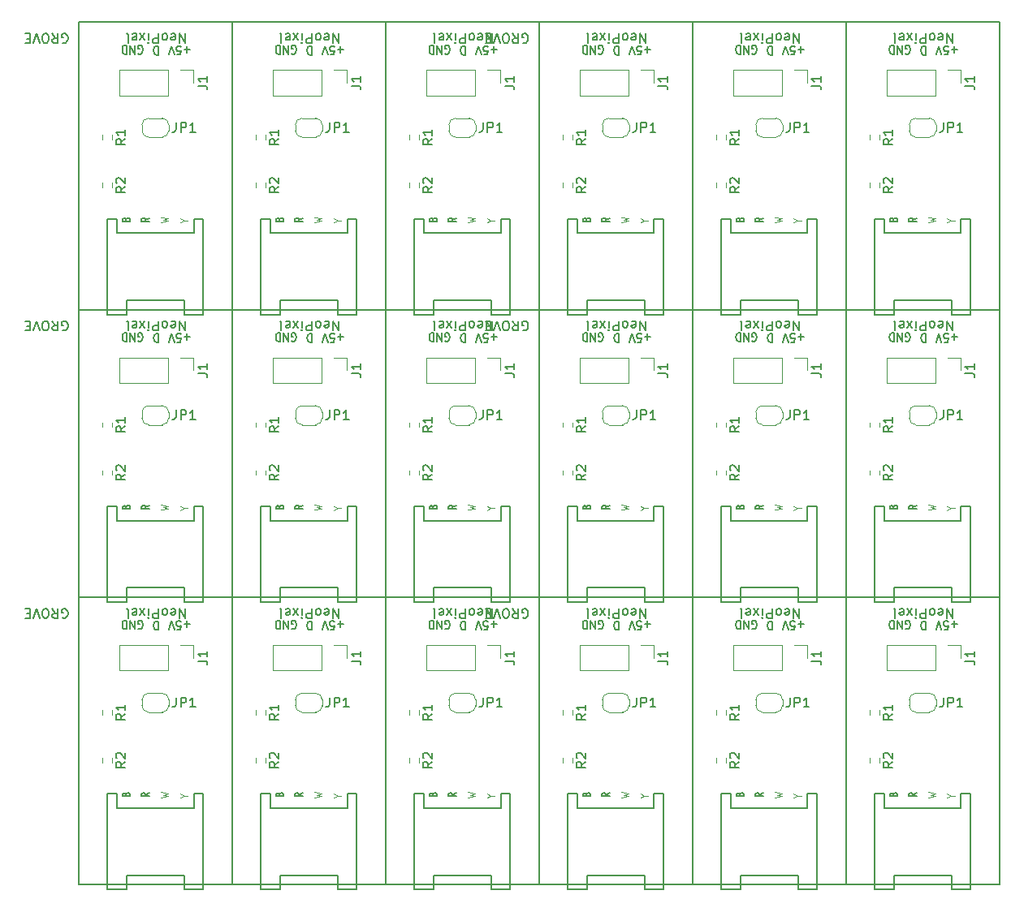
<source format=gbr>
G04 #@! TF.GenerationSoftware,KiCad,Pcbnew,5.1.9-73d0e3b20d~88~ubuntu20.04.1*
G04 #@! TF.CreationDate,2021-02-02T19:01:36+09:00*
G04 #@! TF.ProjectId,NeoPixel-Grove,4e656f50-6978-4656-9c2d-47726f76652e,rev?*
G04 #@! TF.SameCoordinates,Original*
G04 #@! TF.FileFunction,Legend,Top*
G04 #@! TF.FilePolarity,Positive*
%FSLAX46Y46*%
G04 Gerber Fmt 4.6, Leading zero omitted, Abs format (unit mm)*
G04 Created by KiCad (PCBNEW 5.1.9-73d0e3b20d~88~ubuntu20.04.1) date 2021-02-02 19:01:36*
%MOMM*%
%LPD*%
G01*
G04 APERTURE LIST*
%ADD10C,0.150000*%
%ADD11C,0.200000*%
%ADD12C,0.120000*%
%ADD13C,0.075000*%
G04 APERTURE END LIST*
D10*
X284000000Y-56000000D02*
X268000000Y-56000000D01*
X284000000Y-56000000D02*
X300000000Y-56000000D01*
X300000000Y-86000000D02*
X284000000Y-86000000D01*
X252000000Y-56000000D02*
X268000000Y-56000000D01*
D11*
X263610311Y-58810314D02*
X263000787Y-58810314D01*
X263305549Y-58467457D02*
X263305549Y-59153171D01*
X262238882Y-59367457D02*
X262619835Y-59367457D01*
X262657930Y-58938885D01*
X262619835Y-58981742D01*
X262543644Y-59024600D01*
X262353168Y-59024600D01*
X262276978Y-58981742D01*
X262238882Y-58938885D01*
X262200787Y-58853171D01*
X262200787Y-58638885D01*
X262238882Y-58553171D01*
X262276978Y-58510314D01*
X262353168Y-58467457D01*
X262543644Y-58467457D01*
X262619835Y-58510314D01*
X262657930Y-58553171D01*
X261972216Y-59367457D02*
X261705549Y-58467457D01*
X261438882Y-59367457D01*
X260299523Y-58492857D02*
X260299523Y-59392857D01*
X260109047Y-59392857D01*
X259994761Y-59350000D01*
X259918571Y-59264285D01*
X259880476Y-59178571D01*
X259842380Y-59007142D01*
X259842380Y-58878571D01*
X259880476Y-58707142D01*
X259918571Y-58621428D01*
X259994761Y-58535714D01*
X260109047Y-58492857D01*
X260299523Y-58492857D01*
X258228103Y-59266180D02*
X258304294Y-59309037D01*
X258418580Y-59309037D01*
X258532865Y-59266180D01*
X258609056Y-59180465D01*
X258647151Y-59094751D01*
X258685246Y-58923322D01*
X258685246Y-58794751D01*
X258647151Y-58623322D01*
X258609056Y-58537608D01*
X258532865Y-58451894D01*
X258418580Y-58409037D01*
X258342389Y-58409037D01*
X258228103Y-58451894D01*
X258190008Y-58494751D01*
X258190008Y-58794751D01*
X258342389Y-58794751D01*
X257847151Y-58409037D02*
X257847151Y-59309037D01*
X257390008Y-58409037D01*
X257390008Y-59309037D01*
X257009056Y-58409037D02*
X257009056Y-59309037D01*
X256818580Y-59309037D01*
X256704294Y-59266180D01*
X256628103Y-59180465D01*
X256590008Y-59094751D01*
X256551913Y-58923322D01*
X256551913Y-58794751D01*
X256590008Y-58623322D01*
X256628103Y-58537608D01*
X256704294Y-58451894D01*
X256818580Y-58409037D01*
X257009056Y-58409037D01*
X292299523Y-58492857D02*
X292299523Y-59392857D01*
X292109047Y-59392857D01*
X291994761Y-59350000D01*
X291918571Y-59264285D01*
X291880476Y-59178571D01*
X291842380Y-59007142D01*
X291842380Y-58878571D01*
X291880476Y-58707142D01*
X291918571Y-58621428D01*
X291994761Y-58535714D01*
X292109047Y-58492857D01*
X292299523Y-58492857D01*
X263090000Y-57177619D02*
X263090000Y-58177619D01*
X262518571Y-57177619D01*
X262518571Y-58177619D01*
X261661428Y-57225238D02*
X261756666Y-57177619D01*
X261947142Y-57177619D01*
X262042380Y-57225238D01*
X262090000Y-57320476D01*
X262090000Y-57701428D01*
X262042380Y-57796666D01*
X261947142Y-57844285D01*
X261756666Y-57844285D01*
X261661428Y-57796666D01*
X261613809Y-57701428D01*
X261613809Y-57606190D01*
X262090000Y-57510952D01*
X261042380Y-57177619D02*
X261137619Y-57225238D01*
X261185238Y-57272857D01*
X261232857Y-57368095D01*
X261232857Y-57653809D01*
X261185238Y-57749047D01*
X261137619Y-57796666D01*
X261042380Y-57844285D01*
X260899523Y-57844285D01*
X260804285Y-57796666D01*
X260756666Y-57749047D01*
X260709047Y-57653809D01*
X260709047Y-57368095D01*
X260756666Y-57272857D01*
X260804285Y-57225238D01*
X260899523Y-57177619D01*
X261042380Y-57177619D01*
X260280476Y-57177619D02*
X260280476Y-58177619D01*
X259899523Y-58177619D01*
X259804285Y-58130000D01*
X259756666Y-58082380D01*
X259709047Y-57987142D01*
X259709047Y-57844285D01*
X259756666Y-57749047D01*
X259804285Y-57701428D01*
X259899523Y-57653809D01*
X260280476Y-57653809D01*
X259280476Y-57177619D02*
X259280476Y-57844285D01*
X259280476Y-58177619D02*
X259328095Y-58130000D01*
X259280476Y-58082380D01*
X259232857Y-58130000D01*
X259280476Y-58177619D01*
X259280476Y-58082380D01*
X258899523Y-57177619D02*
X258375714Y-57844285D01*
X258899523Y-57844285D02*
X258375714Y-57177619D01*
X257613809Y-57225238D02*
X257709047Y-57177619D01*
X257899523Y-57177619D01*
X257994761Y-57225238D01*
X258042380Y-57320476D01*
X258042380Y-57701428D01*
X257994761Y-57796666D01*
X257899523Y-57844285D01*
X257709047Y-57844285D01*
X257613809Y-57796666D01*
X257566190Y-57701428D01*
X257566190Y-57606190D01*
X258042380Y-57510952D01*
X256994761Y-57177619D02*
X257090000Y-57225238D01*
X257137619Y-57320476D01*
X257137619Y-58177619D01*
X250302857Y-58130000D02*
X250398095Y-58177619D01*
X250540952Y-58177619D01*
X250683809Y-58130000D01*
X250779047Y-58034761D01*
X250826666Y-57939523D01*
X250874285Y-57749047D01*
X250874285Y-57606190D01*
X250826666Y-57415714D01*
X250779047Y-57320476D01*
X250683809Y-57225238D01*
X250540952Y-57177619D01*
X250445714Y-57177619D01*
X250302857Y-57225238D01*
X250255238Y-57272857D01*
X250255238Y-57606190D01*
X250445714Y-57606190D01*
X249255238Y-57177619D02*
X249588571Y-57653809D01*
X249826666Y-57177619D02*
X249826666Y-58177619D01*
X249445714Y-58177619D01*
X249350476Y-58130000D01*
X249302857Y-58082380D01*
X249255238Y-57987142D01*
X249255238Y-57844285D01*
X249302857Y-57749047D01*
X249350476Y-57701428D01*
X249445714Y-57653809D01*
X249826666Y-57653809D01*
X248636190Y-58177619D02*
X248445714Y-58177619D01*
X248350476Y-58130000D01*
X248255238Y-58034761D01*
X248207619Y-57844285D01*
X248207619Y-57510952D01*
X248255238Y-57320476D01*
X248350476Y-57225238D01*
X248445714Y-57177619D01*
X248636190Y-57177619D01*
X248731428Y-57225238D01*
X248826666Y-57320476D01*
X248874285Y-57510952D01*
X248874285Y-57844285D01*
X248826666Y-58034761D01*
X248731428Y-58130000D01*
X248636190Y-58177619D01*
X247921904Y-58177619D02*
X247588571Y-57177619D01*
X247255238Y-58177619D01*
X246921904Y-57701428D02*
X246588571Y-57701428D01*
X246445714Y-57177619D02*
X246921904Y-57177619D01*
X246921904Y-58177619D01*
X246445714Y-58177619D01*
X247090000Y-57177619D02*
X247090000Y-58177619D01*
X246518571Y-57177619D01*
X246518571Y-58177619D01*
X245661428Y-57225238D02*
X245756666Y-57177619D01*
X245947142Y-57177619D01*
X246042380Y-57225238D01*
X246090000Y-57320476D01*
X246090000Y-57701428D01*
X246042380Y-57796666D01*
X245947142Y-57844285D01*
X245756666Y-57844285D01*
X245661428Y-57796666D01*
X245613809Y-57701428D01*
X245613809Y-57606190D01*
X246090000Y-57510952D01*
X245042380Y-57177619D02*
X245137619Y-57225238D01*
X245185238Y-57272857D01*
X245232857Y-57368095D01*
X245232857Y-57653809D01*
X245185238Y-57749047D01*
X245137619Y-57796666D01*
X245042380Y-57844285D01*
X244899523Y-57844285D01*
X244804285Y-57796666D01*
X244756666Y-57749047D01*
X244709047Y-57653809D01*
X244709047Y-57368095D01*
X244756666Y-57272857D01*
X244804285Y-57225238D01*
X244899523Y-57177619D01*
X245042380Y-57177619D01*
X244280476Y-57177619D02*
X244280476Y-58177619D01*
X243899523Y-58177619D01*
X243804285Y-58130000D01*
X243756666Y-58082380D01*
X243709047Y-57987142D01*
X243709047Y-57844285D01*
X243756666Y-57749047D01*
X243804285Y-57701428D01*
X243899523Y-57653809D01*
X244280476Y-57653809D01*
X243280476Y-57177619D02*
X243280476Y-57844285D01*
X243280476Y-58177619D02*
X243328095Y-58130000D01*
X243280476Y-58082380D01*
X243232857Y-58130000D01*
X243280476Y-58177619D01*
X243280476Y-58082380D01*
X242899523Y-57177619D02*
X242375714Y-57844285D01*
X242899523Y-57844285D02*
X242375714Y-57177619D01*
X241613809Y-57225238D02*
X241709047Y-57177619D01*
X241899523Y-57177619D01*
X241994761Y-57225238D01*
X242042380Y-57320476D01*
X242042380Y-57701428D01*
X241994761Y-57796666D01*
X241899523Y-57844285D01*
X241709047Y-57844285D01*
X241613809Y-57796666D01*
X241566190Y-57701428D01*
X241566190Y-57606190D01*
X242042380Y-57510952D01*
X240994761Y-57177619D02*
X241090000Y-57225238D01*
X241137619Y-57320476D01*
X241137619Y-58177619D01*
D10*
X220000000Y-56000000D02*
X220000000Y-86000000D01*
X220000000Y-86000000D02*
X204000000Y-86000000D01*
X204000000Y-86000000D02*
X204000000Y-56000000D01*
X236000000Y-56000000D02*
X252000000Y-56000000D01*
X252000000Y-86000000D02*
X236000000Y-86000000D01*
X204000000Y-56000000D02*
X220000000Y-56000000D01*
X268000000Y-86000000D02*
X252000000Y-86000000D01*
D11*
X215610311Y-58810314D02*
X215000787Y-58810314D01*
X215305549Y-58467457D02*
X215305549Y-59153171D01*
X214238882Y-59367457D02*
X214619835Y-59367457D01*
X214657930Y-58938885D01*
X214619835Y-58981742D01*
X214543644Y-59024600D01*
X214353168Y-59024600D01*
X214276978Y-58981742D01*
X214238882Y-58938885D01*
X214200787Y-58853171D01*
X214200787Y-58638885D01*
X214238882Y-58553171D01*
X214276978Y-58510314D01*
X214353168Y-58467457D01*
X214543644Y-58467457D01*
X214619835Y-58510314D01*
X214657930Y-58553171D01*
X213972216Y-59367457D02*
X213705549Y-58467457D01*
X213438882Y-59367457D01*
X212299523Y-58492857D02*
X212299523Y-59392857D01*
X212109047Y-59392857D01*
X211994761Y-59350000D01*
X211918571Y-59264285D01*
X211880476Y-59178571D01*
X211842380Y-59007142D01*
X211842380Y-58878571D01*
X211880476Y-58707142D01*
X211918571Y-58621428D01*
X211994761Y-58535714D01*
X212109047Y-58492857D01*
X212299523Y-58492857D01*
X210228103Y-59266180D02*
X210304294Y-59309037D01*
X210418580Y-59309037D01*
X210532865Y-59266180D01*
X210609056Y-59180465D01*
X210647151Y-59094751D01*
X210685246Y-58923322D01*
X210685246Y-58794751D01*
X210647151Y-58623322D01*
X210609056Y-58537608D01*
X210532865Y-58451894D01*
X210418580Y-58409037D01*
X210342389Y-58409037D01*
X210228103Y-58451894D01*
X210190008Y-58494751D01*
X210190008Y-58794751D01*
X210342389Y-58794751D01*
X209847151Y-58409037D02*
X209847151Y-59309037D01*
X209390008Y-58409037D01*
X209390008Y-59309037D01*
X209009056Y-58409037D02*
X209009056Y-59309037D01*
X208818580Y-59309037D01*
X208704294Y-59266180D01*
X208628103Y-59180465D01*
X208590008Y-59094751D01*
X208551913Y-58923322D01*
X208551913Y-58794751D01*
X208590008Y-58623322D01*
X208628103Y-58537608D01*
X208704294Y-58451894D01*
X208818580Y-58409037D01*
X209009056Y-58409037D01*
X290228103Y-59266180D02*
X290304294Y-59309037D01*
X290418580Y-59309037D01*
X290532865Y-59266180D01*
X290609056Y-59180465D01*
X290647151Y-59094751D01*
X290685246Y-58923322D01*
X290685246Y-58794751D01*
X290647151Y-58623322D01*
X290609056Y-58537608D01*
X290532865Y-58451894D01*
X290418580Y-58409037D01*
X290342389Y-58409037D01*
X290228103Y-58451894D01*
X290190008Y-58494751D01*
X290190008Y-58794751D01*
X290342389Y-58794751D01*
X289847151Y-58409037D02*
X289847151Y-59309037D01*
X289390008Y-58409037D01*
X289390008Y-59309037D01*
X289009056Y-58409037D02*
X289009056Y-59309037D01*
X288818580Y-59309037D01*
X288704294Y-59266180D01*
X288628103Y-59180465D01*
X288590008Y-59094751D01*
X288551913Y-58923322D01*
X288551913Y-58794751D01*
X288590008Y-58623322D01*
X288628103Y-58537608D01*
X288704294Y-58451894D01*
X288818580Y-58409037D01*
X289009056Y-58409037D01*
X244299523Y-58492857D02*
X244299523Y-59392857D01*
X244109047Y-59392857D01*
X243994761Y-59350000D01*
X243918571Y-59264285D01*
X243880476Y-59178571D01*
X243842380Y-59007142D01*
X243842380Y-58878571D01*
X243880476Y-58707142D01*
X243918571Y-58621428D01*
X243994761Y-58535714D01*
X244109047Y-58492857D01*
X244299523Y-58492857D01*
X215090000Y-57177619D02*
X215090000Y-58177619D01*
X214518571Y-57177619D01*
X214518571Y-58177619D01*
X213661428Y-57225238D02*
X213756666Y-57177619D01*
X213947142Y-57177619D01*
X214042380Y-57225238D01*
X214090000Y-57320476D01*
X214090000Y-57701428D01*
X214042380Y-57796666D01*
X213947142Y-57844285D01*
X213756666Y-57844285D01*
X213661428Y-57796666D01*
X213613809Y-57701428D01*
X213613809Y-57606190D01*
X214090000Y-57510952D01*
X213042380Y-57177619D02*
X213137619Y-57225238D01*
X213185238Y-57272857D01*
X213232857Y-57368095D01*
X213232857Y-57653809D01*
X213185238Y-57749047D01*
X213137619Y-57796666D01*
X213042380Y-57844285D01*
X212899523Y-57844285D01*
X212804285Y-57796666D01*
X212756666Y-57749047D01*
X212709047Y-57653809D01*
X212709047Y-57368095D01*
X212756666Y-57272857D01*
X212804285Y-57225238D01*
X212899523Y-57177619D01*
X213042380Y-57177619D01*
X212280476Y-57177619D02*
X212280476Y-58177619D01*
X211899523Y-58177619D01*
X211804285Y-58130000D01*
X211756666Y-58082380D01*
X211709047Y-57987142D01*
X211709047Y-57844285D01*
X211756666Y-57749047D01*
X211804285Y-57701428D01*
X211899523Y-57653809D01*
X212280476Y-57653809D01*
X211280476Y-57177619D02*
X211280476Y-57844285D01*
X211280476Y-58177619D02*
X211328095Y-58130000D01*
X211280476Y-58082380D01*
X211232857Y-58130000D01*
X211280476Y-58177619D01*
X211280476Y-58082380D01*
X210899523Y-57177619D02*
X210375714Y-57844285D01*
X210899523Y-57844285D02*
X210375714Y-57177619D01*
X209613809Y-57225238D02*
X209709047Y-57177619D01*
X209899523Y-57177619D01*
X209994761Y-57225238D01*
X210042380Y-57320476D01*
X210042380Y-57701428D01*
X209994761Y-57796666D01*
X209899523Y-57844285D01*
X209709047Y-57844285D01*
X209613809Y-57796666D01*
X209566190Y-57701428D01*
X209566190Y-57606190D01*
X210042380Y-57510952D01*
X208994761Y-57177619D02*
X209090000Y-57225238D01*
X209137619Y-57320476D01*
X209137619Y-58177619D01*
X202302857Y-58130000D02*
X202398095Y-58177619D01*
X202540952Y-58177619D01*
X202683809Y-58130000D01*
X202779047Y-58034761D01*
X202826666Y-57939523D01*
X202874285Y-57749047D01*
X202874285Y-57606190D01*
X202826666Y-57415714D01*
X202779047Y-57320476D01*
X202683809Y-57225238D01*
X202540952Y-57177619D01*
X202445714Y-57177619D01*
X202302857Y-57225238D01*
X202255238Y-57272857D01*
X202255238Y-57606190D01*
X202445714Y-57606190D01*
X201255238Y-57177619D02*
X201588571Y-57653809D01*
X201826666Y-57177619D02*
X201826666Y-58177619D01*
X201445714Y-58177619D01*
X201350476Y-58130000D01*
X201302857Y-58082380D01*
X201255238Y-57987142D01*
X201255238Y-57844285D01*
X201302857Y-57749047D01*
X201350476Y-57701428D01*
X201445714Y-57653809D01*
X201826666Y-57653809D01*
X200636190Y-58177619D02*
X200445714Y-58177619D01*
X200350476Y-58130000D01*
X200255238Y-58034761D01*
X200207619Y-57844285D01*
X200207619Y-57510952D01*
X200255238Y-57320476D01*
X200350476Y-57225238D01*
X200445714Y-57177619D01*
X200636190Y-57177619D01*
X200731428Y-57225238D01*
X200826666Y-57320476D01*
X200874285Y-57510952D01*
X200874285Y-57844285D01*
X200826666Y-58034761D01*
X200731428Y-58130000D01*
X200636190Y-58177619D01*
X199921904Y-58177619D02*
X199588571Y-57177619D01*
X199255238Y-58177619D01*
X198921904Y-57701428D02*
X198588571Y-57701428D01*
X198445714Y-57177619D02*
X198921904Y-57177619D01*
X198921904Y-58177619D01*
X198445714Y-58177619D01*
X231090000Y-57177619D02*
X231090000Y-58177619D01*
X230518571Y-57177619D01*
X230518571Y-58177619D01*
X229661428Y-57225238D02*
X229756666Y-57177619D01*
X229947142Y-57177619D01*
X230042380Y-57225238D01*
X230090000Y-57320476D01*
X230090000Y-57701428D01*
X230042380Y-57796666D01*
X229947142Y-57844285D01*
X229756666Y-57844285D01*
X229661428Y-57796666D01*
X229613809Y-57701428D01*
X229613809Y-57606190D01*
X230090000Y-57510952D01*
X229042380Y-57177619D02*
X229137619Y-57225238D01*
X229185238Y-57272857D01*
X229232857Y-57368095D01*
X229232857Y-57653809D01*
X229185238Y-57749047D01*
X229137619Y-57796666D01*
X229042380Y-57844285D01*
X228899523Y-57844285D01*
X228804285Y-57796666D01*
X228756666Y-57749047D01*
X228709047Y-57653809D01*
X228709047Y-57368095D01*
X228756666Y-57272857D01*
X228804285Y-57225238D01*
X228899523Y-57177619D01*
X229042380Y-57177619D01*
X228280476Y-57177619D02*
X228280476Y-58177619D01*
X227899523Y-58177619D01*
X227804285Y-58130000D01*
X227756666Y-58082380D01*
X227709047Y-57987142D01*
X227709047Y-57844285D01*
X227756666Y-57749047D01*
X227804285Y-57701428D01*
X227899523Y-57653809D01*
X228280476Y-57653809D01*
X227280476Y-57177619D02*
X227280476Y-57844285D01*
X227280476Y-58177619D02*
X227328095Y-58130000D01*
X227280476Y-58082380D01*
X227232857Y-58130000D01*
X227280476Y-58177619D01*
X227280476Y-58082380D01*
X226899523Y-57177619D02*
X226375714Y-57844285D01*
X226899523Y-57844285D02*
X226375714Y-57177619D01*
X225613809Y-57225238D02*
X225709047Y-57177619D01*
X225899523Y-57177619D01*
X225994761Y-57225238D01*
X226042380Y-57320476D01*
X226042380Y-57701428D01*
X225994761Y-57796666D01*
X225899523Y-57844285D01*
X225709047Y-57844285D01*
X225613809Y-57796666D01*
X225566190Y-57701428D01*
X225566190Y-57606190D01*
X226042380Y-57510952D01*
X224994761Y-57177619D02*
X225090000Y-57225238D01*
X225137619Y-57320476D01*
X225137619Y-58177619D01*
D10*
X236000000Y-86000000D02*
X236000000Y-56000000D01*
X236000000Y-86000000D02*
X220000000Y-86000000D01*
X220000000Y-86000000D02*
X220000000Y-56000000D01*
D11*
X231610311Y-58810314D02*
X231000787Y-58810314D01*
X231305549Y-58467457D02*
X231305549Y-59153171D01*
X230238882Y-59367457D02*
X230619835Y-59367457D01*
X230657930Y-58938885D01*
X230619835Y-58981742D01*
X230543644Y-59024600D01*
X230353168Y-59024600D01*
X230276978Y-58981742D01*
X230238882Y-58938885D01*
X230200787Y-58853171D01*
X230200787Y-58638885D01*
X230238882Y-58553171D01*
X230276978Y-58510314D01*
X230353168Y-58467457D01*
X230543644Y-58467457D01*
X230619835Y-58510314D01*
X230657930Y-58553171D01*
X229972216Y-59367457D02*
X229705549Y-58467457D01*
X229438882Y-59367457D01*
X228299523Y-58492857D02*
X228299523Y-59392857D01*
X228109047Y-59392857D01*
X227994761Y-59350000D01*
X227918571Y-59264285D01*
X227880476Y-59178571D01*
X227842380Y-59007142D01*
X227842380Y-58878571D01*
X227880476Y-58707142D01*
X227918571Y-58621428D01*
X227994761Y-58535714D01*
X228109047Y-58492857D01*
X228299523Y-58492857D01*
D10*
X300000000Y-56000000D02*
X284000000Y-56000000D01*
X220000000Y-56000000D02*
X204000000Y-56000000D01*
D11*
X242228103Y-59266180D02*
X242304294Y-59309037D01*
X242418580Y-59309037D01*
X242532865Y-59266180D01*
X242609056Y-59180465D01*
X242647151Y-59094751D01*
X242685246Y-58923322D01*
X242685246Y-58794751D01*
X242647151Y-58623322D01*
X242609056Y-58537608D01*
X242532865Y-58451894D01*
X242418580Y-58409037D01*
X242342389Y-58409037D01*
X242228103Y-58451894D01*
X242190008Y-58494751D01*
X242190008Y-58794751D01*
X242342389Y-58794751D01*
X241847151Y-58409037D02*
X241847151Y-59309037D01*
X241390008Y-58409037D01*
X241390008Y-59309037D01*
X241009056Y-58409037D02*
X241009056Y-59309037D01*
X240818580Y-59309037D01*
X240704294Y-59266180D01*
X240628103Y-59180465D01*
X240590008Y-59094751D01*
X240551913Y-58923322D01*
X240551913Y-58794751D01*
X240590008Y-58623322D01*
X240628103Y-58537608D01*
X240704294Y-58451894D01*
X240818580Y-58409037D01*
X241009056Y-58409037D01*
D10*
X252000000Y-56000000D02*
X236000000Y-56000000D01*
X268000000Y-56000000D02*
X252000000Y-56000000D01*
X236000000Y-56000000D02*
X236000000Y-86000000D01*
X236000000Y-56000000D02*
X220000000Y-56000000D01*
D11*
X226228103Y-59266180D02*
X226304294Y-59309037D01*
X226418580Y-59309037D01*
X226532865Y-59266180D01*
X226609056Y-59180465D01*
X226647151Y-59094751D01*
X226685246Y-58923322D01*
X226685246Y-58794751D01*
X226647151Y-58623322D01*
X226609056Y-58537608D01*
X226532865Y-58451894D01*
X226418580Y-58409037D01*
X226342389Y-58409037D01*
X226228103Y-58451894D01*
X226190008Y-58494751D01*
X226190008Y-58794751D01*
X226342389Y-58794751D01*
X225847151Y-58409037D02*
X225847151Y-59309037D01*
X225390008Y-58409037D01*
X225390008Y-59309037D01*
X225009056Y-58409037D02*
X225009056Y-59309037D01*
X224818580Y-59309037D01*
X224704294Y-59266180D01*
X224628103Y-59180465D01*
X224590008Y-59094751D01*
X224551913Y-58923322D01*
X224551913Y-58794751D01*
X224590008Y-58623322D01*
X224628103Y-58537608D01*
X224704294Y-58451894D01*
X224818580Y-58409037D01*
X225009056Y-58409037D01*
D10*
X284000000Y-56000000D02*
X284000000Y-86000000D01*
X220000000Y-56000000D02*
X236000000Y-56000000D01*
X252000000Y-56000000D02*
X252000000Y-86000000D01*
D11*
X247610311Y-58810314D02*
X247000787Y-58810314D01*
X247305549Y-58467457D02*
X247305549Y-59153171D01*
X246238882Y-59367457D02*
X246619835Y-59367457D01*
X246657930Y-58938885D01*
X246619835Y-58981742D01*
X246543644Y-59024600D01*
X246353168Y-59024600D01*
X246276978Y-58981742D01*
X246238882Y-58938885D01*
X246200787Y-58853171D01*
X246200787Y-58638885D01*
X246238882Y-58553171D01*
X246276978Y-58510314D01*
X246353168Y-58467457D01*
X246543644Y-58467457D01*
X246619835Y-58510314D01*
X246657930Y-58553171D01*
X245972216Y-59367457D02*
X245705549Y-58467457D01*
X245438882Y-59367457D01*
X279090000Y-57177619D02*
X279090000Y-58177619D01*
X278518571Y-57177619D01*
X278518571Y-58177619D01*
X277661428Y-57225238D02*
X277756666Y-57177619D01*
X277947142Y-57177619D01*
X278042380Y-57225238D01*
X278090000Y-57320476D01*
X278090000Y-57701428D01*
X278042380Y-57796666D01*
X277947142Y-57844285D01*
X277756666Y-57844285D01*
X277661428Y-57796666D01*
X277613809Y-57701428D01*
X277613809Y-57606190D01*
X278090000Y-57510952D01*
X277042380Y-57177619D02*
X277137619Y-57225238D01*
X277185238Y-57272857D01*
X277232857Y-57368095D01*
X277232857Y-57653809D01*
X277185238Y-57749047D01*
X277137619Y-57796666D01*
X277042380Y-57844285D01*
X276899523Y-57844285D01*
X276804285Y-57796666D01*
X276756666Y-57749047D01*
X276709047Y-57653809D01*
X276709047Y-57368095D01*
X276756666Y-57272857D01*
X276804285Y-57225238D01*
X276899523Y-57177619D01*
X277042380Y-57177619D01*
X276280476Y-57177619D02*
X276280476Y-58177619D01*
X275899523Y-58177619D01*
X275804285Y-58130000D01*
X275756666Y-58082380D01*
X275709047Y-57987142D01*
X275709047Y-57844285D01*
X275756666Y-57749047D01*
X275804285Y-57701428D01*
X275899523Y-57653809D01*
X276280476Y-57653809D01*
X275280476Y-57177619D02*
X275280476Y-57844285D01*
X275280476Y-58177619D02*
X275328095Y-58130000D01*
X275280476Y-58082380D01*
X275232857Y-58130000D01*
X275280476Y-58177619D01*
X275280476Y-58082380D01*
X274899523Y-57177619D02*
X274375714Y-57844285D01*
X274899523Y-57844285D02*
X274375714Y-57177619D01*
X273613809Y-57225238D02*
X273709047Y-57177619D01*
X273899523Y-57177619D01*
X273994761Y-57225238D01*
X274042380Y-57320476D01*
X274042380Y-57701428D01*
X273994761Y-57796666D01*
X273899523Y-57844285D01*
X273709047Y-57844285D01*
X273613809Y-57796666D01*
X273566190Y-57701428D01*
X273566190Y-57606190D01*
X274042380Y-57510952D01*
X272994761Y-57177619D02*
X273090000Y-57225238D01*
X273137619Y-57320476D01*
X273137619Y-58177619D01*
D10*
X284000000Y-86000000D02*
X284000000Y-56000000D01*
X284000000Y-86000000D02*
X268000000Y-86000000D01*
X268000000Y-86000000D02*
X268000000Y-56000000D01*
D11*
X279610311Y-58810314D02*
X279000787Y-58810314D01*
X279305549Y-58467457D02*
X279305549Y-59153171D01*
X278238882Y-59367457D02*
X278619835Y-59367457D01*
X278657930Y-58938885D01*
X278619835Y-58981742D01*
X278543644Y-59024600D01*
X278353168Y-59024600D01*
X278276978Y-58981742D01*
X278238882Y-58938885D01*
X278200787Y-58853171D01*
X278200787Y-58638885D01*
X278238882Y-58553171D01*
X278276978Y-58510314D01*
X278353168Y-58467457D01*
X278543644Y-58467457D01*
X278619835Y-58510314D01*
X278657930Y-58553171D01*
X277972216Y-59367457D02*
X277705549Y-58467457D01*
X277438882Y-59367457D01*
X276299523Y-58492857D02*
X276299523Y-59392857D01*
X276109047Y-59392857D01*
X275994761Y-59350000D01*
X275918571Y-59264285D01*
X275880476Y-59178571D01*
X275842380Y-59007142D01*
X275842380Y-58878571D01*
X275880476Y-58707142D01*
X275918571Y-58621428D01*
X275994761Y-58535714D01*
X276109047Y-58492857D01*
X276299523Y-58492857D01*
X274228103Y-59266180D02*
X274304294Y-59309037D01*
X274418580Y-59309037D01*
X274532865Y-59266180D01*
X274609056Y-59180465D01*
X274647151Y-59094751D01*
X274685246Y-58923322D01*
X274685246Y-58794751D01*
X274647151Y-58623322D01*
X274609056Y-58537608D01*
X274532865Y-58451894D01*
X274418580Y-58409037D01*
X274342389Y-58409037D01*
X274228103Y-58451894D01*
X274190008Y-58494751D01*
X274190008Y-58794751D01*
X274342389Y-58794751D01*
X273847151Y-58409037D02*
X273847151Y-59309037D01*
X273390008Y-58409037D01*
X273390008Y-59309037D01*
X273009056Y-58409037D02*
X273009056Y-59309037D01*
X272818580Y-59309037D01*
X272704294Y-59266180D01*
X272628103Y-59180465D01*
X272590008Y-59094751D01*
X272551913Y-58923322D01*
X272551913Y-58794751D01*
X272590008Y-58623322D01*
X272628103Y-58537608D01*
X272704294Y-58451894D01*
X272818580Y-58409037D01*
X273009056Y-58409037D01*
D10*
X268000000Y-56000000D02*
X284000000Y-56000000D01*
X300000000Y-56000000D02*
X300000000Y-86000000D01*
D11*
X295610311Y-58810314D02*
X295000787Y-58810314D01*
X295305549Y-58467457D02*
X295305549Y-59153171D01*
X294238882Y-59367457D02*
X294619835Y-59367457D01*
X294657930Y-58938885D01*
X294619835Y-58981742D01*
X294543644Y-59024600D01*
X294353168Y-59024600D01*
X294276978Y-58981742D01*
X294238882Y-58938885D01*
X294200787Y-58853171D01*
X294200787Y-58638885D01*
X294238882Y-58553171D01*
X294276978Y-58510314D01*
X294353168Y-58467457D01*
X294543644Y-58467457D01*
X294619835Y-58510314D01*
X294657930Y-58553171D01*
X293972216Y-59367457D02*
X293705549Y-58467457D01*
X293438882Y-59367457D01*
X295090000Y-57177619D02*
X295090000Y-58177619D01*
X294518571Y-57177619D01*
X294518571Y-58177619D01*
X293661428Y-57225238D02*
X293756666Y-57177619D01*
X293947142Y-57177619D01*
X294042380Y-57225238D01*
X294090000Y-57320476D01*
X294090000Y-57701428D01*
X294042380Y-57796666D01*
X293947142Y-57844285D01*
X293756666Y-57844285D01*
X293661428Y-57796666D01*
X293613809Y-57701428D01*
X293613809Y-57606190D01*
X294090000Y-57510952D01*
X293042380Y-57177619D02*
X293137619Y-57225238D01*
X293185238Y-57272857D01*
X293232857Y-57368095D01*
X293232857Y-57653809D01*
X293185238Y-57749047D01*
X293137619Y-57796666D01*
X293042380Y-57844285D01*
X292899523Y-57844285D01*
X292804285Y-57796666D01*
X292756666Y-57749047D01*
X292709047Y-57653809D01*
X292709047Y-57368095D01*
X292756666Y-57272857D01*
X292804285Y-57225238D01*
X292899523Y-57177619D01*
X293042380Y-57177619D01*
X292280476Y-57177619D02*
X292280476Y-58177619D01*
X291899523Y-58177619D01*
X291804285Y-58130000D01*
X291756666Y-58082380D01*
X291709047Y-57987142D01*
X291709047Y-57844285D01*
X291756666Y-57749047D01*
X291804285Y-57701428D01*
X291899523Y-57653809D01*
X292280476Y-57653809D01*
X291280476Y-57177619D02*
X291280476Y-57844285D01*
X291280476Y-58177619D02*
X291328095Y-58130000D01*
X291280476Y-58082380D01*
X291232857Y-58130000D01*
X291280476Y-58177619D01*
X291280476Y-58082380D01*
X290899523Y-57177619D02*
X290375714Y-57844285D01*
X290899523Y-57844285D02*
X290375714Y-57177619D01*
X289613809Y-57225238D02*
X289709047Y-57177619D01*
X289899523Y-57177619D01*
X289994761Y-57225238D01*
X290042380Y-57320476D01*
X290042380Y-57701428D01*
X289994761Y-57796666D01*
X289899523Y-57844285D01*
X289709047Y-57844285D01*
X289613809Y-57796666D01*
X289566190Y-57701428D01*
X289566190Y-57606190D01*
X290042380Y-57510952D01*
X288994761Y-57177619D02*
X289090000Y-57225238D01*
X289137619Y-57320476D01*
X289137619Y-58177619D01*
D10*
X268000000Y-56000000D02*
X268000000Y-86000000D01*
X252000000Y-86000000D02*
X252000000Y-56000000D01*
D11*
X226228103Y-119266180D02*
X226304294Y-119309037D01*
X226418580Y-119309037D01*
X226532865Y-119266180D01*
X226609056Y-119180465D01*
X226647151Y-119094751D01*
X226685246Y-118923322D01*
X226685246Y-118794751D01*
X226647151Y-118623322D01*
X226609056Y-118537608D01*
X226532865Y-118451894D01*
X226418580Y-118409037D01*
X226342389Y-118409037D01*
X226228103Y-118451894D01*
X226190008Y-118494751D01*
X226190008Y-118794751D01*
X226342389Y-118794751D01*
X225847151Y-118409037D02*
X225847151Y-119309037D01*
X225390008Y-118409037D01*
X225390008Y-119309037D01*
X225009056Y-118409037D02*
X225009056Y-119309037D01*
X224818580Y-119309037D01*
X224704294Y-119266180D01*
X224628103Y-119180465D01*
X224590008Y-119094751D01*
X224551913Y-118923322D01*
X224551913Y-118794751D01*
X224590008Y-118623322D01*
X224628103Y-118537608D01*
X224704294Y-118451894D01*
X224818580Y-118409037D01*
X225009056Y-118409037D01*
D10*
X284000000Y-116000000D02*
X284000000Y-146000000D01*
X220000000Y-116000000D02*
X236000000Y-116000000D01*
X252000000Y-116000000D02*
X252000000Y-146000000D01*
D11*
X247610311Y-118810314D02*
X247000787Y-118810314D01*
X247305549Y-118467457D02*
X247305549Y-119153171D01*
X246238882Y-119367457D02*
X246619835Y-119367457D01*
X246657930Y-118938885D01*
X246619835Y-118981742D01*
X246543644Y-119024600D01*
X246353168Y-119024600D01*
X246276978Y-118981742D01*
X246238882Y-118938885D01*
X246200787Y-118853171D01*
X246200787Y-118638885D01*
X246238882Y-118553171D01*
X246276978Y-118510314D01*
X246353168Y-118467457D01*
X246543644Y-118467457D01*
X246619835Y-118510314D01*
X246657930Y-118553171D01*
X245972216Y-119367457D02*
X245705549Y-118467457D01*
X245438882Y-119367457D01*
X279090000Y-117177619D02*
X279090000Y-118177619D01*
X278518571Y-117177619D01*
X278518571Y-118177619D01*
X277661428Y-117225238D02*
X277756666Y-117177619D01*
X277947142Y-117177619D01*
X278042380Y-117225238D01*
X278090000Y-117320476D01*
X278090000Y-117701428D01*
X278042380Y-117796666D01*
X277947142Y-117844285D01*
X277756666Y-117844285D01*
X277661428Y-117796666D01*
X277613809Y-117701428D01*
X277613809Y-117606190D01*
X278090000Y-117510952D01*
X277042380Y-117177619D02*
X277137619Y-117225238D01*
X277185238Y-117272857D01*
X277232857Y-117368095D01*
X277232857Y-117653809D01*
X277185238Y-117749047D01*
X277137619Y-117796666D01*
X277042380Y-117844285D01*
X276899523Y-117844285D01*
X276804285Y-117796666D01*
X276756666Y-117749047D01*
X276709047Y-117653809D01*
X276709047Y-117368095D01*
X276756666Y-117272857D01*
X276804285Y-117225238D01*
X276899523Y-117177619D01*
X277042380Y-117177619D01*
X276280476Y-117177619D02*
X276280476Y-118177619D01*
X275899523Y-118177619D01*
X275804285Y-118130000D01*
X275756666Y-118082380D01*
X275709047Y-117987142D01*
X275709047Y-117844285D01*
X275756666Y-117749047D01*
X275804285Y-117701428D01*
X275899523Y-117653809D01*
X276280476Y-117653809D01*
X275280476Y-117177619D02*
X275280476Y-117844285D01*
X275280476Y-118177619D02*
X275328095Y-118130000D01*
X275280476Y-118082380D01*
X275232857Y-118130000D01*
X275280476Y-118177619D01*
X275280476Y-118082380D01*
X274899523Y-117177619D02*
X274375714Y-117844285D01*
X274899523Y-117844285D02*
X274375714Y-117177619D01*
X273613809Y-117225238D02*
X273709047Y-117177619D01*
X273899523Y-117177619D01*
X273994761Y-117225238D01*
X274042380Y-117320476D01*
X274042380Y-117701428D01*
X273994761Y-117796666D01*
X273899523Y-117844285D01*
X273709047Y-117844285D01*
X273613809Y-117796666D01*
X273566190Y-117701428D01*
X273566190Y-117606190D01*
X274042380Y-117510952D01*
X272994761Y-117177619D02*
X273090000Y-117225238D01*
X273137619Y-117320476D01*
X273137619Y-118177619D01*
D10*
X284000000Y-146000000D02*
X284000000Y-116000000D01*
X284000000Y-146000000D02*
X268000000Y-146000000D01*
X268000000Y-146000000D02*
X268000000Y-116000000D01*
D11*
X279610311Y-118810314D02*
X279000787Y-118810314D01*
X279305549Y-118467457D02*
X279305549Y-119153171D01*
X278238882Y-119367457D02*
X278619835Y-119367457D01*
X278657930Y-118938885D01*
X278619835Y-118981742D01*
X278543644Y-119024600D01*
X278353168Y-119024600D01*
X278276978Y-118981742D01*
X278238882Y-118938885D01*
X278200787Y-118853171D01*
X278200787Y-118638885D01*
X278238882Y-118553171D01*
X278276978Y-118510314D01*
X278353168Y-118467457D01*
X278543644Y-118467457D01*
X278619835Y-118510314D01*
X278657930Y-118553171D01*
X277972216Y-119367457D02*
X277705549Y-118467457D01*
X277438882Y-119367457D01*
X276299523Y-118492857D02*
X276299523Y-119392857D01*
X276109047Y-119392857D01*
X275994761Y-119350000D01*
X275918571Y-119264285D01*
X275880476Y-119178571D01*
X275842380Y-119007142D01*
X275842380Y-118878571D01*
X275880476Y-118707142D01*
X275918571Y-118621428D01*
X275994761Y-118535714D01*
X276109047Y-118492857D01*
X276299523Y-118492857D01*
X274228103Y-119266180D02*
X274304294Y-119309037D01*
X274418580Y-119309037D01*
X274532865Y-119266180D01*
X274609056Y-119180465D01*
X274647151Y-119094751D01*
X274685246Y-118923322D01*
X274685246Y-118794751D01*
X274647151Y-118623322D01*
X274609056Y-118537608D01*
X274532865Y-118451894D01*
X274418580Y-118409037D01*
X274342389Y-118409037D01*
X274228103Y-118451894D01*
X274190008Y-118494751D01*
X274190008Y-118794751D01*
X274342389Y-118794751D01*
X273847151Y-118409037D02*
X273847151Y-119309037D01*
X273390008Y-118409037D01*
X273390008Y-119309037D01*
X273009056Y-118409037D02*
X273009056Y-119309037D01*
X272818580Y-119309037D01*
X272704294Y-119266180D01*
X272628103Y-119180465D01*
X272590008Y-119094751D01*
X272551913Y-118923322D01*
X272551913Y-118794751D01*
X272590008Y-118623322D01*
X272628103Y-118537608D01*
X272704294Y-118451894D01*
X272818580Y-118409037D01*
X273009056Y-118409037D01*
D10*
X268000000Y-116000000D02*
X284000000Y-116000000D01*
X300000000Y-116000000D02*
X300000000Y-146000000D01*
D11*
X295610311Y-118810314D02*
X295000787Y-118810314D01*
X295305549Y-118467457D02*
X295305549Y-119153171D01*
X294238882Y-119367457D02*
X294619835Y-119367457D01*
X294657930Y-118938885D01*
X294619835Y-118981742D01*
X294543644Y-119024600D01*
X294353168Y-119024600D01*
X294276978Y-118981742D01*
X294238882Y-118938885D01*
X294200787Y-118853171D01*
X294200787Y-118638885D01*
X294238882Y-118553171D01*
X294276978Y-118510314D01*
X294353168Y-118467457D01*
X294543644Y-118467457D01*
X294619835Y-118510314D01*
X294657930Y-118553171D01*
X293972216Y-119367457D02*
X293705549Y-118467457D01*
X293438882Y-119367457D01*
X295090000Y-117177619D02*
X295090000Y-118177619D01*
X294518571Y-117177619D01*
X294518571Y-118177619D01*
X293661428Y-117225238D02*
X293756666Y-117177619D01*
X293947142Y-117177619D01*
X294042380Y-117225238D01*
X294090000Y-117320476D01*
X294090000Y-117701428D01*
X294042380Y-117796666D01*
X293947142Y-117844285D01*
X293756666Y-117844285D01*
X293661428Y-117796666D01*
X293613809Y-117701428D01*
X293613809Y-117606190D01*
X294090000Y-117510952D01*
X293042380Y-117177619D02*
X293137619Y-117225238D01*
X293185238Y-117272857D01*
X293232857Y-117368095D01*
X293232857Y-117653809D01*
X293185238Y-117749047D01*
X293137619Y-117796666D01*
X293042380Y-117844285D01*
X292899523Y-117844285D01*
X292804285Y-117796666D01*
X292756666Y-117749047D01*
X292709047Y-117653809D01*
X292709047Y-117368095D01*
X292756666Y-117272857D01*
X292804285Y-117225238D01*
X292899523Y-117177619D01*
X293042380Y-117177619D01*
X292280476Y-117177619D02*
X292280476Y-118177619D01*
X291899523Y-118177619D01*
X291804285Y-118130000D01*
X291756666Y-118082380D01*
X291709047Y-117987142D01*
X291709047Y-117844285D01*
X291756666Y-117749047D01*
X291804285Y-117701428D01*
X291899523Y-117653809D01*
X292280476Y-117653809D01*
X291280476Y-117177619D02*
X291280476Y-117844285D01*
X291280476Y-118177619D02*
X291328095Y-118130000D01*
X291280476Y-118082380D01*
X291232857Y-118130000D01*
X291280476Y-118177619D01*
X291280476Y-118082380D01*
X290899523Y-117177619D02*
X290375714Y-117844285D01*
X290899523Y-117844285D02*
X290375714Y-117177619D01*
X289613809Y-117225238D02*
X289709047Y-117177619D01*
X289899523Y-117177619D01*
X289994761Y-117225238D01*
X290042380Y-117320476D01*
X290042380Y-117701428D01*
X289994761Y-117796666D01*
X289899523Y-117844285D01*
X289709047Y-117844285D01*
X289613809Y-117796666D01*
X289566190Y-117701428D01*
X289566190Y-117606190D01*
X290042380Y-117510952D01*
X288994761Y-117177619D02*
X289090000Y-117225238D01*
X289137619Y-117320476D01*
X289137619Y-118177619D01*
D10*
X268000000Y-116000000D02*
X268000000Y-146000000D01*
X252000000Y-146000000D02*
X252000000Y-116000000D01*
X284000000Y-116000000D02*
X300000000Y-116000000D01*
X300000000Y-146000000D02*
X284000000Y-146000000D01*
X252000000Y-116000000D02*
X268000000Y-116000000D01*
D11*
X263610311Y-118810314D02*
X263000787Y-118810314D01*
X263305549Y-118467457D02*
X263305549Y-119153171D01*
X262238882Y-119367457D02*
X262619835Y-119367457D01*
X262657930Y-118938885D01*
X262619835Y-118981742D01*
X262543644Y-119024600D01*
X262353168Y-119024600D01*
X262276978Y-118981742D01*
X262238882Y-118938885D01*
X262200787Y-118853171D01*
X262200787Y-118638885D01*
X262238882Y-118553171D01*
X262276978Y-118510314D01*
X262353168Y-118467457D01*
X262543644Y-118467457D01*
X262619835Y-118510314D01*
X262657930Y-118553171D01*
X261972216Y-119367457D02*
X261705549Y-118467457D01*
X261438882Y-119367457D01*
X260299523Y-118492857D02*
X260299523Y-119392857D01*
X260109047Y-119392857D01*
X259994761Y-119350000D01*
X259918571Y-119264285D01*
X259880476Y-119178571D01*
X259842380Y-119007142D01*
X259842380Y-118878571D01*
X259880476Y-118707142D01*
X259918571Y-118621428D01*
X259994761Y-118535714D01*
X260109047Y-118492857D01*
X260299523Y-118492857D01*
X258228103Y-119266180D02*
X258304294Y-119309037D01*
X258418580Y-119309037D01*
X258532865Y-119266180D01*
X258609056Y-119180465D01*
X258647151Y-119094751D01*
X258685246Y-118923322D01*
X258685246Y-118794751D01*
X258647151Y-118623322D01*
X258609056Y-118537608D01*
X258532865Y-118451894D01*
X258418580Y-118409037D01*
X258342389Y-118409037D01*
X258228103Y-118451894D01*
X258190008Y-118494751D01*
X258190008Y-118794751D01*
X258342389Y-118794751D01*
X257847151Y-118409037D02*
X257847151Y-119309037D01*
X257390008Y-118409037D01*
X257390008Y-119309037D01*
X257009056Y-118409037D02*
X257009056Y-119309037D01*
X256818580Y-119309037D01*
X256704294Y-119266180D01*
X256628103Y-119180465D01*
X256590008Y-119094751D01*
X256551913Y-118923322D01*
X256551913Y-118794751D01*
X256590008Y-118623322D01*
X256628103Y-118537608D01*
X256704294Y-118451894D01*
X256818580Y-118409037D01*
X257009056Y-118409037D01*
X292299523Y-118492857D02*
X292299523Y-119392857D01*
X292109047Y-119392857D01*
X291994761Y-119350000D01*
X291918571Y-119264285D01*
X291880476Y-119178571D01*
X291842380Y-119007142D01*
X291842380Y-118878571D01*
X291880476Y-118707142D01*
X291918571Y-118621428D01*
X291994761Y-118535714D01*
X292109047Y-118492857D01*
X292299523Y-118492857D01*
X263090000Y-117177619D02*
X263090000Y-118177619D01*
X262518571Y-117177619D01*
X262518571Y-118177619D01*
X261661428Y-117225238D02*
X261756666Y-117177619D01*
X261947142Y-117177619D01*
X262042380Y-117225238D01*
X262090000Y-117320476D01*
X262090000Y-117701428D01*
X262042380Y-117796666D01*
X261947142Y-117844285D01*
X261756666Y-117844285D01*
X261661428Y-117796666D01*
X261613809Y-117701428D01*
X261613809Y-117606190D01*
X262090000Y-117510952D01*
X261042380Y-117177619D02*
X261137619Y-117225238D01*
X261185238Y-117272857D01*
X261232857Y-117368095D01*
X261232857Y-117653809D01*
X261185238Y-117749047D01*
X261137619Y-117796666D01*
X261042380Y-117844285D01*
X260899523Y-117844285D01*
X260804285Y-117796666D01*
X260756666Y-117749047D01*
X260709047Y-117653809D01*
X260709047Y-117368095D01*
X260756666Y-117272857D01*
X260804285Y-117225238D01*
X260899523Y-117177619D01*
X261042380Y-117177619D01*
X260280476Y-117177619D02*
X260280476Y-118177619D01*
X259899523Y-118177619D01*
X259804285Y-118130000D01*
X259756666Y-118082380D01*
X259709047Y-117987142D01*
X259709047Y-117844285D01*
X259756666Y-117749047D01*
X259804285Y-117701428D01*
X259899523Y-117653809D01*
X260280476Y-117653809D01*
X259280476Y-117177619D02*
X259280476Y-117844285D01*
X259280476Y-118177619D02*
X259328095Y-118130000D01*
X259280476Y-118082380D01*
X259232857Y-118130000D01*
X259280476Y-118177619D01*
X259280476Y-118082380D01*
X258899523Y-117177619D02*
X258375714Y-117844285D01*
X258899523Y-117844285D02*
X258375714Y-117177619D01*
X257613809Y-117225238D02*
X257709047Y-117177619D01*
X257899523Y-117177619D01*
X257994761Y-117225238D01*
X258042380Y-117320476D01*
X258042380Y-117701428D01*
X257994761Y-117796666D01*
X257899523Y-117844285D01*
X257709047Y-117844285D01*
X257613809Y-117796666D01*
X257566190Y-117701428D01*
X257566190Y-117606190D01*
X258042380Y-117510952D01*
X256994761Y-117177619D02*
X257090000Y-117225238D01*
X257137619Y-117320476D01*
X257137619Y-118177619D01*
X250302857Y-118130000D02*
X250398095Y-118177619D01*
X250540952Y-118177619D01*
X250683809Y-118130000D01*
X250779047Y-118034761D01*
X250826666Y-117939523D01*
X250874285Y-117749047D01*
X250874285Y-117606190D01*
X250826666Y-117415714D01*
X250779047Y-117320476D01*
X250683809Y-117225238D01*
X250540952Y-117177619D01*
X250445714Y-117177619D01*
X250302857Y-117225238D01*
X250255238Y-117272857D01*
X250255238Y-117606190D01*
X250445714Y-117606190D01*
X249255238Y-117177619D02*
X249588571Y-117653809D01*
X249826666Y-117177619D02*
X249826666Y-118177619D01*
X249445714Y-118177619D01*
X249350476Y-118130000D01*
X249302857Y-118082380D01*
X249255238Y-117987142D01*
X249255238Y-117844285D01*
X249302857Y-117749047D01*
X249350476Y-117701428D01*
X249445714Y-117653809D01*
X249826666Y-117653809D01*
X248636190Y-118177619D02*
X248445714Y-118177619D01*
X248350476Y-118130000D01*
X248255238Y-118034761D01*
X248207619Y-117844285D01*
X248207619Y-117510952D01*
X248255238Y-117320476D01*
X248350476Y-117225238D01*
X248445714Y-117177619D01*
X248636190Y-117177619D01*
X248731428Y-117225238D01*
X248826666Y-117320476D01*
X248874285Y-117510952D01*
X248874285Y-117844285D01*
X248826666Y-118034761D01*
X248731428Y-118130000D01*
X248636190Y-118177619D01*
X247921904Y-118177619D02*
X247588571Y-117177619D01*
X247255238Y-118177619D01*
X246921904Y-117701428D02*
X246588571Y-117701428D01*
X246445714Y-117177619D02*
X246921904Y-117177619D01*
X246921904Y-118177619D01*
X246445714Y-118177619D01*
X247090000Y-117177619D02*
X247090000Y-118177619D01*
X246518571Y-117177619D01*
X246518571Y-118177619D01*
X245661428Y-117225238D02*
X245756666Y-117177619D01*
X245947142Y-117177619D01*
X246042380Y-117225238D01*
X246090000Y-117320476D01*
X246090000Y-117701428D01*
X246042380Y-117796666D01*
X245947142Y-117844285D01*
X245756666Y-117844285D01*
X245661428Y-117796666D01*
X245613809Y-117701428D01*
X245613809Y-117606190D01*
X246090000Y-117510952D01*
X245042380Y-117177619D02*
X245137619Y-117225238D01*
X245185238Y-117272857D01*
X245232857Y-117368095D01*
X245232857Y-117653809D01*
X245185238Y-117749047D01*
X245137619Y-117796666D01*
X245042380Y-117844285D01*
X244899523Y-117844285D01*
X244804285Y-117796666D01*
X244756666Y-117749047D01*
X244709047Y-117653809D01*
X244709047Y-117368095D01*
X244756666Y-117272857D01*
X244804285Y-117225238D01*
X244899523Y-117177619D01*
X245042380Y-117177619D01*
X244280476Y-117177619D02*
X244280476Y-118177619D01*
X243899523Y-118177619D01*
X243804285Y-118130000D01*
X243756666Y-118082380D01*
X243709047Y-117987142D01*
X243709047Y-117844285D01*
X243756666Y-117749047D01*
X243804285Y-117701428D01*
X243899523Y-117653809D01*
X244280476Y-117653809D01*
X243280476Y-117177619D02*
X243280476Y-117844285D01*
X243280476Y-118177619D02*
X243328095Y-118130000D01*
X243280476Y-118082380D01*
X243232857Y-118130000D01*
X243280476Y-118177619D01*
X243280476Y-118082380D01*
X242899523Y-117177619D02*
X242375714Y-117844285D01*
X242899523Y-117844285D02*
X242375714Y-117177619D01*
X241613809Y-117225238D02*
X241709047Y-117177619D01*
X241899523Y-117177619D01*
X241994761Y-117225238D01*
X242042380Y-117320476D01*
X242042380Y-117701428D01*
X241994761Y-117796666D01*
X241899523Y-117844285D01*
X241709047Y-117844285D01*
X241613809Y-117796666D01*
X241566190Y-117701428D01*
X241566190Y-117606190D01*
X242042380Y-117510952D01*
X240994761Y-117177619D02*
X241090000Y-117225238D01*
X241137619Y-117320476D01*
X241137619Y-118177619D01*
D10*
X220000000Y-116000000D02*
X220000000Y-146000000D01*
X220000000Y-146000000D02*
X204000000Y-146000000D01*
X204000000Y-146000000D02*
X204000000Y-116000000D01*
X236000000Y-116000000D02*
X252000000Y-116000000D01*
X252000000Y-146000000D02*
X236000000Y-146000000D01*
X204000000Y-116000000D02*
X220000000Y-116000000D01*
X268000000Y-146000000D02*
X252000000Y-146000000D01*
D11*
X215610311Y-118810314D02*
X215000787Y-118810314D01*
X215305549Y-118467457D02*
X215305549Y-119153171D01*
X214238882Y-119367457D02*
X214619835Y-119367457D01*
X214657930Y-118938885D01*
X214619835Y-118981742D01*
X214543644Y-119024600D01*
X214353168Y-119024600D01*
X214276978Y-118981742D01*
X214238882Y-118938885D01*
X214200787Y-118853171D01*
X214200787Y-118638885D01*
X214238882Y-118553171D01*
X214276978Y-118510314D01*
X214353168Y-118467457D01*
X214543644Y-118467457D01*
X214619835Y-118510314D01*
X214657930Y-118553171D01*
X213972216Y-119367457D02*
X213705549Y-118467457D01*
X213438882Y-119367457D01*
X212299523Y-118492857D02*
X212299523Y-119392857D01*
X212109047Y-119392857D01*
X211994761Y-119350000D01*
X211918571Y-119264285D01*
X211880476Y-119178571D01*
X211842380Y-119007142D01*
X211842380Y-118878571D01*
X211880476Y-118707142D01*
X211918571Y-118621428D01*
X211994761Y-118535714D01*
X212109047Y-118492857D01*
X212299523Y-118492857D01*
X210228103Y-119266180D02*
X210304294Y-119309037D01*
X210418580Y-119309037D01*
X210532865Y-119266180D01*
X210609056Y-119180465D01*
X210647151Y-119094751D01*
X210685246Y-118923322D01*
X210685246Y-118794751D01*
X210647151Y-118623322D01*
X210609056Y-118537608D01*
X210532865Y-118451894D01*
X210418580Y-118409037D01*
X210342389Y-118409037D01*
X210228103Y-118451894D01*
X210190008Y-118494751D01*
X210190008Y-118794751D01*
X210342389Y-118794751D01*
X209847151Y-118409037D02*
X209847151Y-119309037D01*
X209390008Y-118409037D01*
X209390008Y-119309037D01*
X209009056Y-118409037D02*
X209009056Y-119309037D01*
X208818580Y-119309037D01*
X208704294Y-119266180D01*
X208628103Y-119180465D01*
X208590008Y-119094751D01*
X208551913Y-118923322D01*
X208551913Y-118794751D01*
X208590008Y-118623322D01*
X208628103Y-118537608D01*
X208704294Y-118451894D01*
X208818580Y-118409037D01*
X209009056Y-118409037D01*
X290228103Y-119266180D02*
X290304294Y-119309037D01*
X290418580Y-119309037D01*
X290532865Y-119266180D01*
X290609056Y-119180465D01*
X290647151Y-119094751D01*
X290685246Y-118923322D01*
X290685246Y-118794751D01*
X290647151Y-118623322D01*
X290609056Y-118537608D01*
X290532865Y-118451894D01*
X290418580Y-118409037D01*
X290342389Y-118409037D01*
X290228103Y-118451894D01*
X290190008Y-118494751D01*
X290190008Y-118794751D01*
X290342389Y-118794751D01*
X289847151Y-118409037D02*
X289847151Y-119309037D01*
X289390008Y-118409037D01*
X289390008Y-119309037D01*
X289009056Y-118409037D02*
X289009056Y-119309037D01*
X288818580Y-119309037D01*
X288704294Y-119266180D01*
X288628103Y-119180465D01*
X288590008Y-119094751D01*
X288551913Y-118923322D01*
X288551913Y-118794751D01*
X288590008Y-118623322D01*
X288628103Y-118537608D01*
X288704294Y-118451894D01*
X288818580Y-118409037D01*
X289009056Y-118409037D01*
X244299523Y-118492857D02*
X244299523Y-119392857D01*
X244109047Y-119392857D01*
X243994761Y-119350000D01*
X243918571Y-119264285D01*
X243880476Y-119178571D01*
X243842380Y-119007142D01*
X243842380Y-118878571D01*
X243880476Y-118707142D01*
X243918571Y-118621428D01*
X243994761Y-118535714D01*
X244109047Y-118492857D01*
X244299523Y-118492857D01*
X215090000Y-117177619D02*
X215090000Y-118177619D01*
X214518571Y-117177619D01*
X214518571Y-118177619D01*
X213661428Y-117225238D02*
X213756666Y-117177619D01*
X213947142Y-117177619D01*
X214042380Y-117225238D01*
X214090000Y-117320476D01*
X214090000Y-117701428D01*
X214042380Y-117796666D01*
X213947142Y-117844285D01*
X213756666Y-117844285D01*
X213661428Y-117796666D01*
X213613809Y-117701428D01*
X213613809Y-117606190D01*
X214090000Y-117510952D01*
X213042380Y-117177619D02*
X213137619Y-117225238D01*
X213185238Y-117272857D01*
X213232857Y-117368095D01*
X213232857Y-117653809D01*
X213185238Y-117749047D01*
X213137619Y-117796666D01*
X213042380Y-117844285D01*
X212899523Y-117844285D01*
X212804285Y-117796666D01*
X212756666Y-117749047D01*
X212709047Y-117653809D01*
X212709047Y-117368095D01*
X212756666Y-117272857D01*
X212804285Y-117225238D01*
X212899523Y-117177619D01*
X213042380Y-117177619D01*
X212280476Y-117177619D02*
X212280476Y-118177619D01*
X211899523Y-118177619D01*
X211804285Y-118130000D01*
X211756666Y-118082380D01*
X211709047Y-117987142D01*
X211709047Y-117844285D01*
X211756666Y-117749047D01*
X211804285Y-117701428D01*
X211899523Y-117653809D01*
X212280476Y-117653809D01*
X211280476Y-117177619D02*
X211280476Y-117844285D01*
X211280476Y-118177619D02*
X211328095Y-118130000D01*
X211280476Y-118082380D01*
X211232857Y-118130000D01*
X211280476Y-118177619D01*
X211280476Y-118082380D01*
X210899523Y-117177619D02*
X210375714Y-117844285D01*
X210899523Y-117844285D02*
X210375714Y-117177619D01*
X209613809Y-117225238D02*
X209709047Y-117177619D01*
X209899523Y-117177619D01*
X209994761Y-117225238D01*
X210042380Y-117320476D01*
X210042380Y-117701428D01*
X209994761Y-117796666D01*
X209899523Y-117844285D01*
X209709047Y-117844285D01*
X209613809Y-117796666D01*
X209566190Y-117701428D01*
X209566190Y-117606190D01*
X210042380Y-117510952D01*
X208994761Y-117177619D02*
X209090000Y-117225238D01*
X209137619Y-117320476D01*
X209137619Y-118177619D01*
X202302857Y-118130000D02*
X202398095Y-118177619D01*
X202540952Y-118177619D01*
X202683809Y-118130000D01*
X202779047Y-118034761D01*
X202826666Y-117939523D01*
X202874285Y-117749047D01*
X202874285Y-117606190D01*
X202826666Y-117415714D01*
X202779047Y-117320476D01*
X202683809Y-117225238D01*
X202540952Y-117177619D01*
X202445714Y-117177619D01*
X202302857Y-117225238D01*
X202255238Y-117272857D01*
X202255238Y-117606190D01*
X202445714Y-117606190D01*
X201255238Y-117177619D02*
X201588571Y-117653809D01*
X201826666Y-117177619D02*
X201826666Y-118177619D01*
X201445714Y-118177619D01*
X201350476Y-118130000D01*
X201302857Y-118082380D01*
X201255238Y-117987142D01*
X201255238Y-117844285D01*
X201302857Y-117749047D01*
X201350476Y-117701428D01*
X201445714Y-117653809D01*
X201826666Y-117653809D01*
X200636190Y-118177619D02*
X200445714Y-118177619D01*
X200350476Y-118130000D01*
X200255238Y-118034761D01*
X200207619Y-117844285D01*
X200207619Y-117510952D01*
X200255238Y-117320476D01*
X200350476Y-117225238D01*
X200445714Y-117177619D01*
X200636190Y-117177619D01*
X200731428Y-117225238D01*
X200826666Y-117320476D01*
X200874285Y-117510952D01*
X200874285Y-117844285D01*
X200826666Y-118034761D01*
X200731428Y-118130000D01*
X200636190Y-118177619D01*
X199921904Y-118177619D02*
X199588571Y-117177619D01*
X199255238Y-118177619D01*
X198921904Y-117701428D02*
X198588571Y-117701428D01*
X198445714Y-117177619D02*
X198921904Y-117177619D01*
X198921904Y-118177619D01*
X198445714Y-118177619D01*
X231090000Y-117177619D02*
X231090000Y-118177619D01*
X230518571Y-117177619D01*
X230518571Y-118177619D01*
X229661428Y-117225238D02*
X229756666Y-117177619D01*
X229947142Y-117177619D01*
X230042380Y-117225238D01*
X230090000Y-117320476D01*
X230090000Y-117701428D01*
X230042380Y-117796666D01*
X229947142Y-117844285D01*
X229756666Y-117844285D01*
X229661428Y-117796666D01*
X229613809Y-117701428D01*
X229613809Y-117606190D01*
X230090000Y-117510952D01*
X229042380Y-117177619D02*
X229137619Y-117225238D01*
X229185238Y-117272857D01*
X229232857Y-117368095D01*
X229232857Y-117653809D01*
X229185238Y-117749047D01*
X229137619Y-117796666D01*
X229042380Y-117844285D01*
X228899523Y-117844285D01*
X228804285Y-117796666D01*
X228756666Y-117749047D01*
X228709047Y-117653809D01*
X228709047Y-117368095D01*
X228756666Y-117272857D01*
X228804285Y-117225238D01*
X228899523Y-117177619D01*
X229042380Y-117177619D01*
X228280476Y-117177619D02*
X228280476Y-118177619D01*
X227899523Y-118177619D01*
X227804285Y-118130000D01*
X227756666Y-118082380D01*
X227709047Y-117987142D01*
X227709047Y-117844285D01*
X227756666Y-117749047D01*
X227804285Y-117701428D01*
X227899523Y-117653809D01*
X228280476Y-117653809D01*
X227280476Y-117177619D02*
X227280476Y-117844285D01*
X227280476Y-118177619D02*
X227328095Y-118130000D01*
X227280476Y-118082380D01*
X227232857Y-118130000D01*
X227280476Y-118177619D01*
X227280476Y-118082380D01*
X226899523Y-117177619D02*
X226375714Y-117844285D01*
X226899523Y-117844285D02*
X226375714Y-117177619D01*
X225613809Y-117225238D02*
X225709047Y-117177619D01*
X225899523Y-117177619D01*
X225994761Y-117225238D01*
X226042380Y-117320476D01*
X226042380Y-117701428D01*
X225994761Y-117796666D01*
X225899523Y-117844285D01*
X225709047Y-117844285D01*
X225613809Y-117796666D01*
X225566190Y-117701428D01*
X225566190Y-117606190D01*
X226042380Y-117510952D01*
X224994761Y-117177619D02*
X225090000Y-117225238D01*
X225137619Y-117320476D01*
X225137619Y-118177619D01*
D10*
X236000000Y-146000000D02*
X236000000Y-116000000D01*
X236000000Y-146000000D02*
X220000000Y-146000000D01*
X220000000Y-146000000D02*
X220000000Y-116000000D01*
D11*
X231610311Y-118810314D02*
X231000787Y-118810314D01*
X231305549Y-118467457D02*
X231305549Y-119153171D01*
X230238882Y-119367457D02*
X230619835Y-119367457D01*
X230657930Y-118938885D01*
X230619835Y-118981742D01*
X230543644Y-119024600D01*
X230353168Y-119024600D01*
X230276978Y-118981742D01*
X230238882Y-118938885D01*
X230200787Y-118853171D01*
X230200787Y-118638885D01*
X230238882Y-118553171D01*
X230276978Y-118510314D01*
X230353168Y-118467457D01*
X230543644Y-118467457D01*
X230619835Y-118510314D01*
X230657930Y-118553171D01*
X229972216Y-119367457D02*
X229705549Y-118467457D01*
X229438882Y-119367457D01*
X228299523Y-118492857D02*
X228299523Y-119392857D01*
X228109047Y-119392857D01*
X227994761Y-119350000D01*
X227918571Y-119264285D01*
X227880476Y-119178571D01*
X227842380Y-119007142D01*
X227842380Y-118878571D01*
X227880476Y-118707142D01*
X227918571Y-118621428D01*
X227994761Y-118535714D01*
X228109047Y-118492857D01*
X228299523Y-118492857D01*
D10*
X236000000Y-116000000D02*
X236000000Y-146000000D01*
D11*
X242228103Y-119266180D02*
X242304294Y-119309037D01*
X242418580Y-119309037D01*
X242532865Y-119266180D01*
X242609056Y-119180465D01*
X242647151Y-119094751D01*
X242685246Y-118923322D01*
X242685246Y-118794751D01*
X242647151Y-118623322D01*
X242609056Y-118537608D01*
X242532865Y-118451894D01*
X242418580Y-118409037D01*
X242342389Y-118409037D01*
X242228103Y-118451894D01*
X242190008Y-118494751D01*
X242190008Y-118794751D01*
X242342389Y-118794751D01*
X241847151Y-118409037D02*
X241847151Y-119309037D01*
X241390008Y-118409037D01*
X241390008Y-119309037D01*
X241009056Y-118409037D02*
X241009056Y-119309037D01*
X240818580Y-119309037D01*
X240704294Y-119266180D01*
X240628103Y-119180465D01*
X240590008Y-119094751D01*
X240551913Y-118923322D01*
X240551913Y-118794751D01*
X240590008Y-118623322D01*
X240628103Y-118537608D01*
X240704294Y-118451894D01*
X240818580Y-118409037D01*
X241009056Y-118409037D01*
X274228103Y-89266180D02*
X274304294Y-89309037D01*
X274418580Y-89309037D01*
X274532865Y-89266180D01*
X274609056Y-89180465D01*
X274647151Y-89094751D01*
X274685246Y-88923322D01*
X274685246Y-88794751D01*
X274647151Y-88623322D01*
X274609056Y-88537608D01*
X274532865Y-88451894D01*
X274418580Y-88409037D01*
X274342389Y-88409037D01*
X274228103Y-88451894D01*
X274190008Y-88494751D01*
X274190008Y-88794751D01*
X274342389Y-88794751D01*
X273847151Y-88409037D02*
X273847151Y-89309037D01*
X273390008Y-88409037D01*
X273390008Y-89309037D01*
X273009056Y-88409037D02*
X273009056Y-89309037D01*
X272818580Y-89309037D01*
X272704294Y-89266180D01*
X272628103Y-89180465D01*
X272590008Y-89094751D01*
X272551913Y-88923322D01*
X272551913Y-88794751D01*
X272590008Y-88623322D01*
X272628103Y-88537608D01*
X272704294Y-88451894D01*
X272818580Y-88409037D01*
X273009056Y-88409037D01*
D10*
X268000000Y-86000000D02*
X284000000Y-86000000D01*
X300000000Y-86000000D02*
X300000000Y-116000000D01*
D11*
X295610311Y-88810314D02*
X295000787Y-88810314D01*
X295305549Y-88467457D02*
X295305549Y-89153171D01*
X294238882Y-89367457D02*
X294619835Y-89367457D01*
X294657930Y-88938885D01*
X294619835Y-88981742D01*
X294543644Y-89024600D01*
X294353168Y-89024600D01*
X294276978Y-88981742D01*
X294238882Y-88938885D01*
X294200787Y-88853171D01*
X294200787Y-88638885D01*
X294238882Y-88553171D01*
X294276978Y-88510314D01*
X294353168Y-88467457D01*
X294543644Y-88467457D01*
X294619835Y-88510314D01*
X294657930Y-88553171D01*
X293972216Y-89367457D02*
X293705549Y-88467457D01*
X293438882Y-89367457D01*
X295090000Y-87177619D02*
X295090000Y-88177619D01*
X294518571Y-87177619D01*
X294518571Y-88177619D01*
X293661428Y-87225238D02*
X293756666Y-87177619D01*
X293947142Y-87177619D01*
X294042380Y-87225238D01*
X294090000Y-87320476D01*
X294090000Y-87701428D01*
X294042380Y-87796666D01*
X293947142Y-87844285D01*
X293756666Y-87844285D01*
X293661428Y-87796666D01*
X293613809Y-87701428D01*
X293613809Y-87606190D01*
X294090000Y-87510952D01*
X293042380Y-87177619D02*
X293137619Y-87225238D01*
X293185238Y-87272857D01*
X293232857Y-87368095D01*
X293232857Y-87653809D01*
X293185238Y-87749047D01*
X293137619Y-87796666D01*
X293042380Y-87844285D01*
X292899523Y-87844285D01*
X292804285Y-87796666D01*
X292756666Y-87749047D01*
X292709047Y-87653809D01*
X292709047Y-87368095D01*
X292756666Y-87272857D01*
X292804285Y-87225238D01*
X292899523Y-87177619D01*
X293042380Y-87177619D01*
X292280476Y-87177619D02*
X292280476Y-88177619D01*
X291899523Y-88177619D01*
X291804285Y-88130000D01*
X291756666Y-88082380D01*
X291709047Y-87987142D01*
X291709047Y-87844285D01*
X291756666Y-87749047D01*
X291804285Y-87701428D01*
X291899523Y-87653809D01*
X292280476Y-87653809D01*
X291280476Y-87177619D02*
X291280476Y-87844285D01*
X291280476Y-88177619D02*
X291328095Y-88130000D01*
X291280476Y-88082380D01*
X291232857Y-88130000D01*
X291280476Y-88177619D01*
X291280476Y-88082380D01*
X290899523Y-87177619D02*
X290375714Y-87844285D01*
X290899523Y-87844285D02*
X290375714Y-87177619D01*
X289613809Y-87225238D02*
X289709047Y-87177619D01*
X289899523Y-87177619D01*
X289994761Y-87225238D01*
X290042380Y-87320476D01*
X290042380Y-87701428D01*
X289994761Y-87796666D01*
X289899523Y-87844285D01*
X289709047Y-87844285D01*
X289613809Y-87796666D01*
X289566190Y-87701428D01*
X289566190Y-87606190D01*
X290042380Y-87510952D01*
X288994761Y-87177619D02*
X289090000Y-87225238D01*
X289137619Y-87320476D01*
X289137619Y-88177619D01*
D10*
X268000000Y-86000000D02*
X268000000Y-116000000D01*
X268000000Y-116000000D02*
X252000000Y-116000000D01*
X252000000Y-116000000D02*
X252000000Y-86000000D01*
X284000000Y-86000000D02*
X300000000Y-86000000D01*
X300000000Y-116000000D02*
X284000000Y-116000000D01*
X252000000Y-86000000D02*
X268000000Y-86000000D01*
D11*
X263610311Y-88810314D02*
X263000787Y-88810314D01*
X263305549Y-88467457D02*
X263305549Y-89153171D01*
X262238882Y-89367457D02*
X262619835Y-89367457D01*
X262657930Y-88938885D01*
X262619835Y-88981742D01*
X262543644Y-89024600D01*
X262353168Y-89024600D01*
X262276978Y-88981742D01*
X262238882Y-88938885D01*
X262200787Y-88853171D01*
X262200787Y-88638885D01*
X262238882Y-88553171D01*
X262276978Y-88510314D01*
X262353168Y-88467457D01*
X262543644Y-88467457D01*
X262619835Y-88510314D01*
X262657930Y-88553171D01*
X261972216Y-89367457D02*
X261705549Y-88467457D01*
X261438882Y-89367457D01*
X260299523Y-88492857D02*
X260299523Y-89392857D01*
X260109047Y-89392857D01*
X259994761Y-89350000D01*
X259918571Y-89264285D01*
X259880476Y-89178571D01*
X259842380Y-89007142D01*
X259842380Y-88878571D01*
X259880476Y-88707142D01*
X259918571Y-88621428D01*
X259994761Y-88535714D01*
X260109047Y-88492857D01*
X260299523Y-88492857D01*
X258228103Y-89266180D02*
X258304294Y-89309037D01*
X258418580Y-89309037D01*
X258532865Y-89266180D01*
X258609056Y-89180465D01*
X258647151Y-89094751D01*
X258685246Y-88923322D01*
X258685246Y-88794751D01*
X258647151Y-88623322D01*
X258609056Y-88537608D01*
X258532865Y-88451894D01*
X258418580Y-88409037D01*
X258342389Y-88409037D01*
X258228103Y-88451894D01*
X258190008Y-88494751D01*
X258190008Y-88794751D01*
X258342389Y-88794751D01*
X257847151Y-88409037D02*
X257847151Y-89309037D01*
X257390008Y-88409037D01*
X257390008Y-89309037D01*
X257009056Y-88409037D02*
X257009056Y-89309037D01*
X256818580Y-89309037D01*
X256704294Y-89266180D01*
X256628103Y-89180465D01*
X256590008Y-89094751D01*
X256551913Y-88923322D01*
X256551913Y-88794751D01*
X256590008Y-88623322D01*
X256628103Y-88537608D01*
X256704294Y-88451894D01*
X256818580Y-88409037D01*
X257009056Y-88409037D01*
X292299523Y-88492857D02*
X292299523Y-89392857D01*
X292109047Y-89392857D01*
X291994761Y-89350000D01*
X291918571Y-89264285D01*
X291880476Y-89178571D01*
X291842380Y-89007142D01*
X291842380Y-88878571D01*
X291880476Y-88707142D01*
X291918571Y-88621428D01*
X291994761Y-88535714D01*
X292109047Y-88492857D01*
X292299523Y-88492857D01*
X263090000Y-87177619D02*
X263090000Y-88177619D01*
X262518571Y-87177619D01*
X262518571Y-88177619D01*
X261661428Y-87225238D02*
X261756666Y-87177619D01*
X261947142Y-87177619D01*
X262042380Y-87225238D01*
X262090000Y-87320476D01*
X262090000Y-87701428D01*
X262042380Y-87796666D01*
X261947142Y-87844285D01*
X261756666Y-87844285D01*
X261661428Y-87796666D01*
X261613809Y-87701428D01*
X261613809Y-87606190D01*
X262090000Y-87510952D01*
X261042380Y-87177619D02*
X261137619Y-87225238D01*
X261185238Y-87272857D01*
X261232857Y-87368095D01*
X261232857Y-87653809D01*
X261185238Y-87749047D01*
X261137619Y-87796666D01*
X261042380Y-87844285D01*
X260899523Y-87844285D01*
X260804285Y-87796666D01*
X260756666Y-87749047D01*
X260709047Y-87653809D01*
X260709047Y-87368095D01*
X260756666Y-87272857D01*
X260804285Y-87225238D01*
X260899523Y-87177619D01*
X261042380Y-87177619D01*
X260280476Y-87177619D02*
X260280476Y-88177619D01*
X259899523Y-88177619D01*
X259804285Y-88130000D01*
X259756666Y-88082380D01*
X259709047Y-87987142D01*
X259709047Y-87844285D01*
X259756666Y-87749047D01*
X259804285Y-87701428D01*
X259899523Y-87653809D01*
X260280476Y-87653809D01*
X259280476Y-87177619D02*
X259280476Y-87844285D01*
X259280476Y-88177619D02*
X259328095Y-88130000D01*
X259280476Y-88082380D01*
X259232857Y-88130000D01*
X259280476Y-88177619D01*
X259280476Y-88082380D01*
X258899523Y-87177619D02*
X258375714Y-87844285D01*
X258899523Y-87844285D02*
X258375714Y-87177619D01*
X257613809Y-87225238D02*
X257709047Y-87177619D01*
X257899523Y-87177619D01*
X257994761Y-87225238D01*
X258042380Y-87320476D01*
X258042380Y-87701428D01*
X257994761Y-87796666D01*
X257899523Y-87844285D01*
X257709047Y-87844285D01*
X257613809Y-87796666D01*
X257566190Y-87701428D01*
X257566190Y-87606190D01*
X258042380Y-87510952D01*
X256994761Y-87177619D02*
X257090000Y-87225238D01*
X257137619Y-87320476D01*
X257137619Y-88177619D01*
X250302857Y-88130000D02*
X250398095Y-88177619D01*
X250540952Y-88177619D01*
X250683809Y-88130000D01*
X250779047Y-88034761D01*
X250826666Y-87939523D01*
X250874285Y-87749047D01*
X250874285Y-87606190D01*
X250826666Y-87415714D01*
X250779047Y-87320476D01*
X250683809Y-87225238D01*
X250540952Y-87177619D01*
X250445714Y-87177619D01*
X250302857Y-87225238D01*
X250255238Y-87272857D01*
X250255238Y-87606190D01*
X250445714Y-87606190D01*
X249255238Y-87177619D02*
X249588571Y-87653809D01*
X249826666Y-87177619D02*
X249826666Y-88177619D01*
X249445714Y-88177619D01*
X249350476Y-88130000D01*
X249302857Y-88082380D01*
X249255238Y-87987142D01*
X249255238Y-87844285D01*
X249302857Y-87749047D01*
X249350476Y-87701428D01*
X249445714Y-87653809D01*
X249826666Y-87653809D01*
X248636190Y-88177619D02*
X248445714Y-88177619D01*
X248350476Y-88130000D01*
X248255238Y-88034761D01*
X248207619Y-87844285D01*
X248207619Y-87510952D01*
X248255238Y-87320476D01*
X248350476Y-87225238D01*
X248445714Y-87177619D01*
X248636190Y-87177619D01*
X248731428Y-87225238D01*
X248826666Y-87320476D01*
X248874285Y-87510952D01*
X248874285Y-87844285D01*
X248826666Y-88034761D01*
X248731428Y-88130000D01*
X248636190Y-88177619D01*
X247921904Y-88177619D02*
X247588571Y-87177619D01*
X247255238Y-88177619D01*
X246921904Y-87701428D02*
X246588571Y-87701428D01*
X246445714Y-87177619D02*
X246921904Y-87177619D01*
X246921904Y-88177619D01*
X246445714Y-88177619D01*
X279090000Y-87177619D02*
X279090000Y-88177619D01*
X278518571Y-87177619D01*
X278518571Y-88177619D01*
X277661428Y-87225238D02*
X277756666Y-87177619D01*
X277947142Y-87177619D01*
X278042380Y-87225238D01*
X278090000Y-87320476D01*
X278090000Y-87701428D01*
X278042380Y-87796666D01*
X277947142Y-87844285D01*
X277756666Y-87844285D01*
X277661428Y-87796666D01*
X277613809Y-87701428D01*
X277613809Y-87606190D01*
X278090000Y-87510952D01*
X277042380Y-87177619D02*
X277137619Y-87225238D01*
X277185238Y-87272857D01*
X277232857Y-87368095D01*
X277232857Y-87653809D01*
X277185238Y-87749047D01*
X277137619Y-87796666D01*
X277042380Y-87844285D01*
X276899523Y-87844285D01*
X276804285Y-87796666D01*
X276756666Y-87749047D01*
X276709047Y-87653809D01*
X276709047Y-87368095D01*
X276756666Y-87272857D01*
X276804285Y-87225238D01*
X276899523Y-87177619D01*
X277042380Y-87177619D01*
X276280476Y-87177619D02*
X276280476Y-88177619D01*
X275899523Y-88177619D01*
X275804285Y-88130000D01*
X275756666Y-88082380D01*
X275709047Y-87987142D01*
X275709047Y-87844285D01*
X275756666Y-87749047D01*
X275804285Y-87701428D01*
X275899523Y-87653809D01*
X276280476Y-87653809D01*
X275280476Y-87177619D02*
X275280476Y-87844285D01*
X275280476Y-88177619D02*
X275328095Y-88130000D01*
X275280476Y-88082380D01*
X275232857Y-88130000D01*
X275280476Y-88177619D01*
X275280476Y-88082380D01*
X274899523Y-87177619D02*
X274375714Y-87844285D01*
X274899523Y-87844285D02*
X274375714Y-87177619D01*
X273613809Y-87225238D02*
X273709047Y-87177619D01*
X273899523Y-87177619D01*
X273994761Y-87225238D01*
X274042380Y-87320476D01*
X274042380Y-87701428D01*
X273994761Y-87796666D01*
X273899523Y-87844285D01*
X273709047Y-87844285D01*
X273613809Y-87796666D01*
X273566190Y-87701428D01*
X273566190Y-87606190D01*
X274042380Y-87510952D01*
X272994761Y-87177619D02*
X273090000Y-87225238D01*
X273137619Y-87320476D01*
X273137619Y-88177619D01*
D10*
X284000000Y-116000000D02*
X284000000Y-86000000D01*
X284000000Y-116000000D02*
X268000000Y-116000000D01*
X268000000Y-116000000D02*
X268000000Y-86000000D01*
D11*
X279610311Y-88810314D02*
X279000787Y-88810314D01*
X279305549Y-88467457D02*
X279305549Y-89153171D01*
X278238882Y-89367457D02*
X278619835Y-89367457D01*
X278657930Y-88938885D01*
X278619835Y-88981742D01*
X278543644Y-89024600D01*
X278353168Y-89024600D01*
X278276978Y-88981742D01*
X278238882Y-88938885D01*
X278200787Y-88853171D01*
X278200787Y-88638885D01*
X278238882Y-88553171D01*
X278276978Y-88510314D01*
X278353168Y-88467457D01*
X278543644Y-88467457D01*
X278619835Y-88510314D01*
X278657930Y-88553171D01*
X277972216Y-89367457D02*
X277705549Y-88467457D01*
X277438882Y-89367457D01*
X276299523Y-88492857D02*
X276299523Y-89392857D01*
X276109047Y-89392857D01*
X275994761Y-89350000D01*
X275918571Y-89264285D01*
X275880476Y-89178571D01*
X275842380Y-89007142D01*
X275842380Y-88878571D01*
X275880476Y-88707142D01*
X275918571Y-88621428D01*
X275994761Y-88535714D01*
X276109047Y-88492857D01*
X276299523Y-88492857D01*
D10*
X284000000Y-86000000D02*
X284000000Y-116000000D01*
D11*
X290228103Y-89266180D02*
X290304294Y-89309037D01*
X290418580Y-89309037D01*
X290532865Y-89266180D01*
X290609056Y-89180465D01*
X290647151Y-89094751D01*
X290685246Y-88923322D01*
X290685246Y-88794751D01*
X290647151Y-88623322D01*
X290609056Y-88537608D01*
X290532865Y-88451894D01*
X290418580Y-88409037D01*
X290342389Y-88409037D01*
X290228103Y-88451894D01*
X290190008Y-88494751D01*
X290190008Y-88794751D01*
X290342389Y-88794751D01*
X289847151Y-88409037D02*
X289847151Y-89309037D01*
X289390008Y-88409037D01*
X289390008Y-89309037D01*
X289009056Y-88409037D02*
X289009056Y-89309037D01*
X288818580Y-89309037D01*
X288704294Y-89266180D01*
X288628103Y-89180465D01*
X288590008Y-89094751D01*
X288551913Y-88923322D01*
X288551913Y-88794751D01*
X288590008Y-88623322D01*
X288628103Y-88537608D01*
X288704294Y-88451894D01*
X288818580Y-88409037D01*
X289009056Y-88409037D01*
X242228103Y-89266180D02*
X242304294Y-89309037D01*
X242418580Y-89309037D01*
X242532865Y-89266180D01*
X242609056Y-89180465D01*
X242647151Y-89094751D01*
X242685246Y-88923322D01*
X242685246Y-88794751D01*
X242647151Y-88623322D01*
X242609056Y-88537608D01*
X242532865Y-88451894D01*
X242418580Y-88409037D01*
X242342389Y-88409037D01*
X242228103Y-88451894D01*
X242190008Y-88494751D01*
X242190008Y-88794751D01*
X242342389Y-88794751D01*
X241847151Y-88409037D02*
X241847151Y-89309037D01*
X241390008Y-88409037D01*
X241390008Y-89309037D01*
X241009056Y-88409037D02*
X241009056Y-89309037D01*
X240818580Y-89309037D01*
X240704294Y-89266180D01*
X240628103Y-89180465D01*
X240590008Y-89094751D01*
X240551913Y-88923322D01*
X240551913Y-88794751D01*
X240590008Y-88623322D01*
X240628103Y-88537608D01*
X240704294Y-88451894D01*
X240818580Y-88409037D01*
X241009056Y-88409037D01*
D10*
X236000000Y-86000000D02*
X252000000Y-86000000D01*
D11*
X247090000Y-87177619D02*
X247090000Y-88177619D01*
X246518571Y-87177619D01*
X246518571Y-88177619D01*
X245661428Y-87225238D02*
X245756666Y-87177619D01*
X245947142Y-87177619D01*
X246042380Y-87225238D01*
X246090000Y-87320476D01*
X246090000Y-87701428D01*
X246042380Y-87796666D01*
X245947142Y-87844285D01*
X245756666Y-87844285D01*
X245661428Y-87796666D01*
X245613809Y-87701428D01*
X245613809Y-87606190D01*
X246090000Y-87510952D01*
X245042380Y-87177619D02*
X245137619Y-87225238D01*
X245185238Y-87272857D01*
X245232857Y-87368095D01*
X245232857Y-87653809D01*
X245185238Y-87749047D01*
X245137619Y-87796666D01*
X245042380Y-87844285D01*
X244899523Y-87844285D01*
X244804285Y-87796666D01*
X244756666Y-87749047D01*
X244709047Y-87653809D01*
X244709047Y-87368095D01*
X244756666Y-87272857D01*
X244804285Y-87225238D01*
X244899523Y-87177619D01*
X245042380Y-87177619D01*
X244280476Y-87177619D02*
X244280476Y-88177619D01*
X243899523Y-88177619D01*
X243804285Y-88130000D01*
X243756666Y-88082380D01*
X243709047Y-87987142D01*
X243709047Y-87844285D01*
X243756666Y-87749047D01*
X243804285Y-87701428D01*
X243899523Y-87653809D01*
X244280476Y-87653809D01*
X243280476Y-87177619D02*
X243280476Y-87844285D01*
X243280476Y-88177619D02*
X243328095Y-88130000D01*
X243280476Y-88082380D01*
X243232857Y-88130000D01*
X243280476Y-88177619D01*
X243280476Y-88082380D01*
X242899523Y-87177619D02*
X242375714Y-87844285D01*
X242899523Y-87844285D02*
X242375714Y-87177619D01*
X241613809Y-87225238D02*
X241709047Y-87177619D01*
X241899523Y-87177619D01*
X241994761Y-87225238D01*
X242042380Y-87320476D01*
X242042380Y-87701428D01*
X241994761Y-87796666D01*
X241899523Y-87844285D01*
X241709047Y-87844285D01*
X241613809Y-87796666D01*
X241566190Y-87701428D01*
X241566190Y-87606190D01*
X242042380Y-87510952D01*
X240994761Y-87177619D02*
X241090000Y-87225238D01*
X241137619Y-87320476D01*
X241137619Y-88177619D01*
D10*
X252000000Y-116000000D02*
X236000000Y-116000000D01*
X236000000Y-116000000D02*
X236000000Y-86000000D01*
D11*
X247610311Y-88810314D02*
X247000787Y-88810314D01*
X247305549Y-88467457D02*
X247305549Y-89153171D01*
X246238882Y-89367457D02*
X246619835Y-89367457D01*
X246657930Y-88938885D01*
X246619835Y-88981742D01*
X246543644Y-89024600D01*
X246353168Y-89024600D01*
X246276978Y-88981742D01*
X246238882Y-88938885D01*
X246200787Y-88853171D01*
X246200787Y-88638885D01*
X246238882Y-88553171D01*
X246276978Y-88510314D01*
X246353168Y-88467457D01*
X246543644Y-88467457D01*
X246619835Y-88510314D01*
X246657930Y-88553171D01*
X245972216Y-89367457D02*
X245705549Y-88467457D01*
X245438882Y-89367457D01*
X244299523Y-88492857D02*
X244299523Y-89392857D01*
X244109047Y-89392857D01*
X243994761Y-89350000D01*
X243918571Y-89264285D01*
X243880476Y-89178571D01*
X243842380Y-89007142D01*
X243842380Y-88878571D01*
X243880476Y-88707142D01*
X243918571Y-88621428D01*
X243994761Y-88535714D01*
X244109047Y-88492857D01*
X244299523Y-88492857D01*
D10*
X252000000Y-86000000D02*
X252000000Y-116000000D01*
X236000000Y-86000000D02*
X236000000Y-116000000D01*
X236000000Y-116000000D02*
X220000000Y-116000000D01*
X220000000Y-116000000D02*
X220000000Y-86000000D01*
X220000000Y-86000000D02*
X236000000Y-86000000D01*
D11*
X231610311Y-88810314D02*
X231000787Y-88810314D01*
X231305549Y-88467457D02*
X231305549Y-89153171D01*
X230238882Y-89367457D02*
X230619835Y-89367457D01*
X230657930Y-88938885D01*
X230619835Y-88981742D01*
X230543644Y-89024600D01*
X230353168Y-89024600D01*
X230276978Y-88981742D01*
X230238882Y-88938885D01*
X230200787Y-88853171D01*
X230200787Y-88638885D01*
X230238882Y-88553171D01*
X230276978Y-88510314D01*
X230353168Y-88467457D01*
X230543644Y-88467457D01*
X230619835Y-88510314D01*
X230657930Y-88553171D01*
X229972216Y-89367457D02*
X229705549Y-88467457D01*
X229438882Y-89367457D01*
X228299523Y-88492857D02*
X228299523Y-89392857D01*
X228109047Y-89392857D01*
X227994761Y-89350000D01*
X227918571Y-89264285D01*
X227880476Y-89178571D01*
X227842380Y-89007142D01*
X227842380Y-88878571D01*
X227880476Y-88707142D01*
X227918571Y-88621428D01*
X227994761Y-88535714D01*
X228109047Y-88492857D01*
X228299523Y-88492857D01*
X226228103Y-89266180D02*
X226304294Y-89309037D01*
X226418580Y-89309037D01*
X226532865Y-89266180D01*
X226609056Y-89180465D01*
X226647151Y-89094751D01*
X226685246Y-88923322D01*
X226685246Y-88794751D01*
X226647151Y-88623322D01*
X226609056Y-88537608D01*
X226532865Y-88451894D01*
X226418580Y-88409037D01*
X226342389Y-88409037D01*
X226228103Y-88451894D01*
X226190008Y-88494751D01*
X226190008Y-88794751D01*
X226342389Y-88794751D01*
X225847151Y-88409037D02*
X225847151Y-89309037D01*
X225390008Y-88409037D01*
X225390008Y-89309037D01*
X225009056Y-88409037D02*
X225009056Y-89309037D01*
X224818580Y-89309037D01*
X224704294Y-89266180D01*
X224628103Y-89180465D01*
X224590008Y-89094751D01*
X224551913Y-88923322D01*
X224551913Y-88794751D01*
X224590008Y-88623322D01*
X224628103Y-88537608D01*
X224704294Y-88451894D01*
X224818580Y-88409037D01*
X225009056Y-88409037D01*
X231090000Y-87177619D02*
X231090000Y-88177619D01*
X230518571Y-87177619D01*
X230518571Y-88177619D01*
X229661428Y-87225238D02*
X229756666Y-87177619D01*
X229947142Y-87177619D01*
X230042380Y-87225238D01*
X230090000Y-87320476D01*
X230090000Y-87701428D01*
X230042380Y-87796666D01*
X229947142Y-87844285D01*
X229756666Y-87844285D01*
X229661428Y-87796666D01*
X229613809Y-87701428D01*
X229613809Y-87606190D01*
X230090000Y-87510952D01*
X229042380Y-87177619D02*
X229137619Y-87225238D01*
X229185238Y-87272857D01*
X229232857Y-87368095D01*
X229232857Y-87653809D01*
X229185238Y-87749047D01*
X229137619Y-87796666D01*
X229042380Y-87844285D01*
X228899523Y-87844285D01*
X228804285Y-87796666D01*
X228756666Y-87749047D01*
X228709047Y-87653809D01*
X228709047Y-87368095D01*
X228756666Y-87272857D01*
X228804285Y-87225238D01*
X228899523Y-87177619D01*
X229042380Y-87177619D01*
X228280476Y-87177619D02*
X228280476Y-88177619D01*
X227899523Y-88177619D01*
X227804285Y-88130000D01*
X227756666Y-88082380D01*
X227709047Y-87987142D01*
X227709047Y-87844285D01*
X227756666Y-87749047D01*
X227804285Y-87701428D01*
X227899523Y-87653809D01*
X228280476Y-87653809D01*
X227280476Y-87177619D02*
X227280476Y-87844285D01*
X227280476Y-88177619D02*
X227328095Y-88130000D01*
X227280476Y-88082380D01*
X227232857Y-88130000D01*
X227280476Y-88177619D01*
X227280476Y-88082380D01*
X226899523Y-87177619D02*
X226375714Y-87844285D01*
X226899523Y-87844285D02*
X226375714Y-87177619D01*
X225613809Y-87225238D02*
X225709047Y-87177619D01*
X225899523Y-87177619D01*
X225994761Y-87225238D01*
X226042380Y-87320476D01*
X226042380Y-87701428D01*
X225994761Y-87796666D01*
X225899523Y-87844285D01*
X225709047Y-87844285D01*
X225613809Y-87796666D01*
X225566190Y-87701428D01*
X225566190Y-87606190D01*
X226042380Y-87510952D01*
X224994761Y-87177619D02*
X225090000Y-87225238D01*
X225137619Y-87320476D01*
X225137619Y-88177619D01*
D10*
X204000000Y-116000000D02*
X204000000Y-86000000D01*
X220000000Y-116000000D02*
X204000000Y-116000000D01*
X220000000Y-86000000D02*
X220000000Y-116000000D01*
X204000000Y-86000000D02*
X220000000Y-86000000D01*
D11*
X202302857Y-88130000D02*
X202398095Y-88177619D01*
X202540952Y-88177619D01*
X202683809Y-88130000D01*
X202779047Y-88034761D01*
X202826666Y-87939523D01*
X202874285Y-87749047D01*
X202874285Y-87606190D01*
X202826666Y-87415714D01*
X202779047Y-87320476D01*
X202683809Y-87225238D01*
X202540952Y-87177619D01*
X202445714Y-87177619D01*
X202302857Y-87225238D01*
X202255238Y-87272857D01*
X202255238Y-87606190D01*
X202445714Y-87606190D01*
X201255238Y-87177619D02*
X201588571Y-87653809D01*
X201826666Y-87177619D02*
X201826666Y-88177619D01*
X201445714Y-88177619D01*
X201350476Y-88130000D01*
X201302857Y-88082380D01*
X201255238Y-87987142D01*
X201255238Y-87844285D01*
X201302857Y-87749047D01*
X201350476Y-87701428D01*
X201445714Y-87653809D01*
X201826666Y-87653809D01*
X200636190Y-88177619D02*
X200445714Y-88177619D01*
X200350476Y-88130000D01*
X200255238Y-88034761D01*
X200207619Y-87844285D01*
X200207619Y-87510952D01*
X200255238Y-87320476D01*
X200350476Y-87225238D01*
X200445714Y-87177619D01*
X200636190Y-87177619D01*
X200731428Y-87225238D01*
X200826666Y-87320476D01*
X200874285Y-87510952D01*
X200874285Y-87844285D01*
X200826666Y-88034761D01*
X200731428Y-88130000D01*
X200636190Y-88177619D01*
X199921904Y-88177619D02*
X199588571Y-87177619D01*
X199255238Y-88177619D01*
X198921904Y-87701428D02*
X198588571Y-87701428D01*
X198445714Y-87177619D02*
X198921904Y-87177619D01*
X198921904Y-88177619D01*
X198445714Y-88177619D01*
X215090000Y-87177619D02*
X215090000Y-88177619D01*
X214518571Y-87177619D01*
X214518571Y-88177619D01*
X213661428Y-87225238D02*
X213756666Y-87177619D01*
X213947142Y-87177619D01*
X214042380Y-87225238D01*
X214090000Y-87320476D01*
X214090000Y-87701428D01*
X214042380Y-87796666D01*
X213947142Y-87844285D01*
X213756666Y-87844285D01*
X213661428Y-87796666D01*
X213613809Y-87701428D01*
X213613809Y-87606190D01*
X214090000Y-87510952D01*
X213042380Y-87177619D02*
X213137619Y-87225238D01*
X213185238Y-87272857D01*
X213232857Y-87368095D01*
X213232857Y-87653809D01*
X213185238Y-87749047D01*
X213137619Y-87796666D01*
X213042380Y-87844285D01*
X212899523Y-87844285D01*
X212804285Y-87796666D01*
X212756666Y-87749047D01*
X212709047Y-87653809D01*
X212709047Y-87368095D01*
X212756666Y-87272857D01*
X212804285Y-87225238D01*
X212899523Y-87177619D01*
X213042380Y-87177619D01*
X212280476Y-87177619D02*
X212280476Y-88177619D01*
X211899523Y-88177619D01*
X211804285Y-88130000D01*
X211756666Y-88082380D01*
X211709047Y-87987142D01*
X211709047Y-87844285D01*
X211756666Y-87749047D01*
X211804285Y-87701428D01*
X211899523Y-87653809D01*
X212280476Y-87653809D01*
X211280476Y-87177619D02*
X211280476Y-87844285D01*
X211280476Y-88177619D02*
X211328095Y-88130000D01*
X211280476Y-88082380D01*
X211232857Y-88130000D01*
X211280476Y-88177619D01*
X211280476Y-88082380D01*
X210899523Y-87177619D02*
X210375714Y-87844285D01*
X210899523Y-87844285D02*
X210375714Y-87177619D01*
X209613809Y-87225238D02*
X209709047Y-87177619D01*
X209899523Y-87177619D01*
X209994761Y-87225238D01*
X210042380Y-87320476D01*
X210042380Y-87701428D01*
X209994761Y-87796666D01*
X209899523Y-87844285D01*
X209709047Y-87844285D01*
X209613809Y-87796666D01*
X209566190Y-87701428D01*
X209566190Y-87606190D01*
X210042380Y-87510952D01*
X208994761Y-87177619D02*
X209090000Y-87225238D01*
X209137619Y-87320476D01*
X209137619Y-88177619D01*
X210228103Y-89266180D02*
X210304294Y-89309037D01*
X210418580Y-89309037D01*
X210532865Y-89266180D01*
X210609056Y-89180465D01*
X210647151Y-89094751D01*
X210685246Y-88923322D01*
X210685246Y-88794751D01*
X210647151Y-88623322D01*
X210609056Y-88537608D01*
X210532865Y-88451894D01*
X210418580Y-88409037D01*
X210342389Y-88409037D01*
X210228103Y-88451894D01*
X210190008Y-88494751D01*
X210190008Y-88794751D01*
X210342389Y-88794751D01*
X209847151Y-88409037D02*
X209847151Y-89309037D01*
X209390008Y-88409037D01*
X209390008Y-89309037D01*
X209009056Y-88409037D02*
X209009056Y-89309037D01*
X208818580Y-89309037D01*
X208704294Y-89266180D01*
X208628103Y-89180465D01*
X208590008Y-89094751D01*
X208551913Y-88923322D01*
X208551913Y-88794751D01*
X208590008Y-88623322D01*
X208628103Y-88537608D01*
X208704294Y-88451894D01*
X208818580Y-88409037D01*
X209009056Y-88409037D01*
X212299523Y-88492857D02*
X212299523Y-89392857D01*
X212109047Y-89392857D01*
X211994761Y-89350000D01*
X211918571Y-89264285D01*
X211880476Y-89178571D01*
X211842380Y-89007142D01*
X211842380Y-88878571D01*
X211880476Y-88707142D01*
X211918571Y-88621428D01*
X211994761Y-88535714D01*
X212109047Y-88492857D01*
X212299523Y-88492857D01*
X215610311Y-88810314D02*
X215000787Y-88810314D01*
X215305549Y-88467457D02*
X215305549Y-89153171D01*
X214238882Y-89367457D02*
X214619835Y-89367457D01*
X214657930Y-88938885D01*
X214619835Y-88981742D01*
X214543644Y-89024600D01*
X214353168Y-89024600D01*
X214276978Y-88981742D01*
X214238882Y-88938885D01*
X214200787Y-88853171D01*
X214200787Y-88638885D01*
X214238882Y-88553171D01*
X214276978Y-88510314D01*
X214353168Y-88467457D01*
X214543644Y-88467457D01*
X214619835Y-88510314D01*
X214657930Y-88553171D01*
X213972216Y-89367457D02*
X213705549Y-88467457D01*
X213438882Y-89367457D01*
D12*
X290600000Y-67300000D02*
X290600000Y-66700000D01*
X292700000Y-68000000D02*
X291300000Y-68000000D01*
X293400000Y-66700000D02*
X293400000Y-67300000D01*
X291300000Y-66000000D02*
X292700000Y-66000000D01*
X290600000Y-66700000D02*
G75*
G02*
X291300000Y-66000000I700000J0D01*
G01*
X291300000Y-68000000D02*
G75*
G02*
X290600000Y-67300000I0J700000D01*
G01*
X293400000Y-67300000D02*
G75*
G02*
X292700000Y-68000000I-700000J0D01*
G01*
X292700000Y-66000000D02*
G75*
G02*
X293400000Y-66700000I0J-700000D01*
G01*
X287522500Y-67762742D02*
X287522500Y-68237258D01*
X286477500Y-67762742D02*
X286477500Y-68237258D01*
D10*
X271000000Y-86500000D02*
X271000000Y-78000000D01*
X279000000Y-86500000D02*
X279000000Y-85000000D01*
X281000000Y-86500000D02*
X279000000Y-86500000D01*
X281000000Y-76500000D02*
X281000000Y-86500000D01*
X280000000Y-76500000D02*
X281000000Y-76500000D01*
X280000000Y-78000000D02*
X280000000Y-76500000D01*
X272000000Y-78000000D02*
X280000000Y-78000000D01*
X272000000Y-76500000D02*
X272000000Y-78000000D01*
X271000000Y-76500000D02*
X272000000Y-76500000D01*
X271000000Y-78000000D02*
X271000000Y-76500000D01*
X273000000Y-85000000D02*
X279000000Y-85000000D01*
X273000000Y-86500000D02*
X273000000Y-85000000D01*
X271000000Y-86500000D02*
X273000000Y-86500000D01*
X255000000Y-86500000D02*
X257000000Y-86500000D01*
X257000000Y-86500000D02*
X257000000Y-85000000D01*
X257000000Y-85000000D02*
X263000000Y-85000000D01*
X255000000Y-78000000D02*
X255000000Y-76500000D01*
X255000000Y-76500000D02*
X256000000Y-76500000D01*
X256000000Y-76500000D02*
X256000000Y-78000000D01*
X256000000Y-78000000D02*
X264000000Y-78000000D01*
X264000000Y-78000000D02*
X264000000Y-76500000D01*
X264000000Y-76500000D02*
X265000000Y-76500000D01*
X265000000Y-76500000D02*
X265000000Y-86500000D01*
X265000000Y-86500000D02*
X263000000Y-86500000D01*
X263000000Y-86500000D02*
X263000000Y-85000000D01*
X255000000Y-86500000D02*
X255000000Y-78000000D01*
D12*
X247970160Y-60978680D02*
X247970160Y-62308680D01*
X246640160Y-60978680D02*
X247970160Y-60978680D01*
X245370160Y-60978680D02*
X245370160Y-63638680D01*
X245370160Y-63638680D02*
X240230160Y-63638680D01*
X245370160Y-60978680D02*
X240230160Y-60978680D01*
X240230160Y-60978680D02*
X240230160Y-63638680D01*
X239522500Y-72762742D02*
X239522500Y-73237258D01*
X238477500Y-72762742D02*
X238477500Y-73237258D01*
X256230160Y-60978680D02*
X256230160Y-63638680D01*
X261370160Y-60978680D02*
X256230160Y-60978680D01*
X261370160Y-63638680D02*
X256230160Y-63638680D01*
X261370160Y-60978680D02*
X261370160Y-63638680D01*
X262640160Y-60978680D02*
X263970160Y-60978680D01*
X263970160Y-60978680D02*
X263970160Y-62308680D01*
X243300000Y-66000000D02*
X244700000Y-66000000D01*
X245400000Y-66700000D02*
X245400000Y-67300000D01*
X244700000Y-68000000D02*
X243300000Y-68000000D01*
X242600000Y-67300000D02*
X242600000Y-66700000D01*
X244700000Y-66000000D02*
G75*
G02*
X245400000Y-66700000I0J-700000D01*
G01*
X245400000Y-67300000D02*
G75*
G02*
X244700000Y-68000000I-700000J0D01*
G01*
X243300000Y-68000000D02*
G75*
G02*
X242600000Y-67300000I0J700000D01*
G01*
X242600000Y-66700000D02*
G75*
G02*
X243300000Y-66000000I700000J0D01*
G01*
X238477500Y-67762742D02*
X238477500Y-68237258D01*
X239522500Y-67762742D02*
X239522500Y-68237258D01*
X258600000Y-67300000D02*
X258600000Y-66700000D01*
X260700000Y-68000000D02*
X259300000Y-68000000D01*
X261400000Y-66700000D02*
X261400000Y-67300000D01*
X259300000Y-66000000D02*
X260700000Y-66000000D01*
X258600000Y-66700000D02*
G75*
G02*
X259300000Y-66000000I700000J0D01*
G01*
X259300000Y-68000000D02*
G75*
G02*
X258600000Y-67300000I0J700000D01*
G01*
X261400000Y-67300000D02*
G75*
G02*
X260700000Y-68000000I-700000J0D01*
G01*
X260700000Y-66000000D02*
G75*
G02*
X261400000Y-66700000I0J-700000D01*
G01*
X286477500Y-72762742D02*
X286477500Y-73237258D01*
X287522500Y-72762742D02*
X287522500Y-73237258D01*
D10*
X223000000Y-86500000D02*
X225000000Y-86500000D01*
X225000000Y-86500000D02*
X225000000Y-85000000D01*
X225000000Y-85000000D02*
X231000000Y-85000000D01*
X223000000Y-78000000D02*
X223000000Y-76500000D01*
X223000000Y-76500000D02*
X224000000Y-76500000D01*
X224000000Y-76500000D02*
X224000000Y-78000000D01*
X224000000Y-78000000D02*
X232000000Y-78000000D01*
X232000000Y-78000000D02*
X232000000Y-76500000D01*
X232000000Y-76500000D02*
X233000000Y-76500000D01*
X233000000Y-76500000D02*
X233000000Y-86500000D01*
X233000000Y-86500000D02*
X231000000Y-86500000D01*
X231000000Y-86500000D02*
X231000000Y-85000000D01*
X223000000Y-86500000D02*
X223000000Y-78000000D01*
X207000000Y-86500000D02*
X207000000Y-78000000D01*
X215000000Y-86500000D02*
X215000000Y-85000000D01*
X217000000Y-86500000D02*
X215000000Y-86500000D01*
X217000000Y-76500000D02*
X217000000Y-86500000D01*
X216000000Y-76500000D02*
X217000000Y-76500000D01*
X216000000Y-78000000D02*
X216000000Y-76500000D01*
X208000000Y-78000000D02*
X216000000Y-78000000D01*
X208000000Y-76500000D02*
X208000000Y-78000000D01*
X207000000Y-76500000D02*
X208000000Y-76500000D01*
X207000000Y-78000000D02*
X207000000Y-76500000D01*
X209000000Y-85000000D02*
X215000000Y-85000000D01*
X209000000Y-86500000D02*
X209000000Y-85000000D01*
X207000000Y-86500000D02*
X209000000Y-86500000D01*
D12*
X275300000Y-66000000D02*
X276700000Y-66000000D01*
X277400000Y-66700000D02*
X277400000Y-67300000D01*
X276700000Y-68000000D02*
X275300000Y-68000000D01*
X274600000Y-67300000D02*
X274600000Y-66700000D01*
X276700000Y-66000000D02*
G75*
G02*
X277400000Y-66700000I0J-700000D01*
G01*
X277400000Y-67300000D02*
G75*
G02*
X276700000Y-68000000I-700000J0D01*
G01*
X275300000Y-68000000D02*
G75*
G02*
X274600000Y-67300000I0J700000D01*
G01*
X274600000Y-66700000D02*
G75*
G02*
X275300000Y-66000000I700000J0D01*
G01*
X206477500Y-67762742D02*
X206477500Y-68237258D01*
X207522500Y-67762742D02*
X207522500Y-68237258D01*
X224230160Y-60978680D02*
X224230160Y-63638680D01*
X229370160Y-60978680D02*
X224230160Y-60978680D01*
X229370160Y-63638680D02*
X224230160Y-63638680D01*
X229370160Y-60978680D02*
X229370160Y-63638680D01*
X230640160Y-60978680D02*
X231970160Y-60978680D01*
X231970160Y-60978680D02*
X231970160Y-62308680D01*
X211300000Y-66000000D02*
X212700000Y-66000000D01*
X213400000Y-66700000D02*
X213400000Y-67300000D01*
X212700000Y-68000000D02*
X211300000Y-68000000D01*
X210600000Y-67300000D02*
X210600000Y-66700000D01*
X212700000Y-66000000D02*
G75*
G02*
X213400000Y-66700000I0J-700000D01*
G01*
X213400000Y-67300000D02*
G75*
G02*
X212700000Y-68000000I-700000J0D01*
G01*
X211300000Y-68000000D02*
G75*
G02*
X210600000Y-67300000I0J700000D01*
G01*
X210600000Y-66700000D02*
G75*
G02*
X211300000Y-66000000I700000J0D01*
G01*
X215970160Y-60978680D02*
X215970160Y-62308680D01*
X214640160Y-60978680D02*
X215970160Y-60978680D01*
X213370160Y-60978680D02*
X213370160Y-63638680D01*
X213370160Y-63638680D02*
X208230160Y-63638680D01*
X213370160Y-60978680D02*
X208230160Y-60978680D01*
X208230160Y-60978680D02*
X208230160Y-63638680D01*
X226600000Y-67300000D02*
X226600000Y-66700000D01*
X228700000Y-68000000D02*
X227300000Y-68000000D01*
X229400000Y-66700000D02*
X229400000Y-67300000D01*
X227300000Y-66000000D02*
X228700000Y-66000000D01*
X226600000Y-66700000D02*
G75*
G02*
X227300000Y-66000000I700000J0D01*
G01*
X227300000Y-68000000D02*
G75*
G02*
X226600000Y-67300000I0J700000D01*
G01*
X229400000Y-67300000D02*
G75*
G02*
X228700000Y-68000000I-700000J0D01*
G01*
X228700000Y-66000000D02*
G75*
G02*
X229400000Y-66700000I0J-700000D01*
G01*
X222477500Y-72762742D02*
X222477500Y-73237258D01*
X223522500Y-72762742D02*
X223522500Y-73237258D01*
X271522500Y-72762742D02*
X271522500Y-73237258D01*
X270477500Y-72762742D02*
X270477500Y-73237258D01*
X207522500Y-72762742D02*
X207522500Y-73237258D01*
X206477500Y-72762742D02*
X206477500Y-73237258D01*
X223522500Y-67762742D02*
X223522500Y-68237258D01*
X222477500Y-67762742D02*
X222477500Y-68237258D01*
X255522500Y-67762742D02*
X255522500Y-68237258D01*
X254477500Y-67762742D02*
X254477500Y-68237258D01*
X279970160Y-60978680D02*
X279970160Y-62308680D01*
X278640160Y-60978680D02*
X279970160Y-60978680D01*
X277370160Y-60978680D02*
X277370160Y-63638680D01*
X277370160Y-63638680D02*
X272230160Y-63638680D01*
X277370160Y-60978680D02*
X272230160Y-60978680D01*
X272230160Y-60978680D02*
X272230160Y-63638680D01*
D10*
X239000000Y-86500000D02*
X239000000Y-78000000D01*
X247000000Y-86500000D02*
X247000000Y-85000000D01*
X249000000Y-86500000D02*
X247000000Y-86500000D01*
X249000000Y-76500000D02*
X249000000Y-86500000D01*
X248000000Y-76500000D02*
X249000000Y-76500000D01*
X248000000Y-78000000D02*
X248000000Y-76500000D01*
X240000000Y-78000000D02*
X248000000Y-78000000D01*
X240000000Y-76500000D02*
X240000000Y-78000000D01*
X239000000Y-76500000D02*
X240000000Y-76500000D01*
X239000000Y-78000000D02*
X239000000Y-76500000D01*
X241000000Y-85000000D02*
X247000000Y-85000000D01*
X241000000Y-86500000D02*
X241000000Y-85000000D01*
X239000000Y-86500000D02*
X241000000Y-86500000D01*
D12*
X254477500Y-72762742D02*
X254477500Y-73237258D01*
X255522500Y-72762742D02*
X255522500Y-73237258D01*
X270477500Y-67762742D02*
X270477500Y-68237258D01*
X271522500Y-67762742D02*
X271522500Y-68237258D01*
D10*
X287000000Y-86500000D02*
X289000000Y-86500000D01*
X289000000Y-86500000D02*
X289000000Y-85000000D01*
X289000000Y-85000000D02*
X295000000Y-85000000D01*
X287000000Y-78000000D02*
X287000000Y-76500000D01*
X287000000Y-76500000D02*
X288000000Y-76500000D01*
X288000000Y-76500000D02*
X288000000Y-78000000D01*
X288000000Y-78000000D02*
X296000000Y-78000000D01*
X296000000Y-78000000D02*
X296000000Y-76500000D01*
X296000000Y-76500000D02*
X297000000Y-76500000D01*
X297000000Y-76500000D02*
X297000000Y-86500000D01*
X297000000Y-86500000D02*
X295000000Y-86500000D01*
X295000000Y-86500000D02*
X295000000Y-85000000D01*
X287000000Y-86500000D02*
X287000000Y-78000000D01*
D12*
X288230160Y-60978680D02*
X288230160Y-63638680D01*
X293370160Y-60978680D02*
X288230160Y-60978680D01*
X293370160Y-63638680D02*
X288230160Y-63638680D01*
X293370160Y-60978680D02*
X293370160Y-63638680D01*
X294640160Y-60978680D02*
X295970160Y-60978680D01*
X295970160Y-60978680D02*
X295970160Y-62308680D01*
X270477500Y-132762742D02*
X270477500Y-133237258D01*
X271522500Y-132762742D02*
X271522500Y-133237258D01*
X206477500Y-132762742D02*
X206477500Y-133237258D01*
X207522500Y-132762742D02*
X207522500Y-133237258D01*
X222477500Y-127762742D02*
X222477500Y-128237258D01*
X223522500Y-127762742D02*
X223522500Y-128237258D01*
X254477500Y-127762742D02*
X254477500Y-128237258D01*
X255522500Y-127762742D02*
X255522500Y-128237258D01*
X272230160Y-120978680D02*
X272230160Y-123638680D01*
X277370160Y-120978680D02*
X272230160Y-120978680D01*
X277370160Y-123638680D02*
X272230160Y-123638680D01*
X277370160Y-120978680D02*
X277370160Y-123638680D01*
X278640160Y-120978680D02*
X279970160Y-120978680D01*
X279970160Y-120978680D02*
X279970160Y-122308680D01*
D10*
X239000000Y-146500000D02*
X241000000Y-146500000D01*
X241000000Y-146500000D02*
X241000000Y-145000000D01*
X241000000Y-145000000D02*
X247000000Y-145000000D01*
X239000000Y-138000000D02*
X239000000Y-136500000D01*
X239000000Y-136500000D02*
X240000000Y-136500000D01*
X240000000Y-136500000D02*
X240000000Y-138000000D01*
X240000000Y-138000000D02*
X248000000Y-138000000D01*
X248000000Y-138000000D02*
X248000000Y-136500000D01*
X248000000Y-136500000D02*
X249000000Y-136500000D01*
X249000000Y-136500000D02*
X249000000Y-146500000D01*
X249000000Y-146500000D02*
X247000000Y-146500000D01*
X247000000Y-146500000D02*
X247000000Y-145000000D01*
X239000000Y-146500000D02*
X239000000Y-138000000D01*
D12*
X255522500Y-132762742D02*
X255522500Y-133237258D01*
X254477500Y-132762742D02*
X254477500Y-133237258D01*
X271522500Y-127762742D02*
X271522500Y-128237258D01*
X270477500Y-127762742D02*
X270477500Y-128237258D01*
D10*
X287000000Y-146500000D02*
X287000000Y-138000000D01*
X295000000Y-146500000D02*
X295000000Y-145000000D01*
X297000000Y-146500000D02*
X295000000Y-146500000D01*
X297000000Y-136500000D02*
X297000000Y-146500000D01*
X296000000Y-136500000D02*
X297000000Y-136500000D01*
X296000000Y-138000000D02*
X296000000Y-136500000D01*
X288000000Y-138000000D02*
X296000000Y-138000000D01*
X288000000Y-136500000D02*
X288000000Y-138000000D01*
X287000000Y-136500000D02*
X288000000Y-136500000D01*
X287000000Y-138000000D02*
X287000000Y-136500000D01*
X289000000Y-145000000D02*
X295000000Y-145000000D01*
X289000000Y-146500000D02*
X289000000Y-145000000D01*
X287000000Y-146500000D02*
X289000000Y-146500000D01*
D12*
X295970160Y-120978680D02*
X295970160Y-122308680D01*
X294640160Y-120978680D02*
X295970160Y-120978680D01*
X293370160Y-120978680D02*
X293370160Y-123638680D01*
X293370160Y-123638680D02*
X288230160Y-123638680D01*
X293370160Y-120978680D02*
X288230160Y-120978680D01*
X288230160Y-120978680D02*
X288230160Y-123638680D01*
X291300000Y-126000000D02*
X292700000Y-126000000D01*
X293400000Y-126700000D02*
X293400000Y-127300000D01*
X292700000Y-128000000D02*
X291300000Y-128000000D01*
X290600000Y-127300000D02*
X290600000Y-126700000D01*
X292700000Y-126000000D02*
G75*
G02*
X293400000Y-126700000I0J-700000D01*
G01*
X293400000Y-127300000D02*
G75*
G02*
X292700000Y-128000000I-700000J0D01*
G01*
X291300000Y-128000000D02*
G75*
G02*
X290600000Y-127300000I0J700000D01*
G01*
X290600000Y-126700000D02*
G75*
G02*
X291300000Y-126000000I700000J0D01*
G01*
X286477500Y-127762742D02*
X286477500Y-128237258D01*
X287522500Y-127762742D02*
X287522500Y-128237258D01*
D10*
X271000000Y-146500000D02*
X273000000Y-146500000D01*
X273000000Y-146500000D02*
X273000000Y-145000000D01*
X273000000Y-145000000D02*
X279000000Y-145000000D01*
X271000000Y-138000000D02*
X271000000Y-136500000D01*
X271000000Y-136500000D02*
X272000000Y-136500000D01*
X272000000Y-136500000D02*
X272000000Y-138000000D01*
X272000000Y-138000000D02*
X280000000Y-138000000D01*
X280000000Y-138000000D02*
X280000000Y-136500000D01*
X280000000Y-136500000D02*
X281000000Y-136500000D01*
X281000000Y-136500000D02*
X281000000Y-146500000D01*
X281000000Y-146500000D02*
X279000000Y-146500000D01*
X279000000Y-146500000D02*
X279000000Y-145000000D01*
X271000000Y-146500000D02*
X271000000Y-138000000D01*
X255000000Y-146500000D02*
X255000000Y-138000000D01*
X263000000Y-146500000D02*
X263000000Y-145000000D01*
X265000000Y-146500000D02*
X263000000Y-146500000D01*
X265000000Y-136500000D02*
X265000000Y-146500000D01*
X264000000Y-136500000D02*
X265000000Y-136500000D01*
X264000000Y-138000000D02*
X264000000Y-136500000D01*
X256000000Y-138000000D02*
X264000000Y-138000000D01*
X256000000Y-136500000D02*
X256000000Y-138000000D01*
X255000000Y-136500000D02*
X256000000Y-136500000D01*
X255000000Y-138000000D02*
X255000000Y-136500000D01*
X257000000Y-145000000D02*
X263000000Y-145000000D01*
X257000000Y-146500000D02*
X257000000Y-145000000D01*
X255000000Y-146500000D02*
X257000000Y-146500000D01*
D12*
X240230160Y-120978680D02*
X240230160Y-123638680D01*
X245370160Y-120978680D02*
X240230160Y-120978680D01*
X245370160Y-123638680D02*
X240230160Y-123638680D01*
X245370160Y-120978680D02*
X245370160Y-123638680D01*
X246640160Y-120978680D02*
X247970160Y-120978680D01*
X247970160Y-120978680D02*
X247970160Y-122308680D01*
X238477500Y-132762742D02*
X238477500Y-133237258D01*
X239522500Y-132762742D02*
X239522500Y-133237258D01*
X263970160Y-120978680D02*
X263970160Y-122308680D01*
X262640160Y-120978680D02*
X263970160Y-120978680D01*
X261370160Y-120978680D02*
X261370160Y-123638680D01*
X261370160Y-123638680D02*
X256230160Y-123638680D01*
X261370160Y-120978680D02*
X256230160Y-120978680D01*
X256230160Y-120978680D02*
X256230160Y-123638680D01*
X242600000Y-127300000D02*
X242600000Y-126700000D01*
X244700000Y-128000000D02*
X243300000Y-128000000D01*
X245400000Y-126700000D02*
X245400000Y-127300000D01*
X243300000Y-126000000D02*
X244700000Y-126000000D01*
X242600000Y-126700000D02*
G75*
G02*
X243300000Y-126000000I700000J0D01*
G01*
X243300000Y-128000000D02*
G75*
G02*
X242600000Y-127300000I0J700000D01*
G01*
X245400000Y-127300000D02*
G75*
G02*
X244700000Y-128000000I-700000J0D01*
G01*
X244700000Y-126000000D02*
G75*
G02*
X245400000Y-126700000I0J-700000D01*
G01*
X239522500Y-127762742D02*
X239522500Y-128237258D01*
X238477500Y-127762742D02*
X238477500Y-128237258D01*
X259300000Y-126000000D02*
X260700000Y-126000000D01*
X261400000Y-126700000D02*
X261400000Y-127300000D01*
X260700000Y-128000000D02*
X259300000Y-128000000D01*
X258600000Y-127300000D02*
X258600000Y-126700000D01*
X260700000Y-126000000D02*
G75*
G02*
X261400000Y-126700000I0J-700000D01*
G01*
X261400000Y-127300000D02*
G75*
G02*
X260700000Y-128000000I-700000J0D01*
G01*
X259300000Y-128000000D02*
G75*
G02*
X258600000Y-127300000I0J700000D01*
G01*
X258600000Y-126700000D02*
G75*
G02*
X259300000Y-126000000I700000J0D01*
G01*
X287522500Y-132762742D02*
X287522500Y-133237258D01*
X286477500Y-132762742D02*
X286477500Y-133237258D01*
D10*
X223000000Y-146500000D02*
X223000000Y-138000000D01*
X231000000Y-146500000D02*
X231000000Y-145000000D01*
X233000000Y-146500000D02*
X231000000Y-146500000D01*
X233000000Y-136500000D02*
X233000000Y-146500000D01*
X232000000Y-136500000D02*
X233000000Y-136500000D01*
X232000000Y-138000000D02*
X232000000Y-136500000D01*
X224000000Y-138000000D02*
X232000000Y-138000000D01*
X224000000Y-136500000D02*
X224000000Y-138000000D01*
X223000000Y-136500000D02*
X224000000Y-136500000D01*
X223000000Y-138000000D02*
X223000000Y-136500000D01*
X225000000Y-145000000D02*
X231000000Y-145000000D01*
X225000000Y-146500000D02*
X225000000Y-145000000D01*
X223000000Y-146500000D02*
X225000000Y-146500000D01*
X207000000Y-146500000D02*
X209000000Y-146500000D01*
X209000000Y-146500000D02*
X209000000Y-145000000D01*
X209000000Y-145000000D02*
X215000000Y-145000000D01*
X207000000Y-138000000D02*
X207000000Y-136500000D01*
X207000000Y-136500000D02*
X208000000Y-136500000D01*
X208000000Y-136500000D02*
X208000000Y-138000000D01*
X208000000Y-138000000D02*
X216000000Y-138000000D01*
X216000000Y-138000000D02*
X216000000Y-136500000D01*
X216000000Y-136500000D02*
X217000000Y-136500000D01*
X217000000Y-136500000D02*
X217000000Y-146500000D01*
X217000000Y-146500000D02*
X215000000Y-146500000D01*
X215000000Y-146500000D02*
X215000000Y-145000000D01*
X207000000Y-146500000D02*
X207000000Y-138000000D01*
D12*
X274600000Y-127300000D02*
X274600000Y-126700000D01*
X276700000Y-128000000D02*
X275300000Y-128000000D01*
X277400000Y-126700000D02*
X277400000Y-127300000D01*
X275300000Y-126000000D02*
X276700000Y-126000000D01*
X274600000Y-126700000D02*
G75*
G02*
X275300000Y-126000000I700000J0D01*
G01*
X275300000Y-128000000D02*
G75*
G02*
X274600000Y-127300000I0J700000D01*
G01*
X277400000Y-127300000D02*
G75*
G02*
X276700000Y-128000000I-700000J0D01*
G01*
X276700000Y-126000000D02*
G75*
G02*
X277400000Y-126700000I0J-700000D01*
G01*
X207522500Y-127762742D02*
X207522500Y-128237258D01*
X206477500Y-127762742D02*
X206477500Y-128237258D01*
X231970160Y-120978680D02*
X231970160Y-122308680D01*
X230640160Y-120978680D02*
X231970160Y-120978680D01*
X229370160Y-120978680D02*
X229370160Y-123638680D01*
X229370160Y-123638680D02*
X224230160Y-123638680D01*
X229370160Y-120978680D02*
X224230160Y-120978680D01*
X224230160Y-120978680D02*
X224230160Y-123638680D01*
X223522500Y-132762742D02*
X223522500Y-133237258D01*
X222477500Y-132762742D02*
X222477500Y-133237258D01*
X227300000Y-126000000D02*
X228700000Y-126000000D01*
X229400000Y-126700000D02*
X229400000Y-127300000D01*
X228700000Y-128000000D02*
X227300000Y-128000000D01*
X226600000Y-127300000D02*
X226600000Y-126700000D01*
X228700000Y-126000000D02*
G75*
G02*
X229400000Y-126700000I0J-700000D01*
G01*
X229400000Y-127300000D02*
G75*
G02*
X228700000Y-128000000I-700000J0D01*
G01*
X227300000Y-128000000D02*
G75*
G02*
X226600000Y-127300000I0J700000D01*
G01*
X226600000Y-126700000D02*
G75*
G02*
X227300000Y-126000000I700000J0D01*
G01*
X208230160Y-120978680D02*
X208230160Y-123638680D01*
X213370160Y-120978680D02*
X208230160Y-120978680D01*
X213370160Y-123638680D02*
X208230160Y-123638680D01*
X213370160Y-120978680D02*
X213370160Y-123638680D01*
X214640160Y-120978680D02*
X215970160Y-120978680D01*
X215970160Y-120978680D02*
X215970160Y-122308680D01*
X210600000Y-127300000D02*
X210600000Y-126700000D01*
X212700000Y-128000000D02*
X211300000Y-128000000D01*
X213400000Y-126700000D02*
X213400000Y-127300000D01*
X211300000Y-126000000D02*
X212700000Y-126000000D01*
X210600000Y-126700000D02*
G75*
G02*
X211300000Y-126000000I700000J0D01*
G01*
X211300000Y-128000000D02*
G75*
G02*
X210600000Y-127300000I0J700000D01*
G01*
X213400000Y-127300000D02*
G75*
G02*
X212700000Y-128000000I-700000J0D01*
G01*
X212700000Y-126000000D02*
G75*
G02*
X213400000Y-126700000I0J-700000D01*
G01*
X254477500Y-102762742D02*
X254477500Y-103237258D01*
X255522500Y-102762742D02*
X255522500Y-103237258D01*
X270477500Y-97762742D02*
X270477500Y-98237258D01*
X271522500Y-97762742D02*
X271522500Y-98237258D01*
D10*
X287000000Y-116500000D02*
X289000000Y-116500000D01*
X289000000Y-116500000D02*
X289000000Y-115000000D01*
X289000000Y-115000000D02*
X295000000Y-115000000D01*
X287000000Y-108000000D02*
X287000000Y-106500000D01*
X287000000Y-106500000D02*
X288000000Y-106500000D01*
X288000000Y-106500000D02*
X288000000Y-108000000D01*
X288000000Y-108000000D02*
X296000000Y-108000000D01*
X296000000Y-108000000D02*
X296000000Y-106500000D01*
X296000000Y-106500000D02*
X297000000Y-106500000D01*
X297000000Y-106500000D02*
X297000000Y-116500000D01*
X297000000Y-116500000D02*
X295000000Y-116500000D01*
X295000000Y-116500000D02*
X295000000Y-115000000D01*
X287000000Y-116500000D02*
X287000000Y-108000000D01*
D12*
X288230160Y-90978680D02*
X288230160Y-93638680D01*
X293370160Y-90978680D02*
X288230160Y-90978680D01*
X293370160Y-93638680D02*
X288230160Y-93638680D01*
X293370160Y-90978680D02*
X293370160Y-93638680D01*
X294640160Y-90978680D02*
X295970160Y-90978680D01*
X295970160Y-90978680D02*
X295970160Y-92308680D01*
X286477500Y-102762742D02*
X286477500Y-103237258D01*
X287522500Y-102762742D02*
X287522500Y-103237258D01*
X290600000Y-97300000D02*
X290600000Y-96700000D01*
X292700000Y-98000000D02*
X291300000Y-98000000D01*
X293400000Y-96700000D02*
X293400000Y-97300000D01*
X291300000Y-96000000D02*
X292700000Y-96000000D01*
X290600000Y-96700000D02*
G75*
G02*
X291300000Y-96000000I700000J0D01*
G01*
X291300000Y-98000000D02*
G75*
G02*
X290600000Y-97300000I0J700000D01*
G01*
X293400000Y-97300000D02*
G75*
G02*
X292700000Y-98000000I-700000J0D01*
G01*
X292700000Y-96000000D02*
G75*
G02*
X293400000Y-96700000I0J-700000D01*
G01*
X287522500Y-97762742D02*
X287522500Y-98237258D01*
X286477500Y-97762742D02*
X286477500Y-98237258D01*
D10*
X271000000Y-116500000D02*
X271000000Y-108000000D01*
X279000000Y-116500000D02*
X279000000Y-115000000D01*
X281000000Y-116500000D02*
X279000000Y-116500000D01*
X281000000Y-106500000D02*
X281000000Y-116500000D01*
X280000000Y-106500000D02*
X281000000Y-106500000D01*
X280000000Y-108000000D02*
X280000000Y-106500000D01*
X272000000Y-108000000D02*
X280000000Y-108000000D01*
X272000000Y-106500000D02*
X272000000Y-108000000D01*
X271000000Y-106500000D02*
X272000000Y-106500000D01*
X271000000Y-108000000D02*
X271000000Y-106500000D01*
X273000000Y-115000000D02*
X279000000Y-115000000D01*
X273000000Y-116500000D02*
X273000000Y-115000000D01*
X271000000Y-116500000D02*
X273000000Y-116500000D01*
X255000000Y-116500000D02*
X257000000Y-116500000D01*
X257000000Y-116500000D02*
X257000000Y-115000000D01*
X257000000Y-115000000D02*
X263000000Y-115000000D01*
X255000000Y-108000000D02*
X255000000Y-106500000D01*
X255000000Y-106500000D02*
X256000000Y-106500000D01*
X256000000Y-106500000D02*
X256000000Y-108000000D01*
X256000000Y-108000000D02*
X264000000Y-108000000D01*
X264000000Y-108000000D02*
X264000000Y-106500000D01*
X264000000Y-106500000D02*
X265000000Y-106500000D01*
X265000000Y-106500000D02*
X265000000Y-116500000D01*
X265000000Y-116500000D02*
X263000000Y-116500000D01*
X263000000Y-116500000D02*
X263000000Y-115000000D01*
X255000000Y-116500000D02*
X255000000Y-108000000D01*
D12*
X255522500Y-97762742D02*
X255522500Y-98237258D01*
X254477500Y-97762742D02*
X254477500Y-98237258D01*
X279970160Y-90978680D02*
X279970160Y-92308680D01*
X278640160Y-90978680D02*
X279970160Y-90978680D01*
X277370160Y-90978680D02*
X277370160Y-93638680D01*
X277370160Y-93638680D02*
X272230160Y-93638680D01*
X277370160Y-90978680D02*
X272230160Y-90978680D01*
X272230160Y-90978680D02*
X272230160Y-93638680D01*
X271522500Y-102762742D02*
X271522500Y-103237258D01*
X270477500Y-102762742D02*
X270477500Y-103237258D01*
X275300000Y-96000000D02*
X276700000Y-96000000D01*
X277400000Y-96700000D02*
X277400000Y-97300000D01*
X276700000Y-98000000D02*
X275300000Y-98000000D01*
X274600000Y-97300000D02*
X274600000Y-96700000D01*
X276700000Y-96000000D02*
G75*
G02*
X277400000Y-96700000I0J-700000D01*
G01*
X277400000Y-97300000D02*
G75*
G02*
X276700000Y-98000000I-700000J0D01*
G01*
X275300000Y-98000000D02*
G75*
G02*
X274600000Y-97300000I0J700000D01*
G01*
X274600000Y-96700000D02*
G75*
G02*
X275300000Y-96000000I700000J0D01*
G01*
X256230160Y-90978680D02*
X256230160Y-93638680D01*
X261370160Y-90978680D02*
X256230160Y-90978680D01*
X261370160Y-93638680D02*
X256230160Y-93638680D01*
X261370160Y-90978680D02*
X261370160Y-93638680D01*
X262640160Y-90978680D02*
X263970160Y-90978680D01*
X263970160Y-90978680D02*
X263970160Y-92308680D01*
X258600000Y-97300000D02*
X258600000Y-96700000D01*
X260700000Y-98000000D02*
X259300000Y-98000000D01*
X261400000Y-96700000D02*
X261400000Y-97300000D01*
X259300000Y-96000000D02*
X260700000Y-96000000D01*
X258600000Y-96700000D02*
G75*
G02*
X259300000Y-96000000I700000J0D01*
G01*
X259300000Y-98000000D02*
G75*
G02*
X258600000Y-97300000I0J700000D01*
G01*
X261400000Y-97300000D02*
G75*
G02*
X260700000Y-98000000I-700000J0D01*
G01*
X260700000Y-96000000D02*
G75*
G02*
X261400000Y-96700000I0J-700000D01*
G01*
X238477500Y-97762742D02*
X238477500Y-98237258D01*
X239522500Y-97762742D02*
X239522500Y-98237258D01*
D10*
X239000000Y-116500000D02*
X239000000Y-108000000D01*
X247000000Y-116500000D02*
X247000000Y-115000000D01*
X249000000Y-116500000D02*
X247000000Y-116500000D01*
X249000000Y-106500000D02*
X249000000Y-116500000D01*
X248000000Y-106500000D02*
X249000000Y-106500000D01*
X248000000Y-108000000D02*
X248000000Y-106500000D01*
X240000000Y-108000000D02*
X248000000Y-108000000D01*
X240000000Y-106500000D02*
X240000000Y-108000000D01*
X239000000Y-106500000D02*
X240000000Y-106500000D01*
X239000000Y-108000000D02*
X239000000Y-106500000D01*
X241000000Y-115000000D02*
X247000000Y-115000000D01*
X241000000Y-116500000D02*
X241000000Y-115000000D01*
X239000000Y-116500000D02*
X241000000Y-116500000D01*
D12*
X247970160Y-90978680D02*
X247970160Y-92308680D01*
X246640160Y-90978680D02*
X247970160Y-90978680D01*
X245370160Y-90978680D02*
X245370160Y-93638680D01*
X245370160Y-93638680D02*
X240230160Y-93638680D01*
X245370160Y-90978680D02*
X240230160Y-90978680D01*
X240230160Y-90978680D02*
X240230160Y-93638680D01*
X239522500Y-102762742D02*
X239522500Y-103237258D01*
X238477500Y-102762742D02*
X238477500Y-103237258D01*
X243300000Y-96000000D02*
X244700000Y-96000000D01*
X245400000Y-96700000D02*
X245400000Y-97300000D01*
X244700000Y-98000000D02*
X243300000Y-98000000D01*
X242600000Y-97300000D02*
X242600000Y-96700000D01*
X244700000Y-96000000D02*
G75*
G02*
X245400000Y-96700000I0J-700000D01*
G01*
X245400000Y-97300000D02*
G75*
G02*
X244700000Y-98000000I-700000J0D01*
G01*
X243300000Y-98000000D02*
G75*
G02*
X242600000Y-97300000I0J700000D01*
G01*
X242600000Y-96700000D02*
G75*
G02*
X243300000Y-96000000I700000J0D01*
G01*
X222477500Y-102762742D02*
X222477500Y-103237258D01*
X223522500Y-102762742D02*
X223522500Y-103237258D01*
D10*
X223000000Y-116500000D02*
X225000000Y-116500000D01*
X225000000Y-116500000D02*
X225000000Y-115000000D01*
X225000000Y-115000000D02*
X231000000Y-115000000D01*
X223000000Y-108000000D02*
X223000000Y-106500000D01*
X223000000Y-106500000D02*
X224000000Y-106500000D01*
X224000000Y-106500000D02*
X224000000Y-108000000D01*
X224000000Y-108000000D02*
X232000000Y-108000000D01*
X232000000Y-108000000D02*
X232000000Y-106500000D01*
X232000000Y-106500000D02*
X233000000Y-106500000D01*
X233000000Y-106500000D02*
X233000000Y-116500000D01*
X233000000Y-116500000D02*
X231000000Y-116500000D01*
X231000000Y-116500000D02*
X231000000Y-115000000D01*
X223000000Y-116500000D02*
X223000000Y-108000000D01*
D12*
X223522500Y-97762742D02*
X223522500Y-98237258D01*
X222477500Y-97762742D02*
X222477500Y-98237258D01*
X224230160Y-90978680D02*
X224230160Y-93638680D01*
X229370160Y-90978680D02*
X224230160Y-90978680D01*
X229370160Y-93638680D02*
X224230160Y-93638680D01*
X229370160Y-90978680D02*
X229370160Y-93638680D01*
X230640160Y-90978680D02*
X231970160Y-90978680D01*
X231970160Y-90978680D02*
X231970160Y-92308680D01*
X226600000Y-97300000D02*
X226600000Y-96700000D01*
X228700000Y-98000000D02*
X227300000Y-98000000D01*
X229400000Y-96700000D02*
X229400000Y-97300000D01*
X227300000Y-96000000D02*
X228700000Y-96000000D01*
X226600000Y-96700000D02*
G75*
G02*
X227300000Y-96000000I700000J0D01*
G01*
X227300000Y-98000000D02*
G75*
G02*
X226600000Y-97300000I0J700000D01*
G01*
X229400000Y-97300000D02*
G75*
G02*
X228700000Y-98000000I-700000J0D01*
G01*
X228700000Y-96000000D02*
G75*
G02*
X229400000Y-96700000I0J-700000D01*
G01*
X215970160Y-90978680D02*
X215970160Y-92308680D01*
X214640160Y-90978680D02*
X215970160Y-90978680D01*
X213370160Y-90978680D02*
X213370160Y-93638680D01*
X213370160Y-93638680D02*
X208230160Y-93638680D01*
X213370160Y-90978680D02*
X208230160Y-90978680D01*
X208230160Y-90978680D02*
X208230160Y-93638680D01*
X211300000Y-96000000D02*
X212700000Y-96000000D01*
X213400000Y-96700000D02*
X213400000Y-97300000D01*
X212700000Y-98000000D02*
X211300000Y-98000000D01*
X210600000Y-97300000D02*
X210600000Y-96700000D01*
X212700000Y-96000000D02*
G75*
G02*
X213400000Y-96700000I0J-700000D01*
G01*
X213400000Y-97300000D02*
G75*
G02*
X212700000Y-98000000I-700000J0D01*
G01*
X211300000Y-98000000D02*
G75*
G02*
X210600000Y-97300000I0J700000D01*
G01*
X210600000Y-96700000D02*
G75*
G02*
X211300000Y-96000000I700000J0D01*
G01*
D10*
X207000000Y-116500000D02*
X207000000Y-108000000D01*
X215000000Y-116500000D02*
X215000000Y-115000000D01*
X217000000Y-116500000D02*
X215000000Y-116500000D01*
X217000000Y-106500000D02*
X217000000Y-116500000D01*
X216000000Y-106500000D02*
X217000000Y-106500000D01*
X216000000Y-108000000D02*
X216000000Y-106500000D01*
X208000000Y-108000000D02*
X216000000Y-108000000D01*
X208000000Y-106500000D02*
X208000000Y-108000000D01*
X207000000Y-106500000D02*
X208000000Y-106500000D01*
X207000000Y-108000000D02*
X207000000Y-106500000D01*
X209000000Y-115000000D02*
X215000000Y-115000000D01*
X209000000Y-116500000D02*
X209000000Y-115000000D01*
X207000000Y-116500000D02*
X209000000Y-116500000D01*
D12*
X206477500Y-97762742D02*
X206477500Y-98237258D01*
X207522500Y-97762742D02*
X207522500Y-98237258D01*
X207522500Y-102762742D02*
X207522500Y-103237258D01*
X206477500Y-102762742D02*
X206477500Y-103237258D01*
D10*
X294166666Y-66452380D02*
X294166666Y-67166666D01*
X294119047Y-67309523D01*
X294023809Y-67404761D01*
X293880952Y-67452380D01*
X293785714Y-67452380D01*
X294642857Y-67452380D02*
X294642857Y-66452380D01*
X295023809Y-66452380D01*
X295119047Y-66500000D01*
X295166666Y-66547619D01*
X295214285Y-66642857D01*
X295214285Y-66785714D01*
X295166666Y-66880952D01*
X295119047Y-66928571D01*
X295023809Y-66976190D01*
X294642857Y-66976190D01*
X296166666Y-67452380D02*
X295595238Y-67452380D01*
X295880952Y-67452380D02*
X295880952Y-66452380D01*
X295785714Y-66595238D01*
X295690476Y-66690476D01*
X295595238Y-66738095D01*
X288882380Y-68166666D02*
X288406190Y-68500000D01*
X288882380Y-68738095D02*
X287882380Y-68738095D01*
X287882380Y-68357142D01*
X287930000Y-68261904D01*
X287977619Y-68214285D01*
X288072857Y-68166666D01*
X288215714Y-68166666D01*
X288310952Y-68214285D01*
X288358571Y-68261904D01*
X288406190Y-68357142D01*
X288406190Y-68738095D01*
X288882380Y-67214285D02*
X288882380Y-67785714D01*
X288882380Y-67500000D02*
X287882380Y-67500000D01*
X288025238Y-67595238D01*
X288120476Y-67690476D01*
X288168095Y-67785714D01*
X272942857Y-76559642D02*
X272980952Y-76473928D01*
X273019047Y-76445357D01*
X273095238Y-76416785D01*
X273209523Y-76416785D01*
X273285714Y-76445357D01*
X273323809Y-76473928D01*
X273361904Y-76531071D01*
X273361904Y-76759642D01*
X272561904Y-76759642D01*
X272561904Y-76559642D01*
X272600000Y-76502500D01*
X272638095Y-76473928D01*
X272714285Y-76445357D01*
X272790476Y-76445357D01*
X272866666Y-76473928D01*
X272904761Y-76502500D01*
X272942857Y-76559642D01*
X272942857Y-76759642D01*
X275361904Y-76416785D02*
X274980952Y-76616785D01*
X275361904Y-76759642D02*
X274561904Y-76759642D01*
X274561904Y-76531071D01*
X274600000Y-76473928D01*
X274638095Y-76445357D01*
X274714285Y-76416785D01*
X274828571Y-76416785D01*
X274904761Y-76445357D01*
X274942857Y-76473928D01*
X274980952Y-76531071D01*
X274980952Y-76759642D01*
D13*
X276561904Y-76865535D02*
X277361904Y-76722678D01*
X276790476Y-76608392D01*
X277361904Y-76494107D01*
X276561904Y-76351250D01*
X278980952Y-76694107D02*
X279361904Y-76694107D01*
X278561904Y-76894107D02*
X278980952Y-76694107D01*
X278561904Y-76494107D01*
X262980952Y-76694107D02*
X263361904Y-76694107D01*
X262561904Y-76894107D02*
X262980952Y-76694107D01*
X262561904Y-76494107D01*
X260561904Y-76865535D02*
X261361904Y-76722678D01*
X260790476Y-76608392D01*
X261361904Y-76494107D01*
X260561904Y-76351250D01*
D10*
X259361904Y-76416785D02*
X258980952Y-76616785D01*
X259361904Y-76759642D02*
X258561904Y-76759642D01*
X258561904Y-76531071D01*
X258600000Y-76473928D01*
X258638095Y-76445357D01*
X258714285Y-76416785D01*
X258828571Y-76416785D01*
X258904761Y-76445357D01*
X258942857Y-76473928D01*
X258980952Y-76531071D01*
X258980952Y-76759642D01*
X256942857Y-76559642D02*
X256980952Y-76473928D01*
X257019047Y-76445357D01*
X257095238Y-76416785D01*
X257209523Y-76416785D01*
X257285714Y-76445357D01*
X257323809Y-76473928D01*
X257361904Y-76531071D01*
X257361904Y-76759642D01*
X256561904Y-76759642D01*
X256561904Y-76559642D01*
X256600000Y-76502500D01*
X256638095Y-76473928D01*
X256714285Y-76445357D01*
X256790476Y-76445357D01*
X256866666Y-76473928D01*
X256904761Y-76502500D01*
X256942857Y-76559642D01*
X256942857Y-76759642D01*
X248422540Y-62642013D02*
X249136826Y-62642013D01*
X249279683Y-62689632D01*
X249374921Y-62784870D01*
X249422540Y-62927727D01*
X249422540Y-63022965D01*
X249422540Y-61642013D02*
X249422540Y-62213441D01*
X249422540Y-61927727D02*
X248422540Y-61927727D01*
X248565398Y-62022965D01*
X248660636Y-62118203D01*
X248708255Y-62213441D01*
X240882380Y-73166666D02*
X240406190Y-73500000D01*
X240882380Y-73738095D02*
X239882380Y-73738095D01*
X239882380Y-73357142D01*
X239930000Y-73261904D01*
X239977619Y-73214285D01*
X240072857Y-73166666D01*
X240215714Y-73166666D01*
X240310952Y-73214285D01*
X240358571Y-73261904D01*
X240406190Y-73357142D01*
X240406190Y-73738095D01*
X239977619Y-72785714D02*
X239930000Y-72738095D01*
X239882380Y-72642857D01*
X239882380Y-72404761D01*
X239930000Y-72309523D01*
X239977619Y-72261904D01*
X240072857Y-72214285D01*
X240168095Y-72214285D01*
X240310952Y-72261904D01*
X240882380Y-72833333D01*
X240882380Y-72214285D01*
X264422540Y-62642013D02*
X265136826Y-62642013D01*
X265279683Y-62689632D01*
X265374921Y-62784870D01*
X265422540Y-62927727D01*
X265422540Y-63022965D01*
X265422540Y-61642013D02*
X265422540Y-62213441D01*
X265422540Y-61927727D02*
X264422540Y-61927727D01*
X264565398Y-62022965D01*
X264660636Y-62118203D01*
X264708255Y-62213441D01*
X246166666Y-66452380D02*
X246166666Y-67166666D01*
X246119047Y-67309523D01*
X246023809Y-67404761D01*
X245880952Y-67452380D01*
X245785714Y-67452380D01*
X246642857Y-67452380D02*
X246642857Y-66452380D01*
X247023809Y-66452380D01*
X247119047Y-66500000D01*
X247166666Y-66547619D01*
X247214285Y-66642857D01*
X247214285Y-66785714D01*
X247166666Y-66880952D01*
X247119047Y-66928571D01*
X247023809Y-66976190D01*
X246642857Y-66976190D01*
X248166666Y-67452380D02*
X247595238Y-67452380D01*
X247880952Y-67452380D02*
X247880952Y-66452380D01*
X247785714Y-66595238D01*
X247690476Y-66690476D01*
X247595238Y-66738095D01*
X240882380Y-68166666D02*
X240406190Y-68500000D01*
X240882380Y-68738095D02*
X239882380Y-68738095D01*
X239882380Y-68357142D01*
X239930000Y-68261904D01*
X239977619Y-68214285D01*
X240072857Y-68166666D01*
X240215714Y-68166666D01*
X240310952Y-68214285D01*
X240358571Y-68261904D01*
X240406190Y-68357142D01*
X240406190Y-68738095D01*
X240882380Y-67214285D02*
X240882380Y-67785714D01*
X240882380Y-67500000D02*
X239882380Y-67500000D01*
X240025238Y-67595238D01*
X240120476Y-67690476D01*
X240168095Y-67785714D01*
X262166666Y-66452380D02*
X262166666Y-67166666D01*
X262119047Y-67309523D01*
X262023809Y-67404761D01*
X261880952Y-67452380D01*
X261785714Y-67452380D01*
X262642857Y-67452380D02*
X262642857Y-66452380D01*
X263023809Y-66452380D01*
X263119047Y-66500000D01*
X263166666Y-66547619D01*
X263214285Y-66642857D01*
X263214285Y-66785714D01*
X263166666Y-66880952D01*
X263119047Y-66928571D01*
X263023809Y-66976190D01*
X262642857Y-66976190D01*
X264166666Y-67452380D02*
X263595238Y-67452380D01*
X263880952Y-67452380D02*
X263880952Y-66452380D01*
X263785714Y-66595238D01*
X263690476Y-66690476D01*
X263595238Y-66738095D01*
X288882380Y-73166666D02*
X288406190Y-73500000D01*
X288882380Y-73738095D02*
X287882380Y-73738095D01*
X287882380Y-73357142D01*
X287930000Y-73261904D01*
X287977619Y-73214285D01*
X288072857Y-73166666D01*
X288215714Y-73166666D01*
X288310952Y-73214285D01*
X288358571Y-73261904D01*
X288406190Y-73357142D01*
X288406190Y-73738095D01*
X287977619Y-72785714D02*
X287930000Y-72738095D01*
X287882380Y-72642857D01*
X287882380Y-72404761D01*
X287930000Y-72309523D01*
X287977619Y-72261904D01*
X288072857Y-72214285D01*
X288168095Y-72214285D01*
X288310952Y-72261904D01*
X288882380Y-72833333D01*
X288882380Y-72214285D01*
D13*
X230980952Y-76694107D02*
X231361904Y-76694107D01*
X230561904Y-76894107D02*
X230980952Y-76694107D01*
X230561904Y-76494107D01*
X228561904Y-76865535D02*
X229361904Y-76722678D01*
X228790476Y-76608392D01*
X229361904Y-76494107D01*
X228561904Y-76351250D01*
D10*
X227361904Y-76416785D02*
X226980952Y-76616785D01*
X227361904Y-76759642D02*
X226561904Y-76759642D01*
X226561904Y-76531071D01*
X226600000Y-76473928D01*
X226638095Y-76445357D01*
X226714285Y-76416785D01*
X226828571Y-76416785D01*
X226904761Y-76445357D01*
X226942857Y-76473928D01*
X226980952Y-76531071D01*
X226980952Y-76759642D01*
X224942857Y-76559642D02*
X224980952Y-76473928D01*
X225019047Y-76445357D01*
X225095238Y-76416785D01*
X225209523Y-76416785D01*
X225285714Y-76445357D01*
X225323809Y-76473928D01*
X225361904Y-76531071D01*
X225361904Y-76759642D01*
X224561904Y-76759642D01*
X224561904Y-76559642D01*
X224600000Y-76502500D01*
X224638095Y-76473928D01*
X224714285Y-76445357D01*
X224790476Y-76445357D01*
X224866666Y-76473928D01*
X224904761Y-76502500D01*
X224942857Y-76559642D01*
X224942857Y-76759642D01*
X208942857Y-76559642D02*
X208980952Y-76473928D01*
X209019047Y-76445357D01*
X209095238Y-76416785D01*
X209209523Y-76416785D01*
X209285714Y-76445357D01*
X209323809Y-76473928D01*
X209361904Y-76531071D01*
X209361904Y-76759642D01*
X208561904Y-76759642D01*
X208561904Y-76559642D01*
X208600000Y-76502500D01*
X208638095Y-76473928D01*
X208714285Y-76445357D01*
X208790476Y-76445357D01*
X208866666Y-76473928D01*
X208904761Y-76502500D01*
X208942857Y-76559642D01*
X208942857Y-76759642D01*
X211361904Y-76416785D02*
X210980952Y-76616785D01*
X211361904Y-76759642D02*
X210561904Y-76759642D01*
X210561904Y-76531071D01*
X210600000Y-76473928D01*
X210638095Y-76445357D01*
X210714285Y-76416785D01*
X210828571Y-76416785D01*
X210904761Y-76445357D01*
X210942857Y-76473928D01*
X210980952Y-76531071D01*
X210980952Y-76759642D01*
D13*
X212561904Y-76865535D02*
X213361904Y-76722678D01*
X212790476Y-76608392D01*
X213361904Y-76494107D01*
X212561904Y-76351250D01*
X214980952Y-76694107D02*
X215361904Y-76694107D01*
X214561904Y-76894107D02*
X214980952Y-76694107D01*
X214561904Y-76494107D01*
D10*
X278166666Y-66452380D02*
X278166666Y-67166666D01*
X278119047Y-67309523D01*
X278023809Y-67404761D01*
X277880952Y-67452380D01*
X277785714Y-67452380D01*
X278642857Y-67452380D02*
X278642857Y-66452380D01*
X279023809Y-66452380D01*
X279119047Y-66500000D01*
X279166666Y-66547619D01*
X279214285Y-66642857D01*
X279214285Y-66785714D01*
X279166666Y-66880952D01*
X279119047Y-66928571D01*
X279023809Y-66976190D01*
X278642857Y-66976190D01*
X280166666Y-67452380D02*
X279595238Y-67452380D01*
X279880952Y-67452380D02*
X279880952Y-66452380D01*
X279785714Y-66595238D01*
X279690476Y-66690476D01*
X279595238Y-66738095D01*
X208882380Y-68166666D02*
X208406190Y-68500000D01*
X208882380Y-68738095D02*
X207882380Y-68738095D01*
X207882380Y-68357142D01*
X207930000Y-68261904D01*
X207977619Y-68214285D01*
X208072857Y-68166666D01*
X208215714Y-68166666D01*
X208310952Y-68214285D01*
X208358571Y-68261904D01*
X208406190Y-68357142D01*
X208406190Y-68738095D01*
X208882380Y-67214285D02*
X208882380Y-67785714D01*
X208882380Y-67500000D02*
X207882380Y-67500000D01*
X208025238Y-67595238D01*
X208120476Y-67690476D01*
X208168095Y-67785714D01*
X232422540Y-62642013D02*
X233136826Y-62642013D01*
X233279683Y-62689632D01*
X233374921Y-62784870D01*
X233422540Y-62927727D01*
X233422540Y-63022965D01*
X233422540Y-61642013D02*
X233422540Y-62213441D01*
X233422540Y-61927727D02*
X232422540Y-61927727D01*
X232565398Y-62022965D01*
X232660636Y-62118203D01*
X232708255Y-62213441D01*
X214166666Y-66452380D02*
X214166666Y-67166666D01*
X214119047Y-67309523D01*
X214023809Y-67404761D01*
X213880952Y-67452380D01*
X213785714Y-67452380D01*
X214642857Y-67452380D02*
X214642857Y-66452380D01*
X215023809Y-66452380D01*
X215119047Y-66500000D01*
X215166666Y-66547619D01*
X215214285Y-66642857D01*
X215214285Y-66785714D01*
X215166666Y-66880952D01*
X215119047Y-66928571D01*
X215023809Y-66976190D01*
X214642857Y-66976190D01*
X216166666Y-67452380D02*
X215595238Y-67452380D01*
X215880952Y-67452380D02*
X215880952Y-66452380D01*
X215785714Y-66595238D01*
X215690476Y-66690476D01*
X215595238Y-66738095D01*
X216422540Y-62642013D02*
X217136826Y-62642013D01*
X217279683Y-62689632D01*
X217374921Y-62784870D01*
X217422540Y-62927727D01*
X217422540Y-63022965D01*
X217422540Y-61642013D02*
X217422540Y-62213441D01*
X217422540Y-61927727D02*
X216422540Y-61927727D01*
X216565398Y-62022965D01*
X216660636Y-62118203D01*
X216708255Y-62213441D01*
X230166666Y-66452380D02*
X230166666Y-67166666D01*
X230119047Y-67309523D01*
X230023809Y-67404761D01*
X229880952Y-67452380D01*
X229785714Y-67452380D01*
X230642857Y-67452380D02*
X230642857Y-66452380D01*
X231023809Y-66452380D01*
X231119047Y-66500000D01*
X231166666Y-66547619D01*
X231214285Y-66642857D01*
X231214285Y-66785714D01*
X231166666Y-66880952D01*
X231119047Y-66928571D01*
X231023809Y-66976190D01*
X230642857Y-66976190D01*
X232166666Y-67452380D02*
X231595238Y-67452380D01*
X231880952Y-67452380D02*
X231880952Y-66452380D01*
X231785714Y-66595238D01*
X231690476Y-66690476D01*
X231595238Y-66738095D01*
X224882380Y-73166666D02*
X224406190Y-73500000D01*
X224882380Y-73738095D02*
X223882380Y-73738095D01*
X223882380Y-73357142D01*
X223930000Y-73261904D01*
X223977619Y-73214285D01*
X224072857Y-73166666D01*
X224215714Y-73166666D01*
X224310952Y-73214285D01*
X224358571Y-73261904D01*
X224406190Y-73357142D01*
X224406190Y-73738095D01*
X223977619Y-72785714D02*
X223930000Y-72738095D01*
X223882380Y-72642857D01*
X223882380Y-72404761D01*
X223930000Y-72309523D01*
X223977619Y-72261904D01*
X224072857Y-72214285D01*
X224168095Y-72214285D01*
X224310952Y-72261904D01*
X224882380Y-72833333D01*
X224882380Y-72214285D01*
X272882380Y-73166666D02*
X272406190Y-73500000D01*
X272882380Y-73738095D02*
X271882380Y-73738095D01*
X271882380Y-73357142D01*
X271930000Y-73261904D01*
X271977619Y-73214285D01*
X272072857Y-73166666D01*
X272215714Y-73166666D01*
X272310952Y-73214285D01*
X272358571Y-73261904D01*
X272406190Y-73357142D01*
X272406190Y-73738095D01*
X271977619Y-72785714D02*
X271930000Y-72738095D01*
X271882380Y-72642857D01*
X271882380Y-72404761D01*
X271930000Y-72309523D01*
X271977619Y-72261904D01*
X272072857Y-72214285D01*
X272168095Y-72214285D01*
X272310952Y-72261904D01*
X272882380Y-72833333D01*
X272882380Y-72214285D01*
X208882380Y-73166666D02*
X208406190Y-73500000D01*
X208882380Y-73738095D02*
X207882380Y-73738095D01*
X207882380Y-73357142D01*
X207930000Y-73261904D01*
X207977619Y-73214285D01*
X208072857Y-73166666D01*
X208215714Y-73166666D01*
X208310952Y-73214285D01*
X208358571Y-73261904D01*
X208406190Y-73357142D01*
X208406190Y-73738095D01*
X207977619Y-72785714D02*
X207930000Y-72738095D01*
X207882380Y-72642857D01*
X207882380Y-72404761D01*
X207930000Y-72309523D01*
X207977619Y-72261904D01*
X208072857Y-72214285D01*
X208168095Y-72214285D01*
X208310952Y-72261904D01*
X208882380Y-72833333D01*
X208882380Y-72214285D01*
X224882380Y-68166666D02*
X224406190Y-68500000D01*
X224882380Y-68738095D02*
X223882380Y-68738095D01*
X223882380Y-68357142D01*
X223930000Y-68261904D01*
X223977619Y-68214285D01*
X224072857Y-68166666D01*
X224215714Y-68166666D01*
X224310952Y-68214285D01*
X224358571Y-68261904D01*
X224406190Y-68357142D01*
X224406190Y-68738095D01*
X224882380Y-67214285D02*
X224882380Y-67785714D01*
X224882380Y-67500000D02*
X223882380Y-67500000D01*
X224025238Y-67595238D01*
X224120476Y-67690476D01*
X224168095Y-67785714D01*
X256882380Y-68166666D02*
X256406190Y-68500000D01*
X256882380Y-68738095D02*
X255882380Y-68738095D01*
X255882380Y-68357142D01*
X255930000Y-68261904D01*
X255977619Y-68214285D01*
X256072857Y-68166666D01*
X256215714Y-68166666D01*
X256310952Y-68214285D01*
X256358571Y-68261904D01*
X256406190Y-68357142D01*
X256406190Y-68738095D01*
X256882380Y-67214285D02*
X256882380Y-67785714D01*
X256882380Y-67500000D02*
X255882380Y-67500000D01*
X256025238Y-67595238D01*
X256120476Y-67690476D01*
X256168095Y-67785714D01*
X280422540Y-62642013D02*
X281136826Y-62642013D01*
X281279683Y-62689632D01*
X281374921Y-62784870D01*
X281422540Y-62927727D01*
X281422540Y-63022965D01*
X281422540Y-61642013D02*
X281422540Y-62213441D01*
X281422540Y-61927727D02*
X280422540Y-61927727D01*
X280565398Y-62022965D01*
X280660636Y-62118203D01*
X280708255Y-62213441D01*
X240942857Y-76559642D02*
X240980952Y-76473928D01*
X241019047Y-76445357D01*
X241095238Y-76416785D01*
X241209523Y-76416785D01*
X241285714Y-76445357D01*
X241323809Y-76473928D01*
X241361904Y-76531071D01*
X241361904Y-76759642D01*
X240561904Y-76759642D01*
X240561904Y-76559642D01*
X240600000Y-76502500D01*
X240638095Y-76473928D01*
X240714285Y-76445357D01*
X240790476Y-76445357D01*
X240866666Y-76473928D01*
X240904761Y-76502500D01*
X240942857Y-76559642D01*
X240942857Y-76759642D01*
X243361904Y-76416785D02*
X242980952Y-76616785D01*
X243361904Y-76759642D02*
X242561904Y-76759642D01*
X242561904Y-76531071D01*
X242600000Y-76473928D01*
X242638095Y-76445357D01*
X242714285Y-76416785D01*
X242828571Y-76416785D01*
X242904761Y-76445357D01*
X242942857Y-76473928D01*
X242980952Y-76531071D01*
X242980952Y-76759642D01*
D13*
X244561904Y-76865535D02*
X245361904Y-76722678D01*
X244790476Y-76608392D01*
X245361904Y-76494107D01*
X244561904Y-76351250D01*
X246980952Y-76694107D02*
X247361904Y-76694107D01*
X246561904Y-76894107D02*
X246980952Y-76694107D01*
X246561904Y-76494107D01*
D10*
X256882380Y-73166666D02*
X256406190Y-73500000D01*
X256882380Y-73738095D02*
X255882380Y-73738095D01*
X255882380Y-73357142D01*
X255930000Y-73261904D01*
X255977619Y-73214285D01*
X256072857Y-73166666D01*
X256215714Y-73166666D01*
X256310952Y-73214285D01*
X256358571Y-73261904D01*
X256406190Y-73357142D01*
X256406190Y-73738095D01*
X255977619Y-72785714D02*
X255930000Y-72738095D01*
X255882380Y-72642857D01*
X255882380Y-72404761D01*
X255930000Y-72309523D01*
X255977619Y-72261904D01*
X256072857Y-72214285D01*
X256168095Y-72214285D01*
X256310952Y-72261904D01*
X256882380Y-72833333D01*
X256882380Y-72214285D01*
X272882380Y-68166666D02*
X272406190Y-68500000D01*
X272882380Y-68738095D02*
X271882380Y-68738095D01*
X271882380Y-68357142D01*
X271930000Y-68261904D01*
X271977619Y-68214285D01*
X272072857Y-68166666D01*
X272215714Y-68166666D01*
X272310952Y-68214285D01*
X272358571Y-68261904D01*
X272406190Y-68357142D01*
X272406190Y-68738095D01*
X272882380Y-67214285D02*
X272882380Y-67785714D01*
X272882380Y-67500000D02*
X271882380Y-67500000D01*
X272025238Y-67595238D01*
X272120476Y-67690476D01*
X272168095Y-67785714D01*
D13*
X294980952Y-76694107D02*
X295361904Y-76694107D01*
X294561904Y-76894107D02*
X294980952Y-76694107D01*
X294561904Y-76494107D01*
X292561904Y-76865535D02*
X293361904Y-76722678D01*
X292790476Y-76608392D01*
X293361904Y-76494107D01*
X292561904Y-76351250D01*
D10*
X291361904Y-76416785D02*
X290980952Y-76616785D01*
X291361904Y-76759642D02*
X290561904Y-76759642D01*
X290561904Y-76531071D01*
X290600000Y-76473928D01*
X290638095Y-76445357D01*
X290714285Y-76416785D01*
X290828571Y-76416785D01*
X290904761Y-76445357D01*
X290942857Y-76473928D01*
X290980952Y-76531071D01*
X290980952Y-76759642D01*
X288942857Y-76559642D02*
X288980952Y-76473928D01*
X289019047Y-76445357D01*
X289095238Y-76416785D01*
X289209523Y-76416785D01*
X289285714Y-76445357D01*
X289323809Y-76473928D01*
X289361904Y-76531071D01*
X289361904Y-76759642D01*
X288561904Y-76759642D01*
X288561904Y-76559642D01*
X288600000Y-76502500D01*
X288638095Y-76473928D01*
X288714285Y-76445357D01*
X288790476Y-76445357D01*
X288866666Y-76473928D01*
X288904761Y-76502500D01*
X288942857Y-76559642D01*
X288942857Y-76759642D01*
X296422540Y-62642013D02*
X297136826Y-62642013D01*
X297279683Y-62689632D01*
X297374921Y-62784870D01*
X297422540Y-62927727D01*
X297422540Y-63022965D01*
X297422540Y-61642013D02*
X297422540Y-62213441D01*
X297422540Y-61927727D02*
X296422540Y-61927727D01*
X296565398Y-62022965D01*
X296660636Y-62118203D01*
X296708255Y-62213441D01*
X272882380Y-133166666D02*
X272406190Y-133500000D01*
X272882380Y-133738095D02*
X271882380Y-133738095D01*
X271882380Y-133357142D01*
X271930000Y-133261904D01*
X271977619Y-133214285D01*
X272072857Y-133166666D01*
X272215714Y-133166666D01*
X272310952Y-133214285D01*
X272358571Y-133261904D01*
X272406190Y-133357142D01*
X272406190Y-133738095D01*
X271977619Y-132785714D02*
X271930000Y-132738095D01*
X271882380Y-132642857D01*
X271882380Y-132404761D01*
X271930000Y-132309523D01*
X271977619Y-132261904D01*
X272072857Y-132214285D01*
X272168095Y-132214285D01*
X272310952Y-132261904D01*
X272882380Y-132833333D01*
X272882380Y-132214285D01*
X208882380Y-133166666D02*
X208406190Y-133500000D01*
X208882380Y-133738095D02*
X207882380Y-133738095D01*
X207882380Y-133357142D01*
X207930000Y-133261904D01*
X207977619Y-133214285D01*
X208072857Y-133166666D01*
X208215714Y-133166666D01*
X208310952Y-133214285D01*
X208358571Y-133261904D01*
X208406190Y-133357142D01*
X208406190Y-133738095D01*
X207977619Y-132785714D02*
X207930000Y-132738095D01*
X207882380Y-132642857D01*
X207882380Y-132404761D01*
X207930000Y-132309523D01*
X207977619Y-132261904D01*
X208072857Y-132214285D01*
X208168095Y-132214285D01*
X208310952Y-132261904D01*
X208882380Y-132833333D01*
X208882380Y-132214285D01*
X224882380Y-128166666D02*
X224406190Y-128500000D01*
X224882380Y-128738095D02*
X223882380Y-128738095D01*
X223882380Y-128357142D01*
X223930000Y-128261904D01*
X223977619Y-128214285D01*
X224072857Y-128166666D01*
X224215714Y-128166666D01*
X224310952Y-128214285D01*
X224358571Y-128261904D01*
X224406190Y-128357142D01*
X224406190Y-128738095D01*
X224882380Y-127214285D02*
X224882380Y-127785714D01*
X224882380Y-127500000D02*
X223882380Y-127500000D01*
X224025238Y-127595238D01*
X224120476Y-127690476D01*
X224168095Y-127785714D01*
X256882380Y-128166666D02*
X256406190Y-128500000D01*
X256882380Y-128738095D02*
X255882380Y-128738095D01*
X255882380Y-128357142D01*
X255930000Y-128261904D01*
X255977619Y-128214285D01*
X256072857Y-128166666D01*
X256215714Y-128166666D01*
X256310952Y-128214285D01*
X256358571Y-128261904D01*
X256406190Y-128357142D01*
X256406190Y-128738095D01*
X256882380Y-127214285D02*
X256882380Y-127785714D01*
X256882380Y-127500000D02*
X255882380Y-127500000D01*
X256025238Y-127595238D01*
X256120476Y-127690476D01*
X256168095Y-127785714D01*
X280422540Y-122642013D02*
X281136826Y-122642013D01*
X281279683Y-122689632D01*
X281374921Y-122784870D01*
X281422540Y-122927727D01*
X281422540Y-123022965D01*
X281422540Y-121642013D02*
X281422540Y-122213441D01*
X281422540Y-121927727D02*
X280422540Y-121927727D01*
X280565398Y-122022965D01*
X280660636Y-122118203D01*
X280708255Y-122213441D01*
D13*
X246980952Y-136694107D02*
X247361904Y-136694107D01*
X246561904Y-136894107D02*
X246980952Y-136694107D01*
X246561904Y-136494107D01*
X244561904Y-136865535D02*
X245361904Y-136722678D01*
X244790476Y-136608392D01*
X245361904Y-136494107D01*
X244561904Y-136351250D01*
D10*
X243361904Y-136416785D02*
X242980952Y-136616785D01*
X243361904Y-136759642D02*
X242561904Y-136759642D01*
X242561904Y-136531071D01*
X242600000Y-136473928D01*
X242638095Y-136445357D01*
X242714285Y-136416785D01*
X242828571Y-136416785D01*
X242904761Y-136445357D01*
X242942857Y-136473928D01*
X242980952Y-136531071D01*
X242980952Y-136759642D01*
X240942857Y-136559642D02*
X240980952Y-136473928D01*
X241019047Y-136445357D01*
X241095238Y-136416785D01*
X241209523Y-136416785D01*
X241285714Y-136445357D01*
X241323809Y-136473928D01*
X241361904Y-136531071D01*
X241361904Y-136759642D01*
X240561904Y-136759642D01*
X240561904Y-136559642D01*
X240600000Y-136502500D01*
X240638095Y-136473928D01*
X240714285Y-136445357D01*
X240790476Y-136445357D01*
X240866666Y-136473928D01*
X240904761Y-136502500D01*
X240942857Y-136559642D01*
X240942857Y-136759642D01*
X256882380Y-133166666D02*
X256406190Y-133500000D01*
X256882380Y-133738095D02*
X255882380Y-133738095D01*
X255882380Y-133357142D01*
X255930000Y-133261904D01*
X255977619Y-133214285D01*
X256072857Y-133166666D01*
X256215714Y-133166666D01*
X256310952Y-133214285D01*
X256358571Y-133261904D01*
X256406190Y-133357142D01*
X256406190Y-133738095D01*
X255977619Y-132785714D02*
X255930000Y-132738095D01*
X255882380Y-132642857D01*
X255882380Y-132404761D01*
X255930000Y-132309523D01*
X255977619Y-132261904D01*
X256072857Y-132214285D01*
X256168095Y-132214285D01*
X256310952Y-132261904D01*
X256882380Y-132833333D01*
X256882380Y-132214285D01*
X272882380Y-128166666D02*
X272406190Y-128500000D01*
X272882380Y-128738095D02*
X271882380Y-128738095D01*
X271882380Y-128357142D01*
X271930000Y-128261904D01*
X271977619Y-128214285D01*
X272072857Y-128166666D01*
X272215714Y-128166666D01*
X272310952Y-128214285D01*
X272358571Y-128261904D01*
X272406190Y-128357142D01*
X272406190Y-128738095D01*
X272882380Y-127214285D02*
X272882380Y-127785714D01*
X272882380Y-127500000D02*
X271882380Y-127500000D01*
X272025238Y-127595238D01*
X272120476Y-127690476D01*
X272168095Y-127785714D01*
X288942857Y-136559642D02*
X288980952Y-136473928D01*
X289019047Y-136445357D01*
X289095238Y-136416785D01*
X289209523Y-136416785D01*
X289285714Y-136445357D01*
X289323809Y-136473928D01*
X289361904Y-136531071D01*
X289361904Y-136759642D01*
X288561904Y-136759642D01*
X288561904Y-136559642D01*
X288600000Y-136502500D01*
X288638095Y-136473928D01*
X288714285Y-136445357D01*
X288790476Y-136445357D01*
X288866666Y-136473928D01*
X288904761Y-136502500D01*
X288942857Y-136559642D01*
X288942857Y-136759642D01*
X291361904Y-136416785D02*
X290980952Y-136616785D01*
X291361904Y-136759642D02*
X290561904Y-136759642D01*
X290561904Y-136531071D01*
X290600000Y-136473928D01*
X290638095Y-136445357D01*
X290714285Y-136416785D01*
X290828571Y-136416785D01*
X290904761Y-136445357D01*
X290942857Y-136473928D01*
X290980952Y-136531071D01*
X290980952Y-136759642D01*
D13*
X292561904Y-136865535D02*
X293361904Y-136722678D01*
X292790476Y-136608392D01*
X293361904Y-136494107D01*
X292561904Y-136351250D01*
X294980952Y-136694107D02*
X295361904Y-136694107D01*
X294561904Y-136894107D02*
X294980952Y-136694107D01*
X294561904Y-136494107D01*
D10*
X296422540Y-122642013D02*
X297136826Y-122642013D01*
X297279683Y-122689632D01*
X297374921Y-122784870D01*
X297422540Y-122927727D01*
X297422540Y-123022965D01*
X297422540Y-121642013D02*
X297422540Y-122213441D01*
X297422540Y-121927727D02*
X296422540Y-121927727D01*
X296565398Y-122022965D01*
X296660636Y-122118203D01*
X296708255Y-122213441D01*
X294166666Y-126452380D02*
X294166666Y-127166666D01*
X294119047Y-127309523D01*
X294023809Y-127404761D01*
X293880952Y-127452380D01*
X293785714Y-127452380D01*
X294642857Y-127452380D02*
X294642857Y-126452380D01*
X295023809Y-126452380D01*
X295119047Y-126500000D01*
X295166666Y-126547619D01*
X295214285Y-126642857D01*
X295214285Y-126785714D01*
X295166666Y-126880952D01*
X295119047Y-126928571D01*
X295023809Y-126976190D01*
X294642857Y-126976190D01*
X296166666Y-127452380D02*
X295595238Y-127452380D01*
X295880952Y-127452380D02*
X295880952Y-126452380D01*
X295785714Y-126595238D01*
X295690476Y-126690476D01*
X295595238Y-126738095D01*
X288882380Y-128166666D02*
X288406190Y-128500000D01*
X288882380Y-128738095D02*
X287882380Y-128738095D01*
X287882380Y-128357142D01*
X287930000Y-128261904D01*
X287977619Y-128214285D01*
X288072857Y-128166666D01*
X288215714Y-128166666D01*
X288310952Y-128214285D01*
X288358571Y-128261904D01*
X288406190Y-128357142D01*
X288406190Y-128738095D01*
X288882380Y-127214285D02*
X288882380Y-127785714D01*
X288882380Y-127500000D02*
X287882380Y-127500000D01*
X288025238Y-127595238D01*
X288120476Y-127690476D01*
X288168095Y-127785714D01*
D13*
X278980952Y-136694107D02*
X279361904Y-136694107D01*
X278561904Y-136894107D02*
X278980952Y-136694107D01*
X278561904Y-136494107D01*
X276561904Y-136865535D02*
X277361904Y-136722678D01*
X276790476Y-136608392D01*
X277361904Y-136494107D01*
X276561904Y-136351250D01*
D10*
X275361904Y-136416785D02*
X274980952Y-136616785D01*
X275361904Y-136759642D02*
X274561904Y-136759642D01*
X274561904Y-136531071D01*
X274600000Y-136473928D01*
X274638095Y-136445357D01*
X274714285Y-136416785D01*
X274828571Y-136416785D01*
X274904761Y-136445357D01*
X274942857Y-136473928D01*
X274980952Y-136531071D01*
X274980952Y-136759642D01*
X272942857Y-136559642D02*
X272980952Y-136473928D01*
X273019047Y-136445357D01*
X273095238Y-136416785D01*
X273209523Y-136416785D01*
X273285714Y-136445357D01*
X273323809Y-136473928D01*
X273361904Y-136531071D01*
X273361904Y-136759642D01*
X272561904Y-136759642D01*
X272561904Y-136559642D01*
X272600000Y-136502500D01*
X272638095Y-136473928D01*
X272714285Y-136445357D01*
X272790476Y-136445357D01*
X272866666Y-136473928D01*
X272904761Y-136502500D01*
X272942857Y-136559642D01*
X272942857Y-136759642D01*
X256942857Y-136559642D02*
X256980952Y-136473928D01*
X257019047Y-136445357D01*
X257095238Y-136416785D01*
X257209523Y-136416785D01*
X257285714Y-136445357D01*
X257323809Y-136473928D01*
X257361904Y-136531071D01*
X257361904Y-136759642D01*
X256561904Y-136759642D01*
X256561904Y-136559642D01*
X256600000Y-136502500D01*
X256638095Y-136473928D01*
X256714285Y-136445357D01*
X256790476Y-136445357D01*
X256866666Y-136473928D01*
X256904761Y-136502500D01*
X256942857Y-136559642D01*
X256942857Y-136759642D01*
X259361904Y-136416785D02*
X258980952Y-136616785D01*
X259361904Y-136759642D02*
X258561904Y-136759642D01*
X258561904Y-136531071D01*
X258600000Y-136473928D01*
X258638095Y-136445357D01*
X258714285Y-136416785D01*
X258828571Y-136416785D01*
X258904761Y-136445357D01*
X258942857Y-136473928D01*
X258980952Y-136531071D01*
X258980952Y-136759642D01*
D13*
X260561904Y-136865535D02*
X261361904Y-136722678D01*
X260790476Y-136608392D01*
X261361904Y-136494107D01*
X260561904Y-136351250D01*
X262980952Y-136694107D02*
X263361904Y-136694107D01*
X262561904Y-136894107D02*
X262980952Y-136694107D01*
X262561904Y-136494107D01*
D10*
X248422540Y-122642013D02*
X249136826Y-122642013D01*
X249279683Y-122689632D01*
X249374921Y-122784870D01*
X249422540Y-122927727D01*
X249422540Y-123022965D01*
X249422540Y-121642013D02*
X249422540Y-122213441D01*
X249422540Y-121927727D02*
X248422540Y-121927727D01*
X248565398Y-122022965D01*
X248660636Y-122118203D01*
X248708255Y-122213441D01*
X240882380Y-133166666D02*
X240406190Y-133500000D01*
X240882380Y-133738095D02*
X239882380Y-133738095D01*
X239882380Y-133357142D01*
X239930000Y-133261904D01*
X239977619Y-133214285D01*
X240072857Y-133166666D01*
X240215714Y-133166666D01*
X240310952Y-133214285D01*
X240358571Y-133261904D01*
X240406190Y-133357142D01*
X240406190Y-133738095D01*
X239977619Y-132785714D02*
X239930000Y-132738095D01*
X239882380Y-132642857D01*
X239882380Y-132404761D01*
X239930000Y-132309523D01*
X239977619Y-132261904D01*
X240072857Y-132214285D01*
X240168095Y-132214285D01*
X240310952Y-132261904D01*
X240882380Y-132833333D01*
X240882380Y-132214285D01*
X264422540Y-122642013D02*
X265136826Y-122642013D01*
X265279683Y-122689632D01*
X265374921Y-122784870D01*
X265422540Y-122927727D01*
X265422540Y-123022965D01*
X265422540Y-121642013D02*
X265422540Y-122213441D01*
X265422540Y-121927727D02*
X264422540Y-121927727D01*
X264565398Y-122022965D01*
X264660636Y-122118203D01*
X264708255Y-122213441D01*
X246166666Y-126452380D02*
X246166666Y-127166666D01*
X246119047Y-127309523D01*
X246023809Y-127404761D01*
X245880952Y-127452380D01*
X245785714Y-127452380D01*
X246642857Y-127452380D02*
X246642857Y-126452380D01*
X247023809Y-126452380D01*
X247119047Y-126500000D01*
X247166666Y-126547619D01*
X247214285Y-126642857D01*
X247214285Y-126785714D01*
X247166666Y-126880952D01*
X247119047Y-126928571D01*
X247023809Y-126976190D01*
X246642857Y-126976190D01*
X248166666Y-127452380D02*
X247595238Y-127452380D01*
X247880952Y-127452380D02*
X247880952Y-126452380D01*
X247785714Y-126595238D01*
X247690476Y-126690476D01*
X247595238Y-126738095D01*
X240882380Y-128166666D02*
X240406190Y-128500000D01*
X240882380Y-128738095D02*
X239882380Y-128738095D01*
X239882380Y-128357142D01*
X239930000Y-128261904D01*
X239977619Y-128214285D01*
X240072857Y-128166666D01*
X240215714Y-128166666D01*
X240310952Y-128214285D01*
X240358571Y-128261904D01*
X240406190Y-128357142D01*
X240406190Y-128738095D01*
X240882380Y-127214285D02*
X240882380Y-127785714D01*
X240882380Y-127500000D02*
X239882380Y-127500000D01*
X240025238Y-127595238D01*
X240120476Y-127690476D01*
X240168095Y-127785714D01*
X262166666Y-126452380D02*
X262166666Y-127166666D01*
X262119047Y-127309523D01*
X262023809Y-127404761D01*
X261880952Y-127452380D01*
X261785714Y-127452380D01*
X262642857Y-127452380D02*
X262642857Y-126452380D01*
X263023809Y-126452380D01*
X263119047Y-126500000D01*
X263166666Y-126547619D01*
X263214285Y-126642857D01*
X263214285Y-126785714D01*
X263166666Y-126880952D01*
X263119047Y-126928571D01*
X263023809Y-126976190D01*
X262642857Y-126976190D01*
X264166666Y-127452380D02*
X263595238Y-127452380D01*
X263880952Y-127452380D02*
X263880952Y-126452380D01*
X263785714Y-126595238D01*
X263690476Y-126690476D01*
X263595238Y-126738095D01*
X288882380Y-133166666D02*
X288406190Y-133500000D01*
X288882380Y-133738095D02*
X287882380Y-133738095D01*
X287882380Y-133357142D01*
X287930000Y-133261904D01*
X287977619Y-133214285D01*
X288072857Y-133166666D01*
X288215714Y-133166666D01*
X288310952Y-133214285D01*
X288358571Y-133261904D01*
X288406190Y-133357142D01*
X288406190Y-133738095D01*
X287977619Y-132785714D02*
X287930000Y-132738095D01*
X287882380Y-132642857D01*
X287882380Y-132404761D01*
X287930000Y-132309523D01*
X287977619Y-132261904D01*
X288072857Y-132214285D01*
X288168095Y-132214285D01*
X288310952Y-132261904D01*
X288882380Y-132833333D01*
X288882380Y-132214285D01*
X224942857Y-136559642D02*
X224980952Y-136473928D01*
X225019047Y-136445357D01*
X225095238Y-136416785D01*
X225209523Y-136416785D01*
X225285714Y-136445357D01*
X225323809Y-136473928D01*
X225361904Y-136531071D01*
X225361904Y-136759642D01*
X224561904Y-136759642D01*
X224561904Y-136559642D01*
X224600000Y-136502500D01*
X224638095Y-136473928D01*
X224714285Y-136445357D01*
X224790476Y-136445357D01*
X224866666Y-136473928D01*
X224904761Y-136502500D01*
X224942857Y-136559642D01*
X224942857Y-136759642D01*
X227361904Y-136416785D02*
X226980952Y-136616785D01*
X227361904Y-136759642D02*
X226561904Y-136759642D01*
X226561904Y-136531071D01*
X226600000Y-136473928D01*
X226638095Y-136445357D01*
X226714285Y-136416785D01*
X226828571Y-136416785D01*
X226904761Y-136445357D01*
X226942857Y-136473928D01*
X226980952Y-136531071D01*
X226980952Y-136759642D01*
D13*
X228561904Y-136865535D02*
X229361904Y-136722678D01*
X228790476Y-136608392D01*
X229361904Y-136494107D01*
X228561904Y-136351250D01*
X230980952Y-136694107D02*
X231361904Y-136694107D01*
X230561904Y-136894107D02*
X230980952Y-136694107D01*
X230561904Y-136494107D01*
X214980952Y-136694107D02*
X215361904Y-136694107D01*
X214561904Y-136894107D02*
X214980952Y-136694107D01*
X214561904Y-136494107D01*
X212561904Y-136865535D02*
X213361904Y-136722678D01*
X212790476Y-136608392D01*
X213361904Y-136494107D01*
X212561904Y-136351250D01*
D10*
X211361904Y-136416785D02*
X210980952Y-136616785D01*
X211361904Y-136759642D02*
X210561904Y-136759642D01*
X210561904Y-136531071D01*
X210600000Y-136473928D01*
X210638095Y-136445357D01*
X210714285Y-136416785D01*
X210828571Y-136416785D01*
X210904761Y-136445357D01*
X210942857Y-136473928D01*
X210980952Y-136531071D01*
X210980952Y-136759642D01*
X208942857Y-136559642D02*
X208980952Y-136473928D01*
X209019047Y-136445357D01*
X209095238Y-136416785D01*
X209209523Y-136416785D01*
X209285714Y-136445357D01*
X209323809Y-136473928D01*
X209361904Y-136531071D01*
X209361904Y-136759642D01*
X208561904Y-136759642D01*
X208561904Y-136559642D01*
X208600000Y-136502500D01*
X208638095Y-136473928D01*
X208714285Y-136445357D01*
X208790476Y-136445357D01*
X208866666Y-136473928D01*
X208904761Y-136502500D01*
X208942857Y-136559642D01*
X208942857Y-136759642D01*
X278166666Y-126452380D02*
X278166666Y-127166666D01*
X278119047Y-127309523D01*
X278023809Y-127404761D01*
X277880952Y-127452380D01*
X277785714Y-127452380D01*
X278642857Y-127452380D02*
X278642857Y-126452380D01*
X279023809Y-126452380D01*
X279119047Y-126500000D01*
X279166666Y-126547619D01*
X279214285Y-126642857D01*
X279214285Y-126785714D01*
X279166666Y-126880952D01*
X279119047Y-126928571D01*
X279023809Y-126976190D01*
X278642857Y-126976190D01*
X280166666Y-127452380D02*
X279595238Y-127452380D01*
X279880952Y-127452380D02*
X279880952Y-126452380D01*
X279785714Y-126595238D01*
X279690476Y-126690476D01*
X279595238Y-126738095D01*
X208882380Y-128166666D02*
X208406190Y-128500000D01*
X208882380Y-128738095D02*
X207882380Y-128738095D01*
X207882380Y-128357142D01*
X207930000Y-128261904D01*
X207977619Y-128214285D01*
X208072857Y-128166666D01*
X208215714Y-128166666D01*
X208310952Y-128214285D01*
X208358571Y-128261904D01*
X208406190Y-128357142D01*
X208406190Y-128738095D01*
X208882380Y-127214285D02*
X208882380Y-127785714D01*
X208882380Y-127500000D02*
X207882380Y-127500000D01*
X208025238Y-127595238D01*
X208120476Y-127690476D01*
X208168095Y-127785714D01*
X232422540Y-122642013D02*
X233136826Y-122642013D01*
X233279683Y-122689632D01*
X233374921Y-122784870D01*
X233422540Y-122927727D01*
X233422540Y-123022965D01*
X233422540Y-121642013D02*
X233422540Y-122213441D01*
X233422540Y-121927727D02*
X232422540Y-121927727D01*
X232565398Y-122022965D01*
X232660636Y-122118203D01*
X232708255Y-122213441D01*
X224882380Y-133166666D02*
X224406190Y-133500000D01*
X224882380Y-133738095D02*
X223882380Y-133738095D01*
X223882380Y-133357142D01*
X223930000Y-133261904D01*
X223977619Y-133214285D01*
X224072857Y-133166666D01*
X224215714Y-133166666D01*
X224310952Y-133214285D01*
X224358571Y-133261904D01*
X224406190Y-133357142D01*
X224406190Y-133738095D01*
X223977619Y-132785714D02*
X223930000Y-132738095D01*
X223882380Y-132642857D01*
X223882380Y-132404761D01*
X223930000Y-132309523D01*
X223977619Y-132261904D01*
X224072857Y-132214285D01*
X224168095Y-132214285D01*
X224310952Y-132261904D01*
X224882380Y-132833333D01*
X224882380Y-132214285D01*
X230166666Y-126452380D02*
X230166666Y-127166666D01*
X230119047Y-127309523D01*
X230023809Y-127404761D01*
X229880952Y-127452380D01*
X229785714Y-127452380D01*
X230642857Y-127452380D02*
X230642857Y-126452380D01*
X231023809Y-126452380D01*
X231119047Y-126500000D01*
X231166666Y-126547619D01*
X231214285Y-126642857D01*
X231214285Y-126785714D01*
X231166666Y-126880952D01*
X231119047Y-126928571D01*
X231023809Y-126976190D01*
X230642857Y-126976190D01*
X232166666Y-127452380D02*
X231595238Y-127452380D01*
X231880952Y-127452380D02*
X231880952Y-126452380D01*
X231785714Y-126595238D01*
X231690476Y-126690476D01*
X231595238Y-126738095D01*
X216422540Y-122642013D02*
X217136826Y-122642013D01*
X217279683Y-122689632D01*
X217374921Y-122784870D01*
X217422540Y-122927727D01*
X217422540Y-123022965D01*
X217422540Y-121642013D02*
X217422540Y-122213441D01*
X217422540Y-121927727D02*
X216422540Y-121927727D01*
X216565398Y-122022965D01*
X216660636Y-122118203D01*
X216708255Y-122213441D01*
X214166666Y-126452380D02*
X214166666Y-127166666D01*
X214119047Y-127309523D01*
X214023809Y-127404761D01*
X213880952Y-127452380D01*
X213785714Y-127452380D01*
X214642857Y-127452380D02*
X214642857Y-126452380D01*
X215023809Y-126452380D01*
X215119047Y-126500000D01*
X215166666Y-126547619D01*
X215214285Y-126642857D01*
X215214285Y-126785714D01*
X215166666Y-126880952D01*
X215119047Y-126928571D01*
X215023809Y-126976190D01*
X214642857Y-126976190D01*
X216166666Y-127452380D02*
X215595238Y-127452380D01*
X215880952Y-127452380D02*
X215880952Y-126452380D01*
X215785714Y-126595238D01*
X215690476Y-126690476D01*
X215595238Y-126738095D01*
X256882380Y-103166666D02*
X256406190Y-103500000D01*
X256882380Y-103738095D02*
X255882380Y-103738095D01*
X255882380Y-103357142D01*
X255930000Y-103261904D01*
X255977619Y-103214285D01*
X256072857Y-103166666D01*
X256215714Y-103166666D01*
X256310952Y-103214285D01*
X256358571Y-103261904D01*
X256406190Y-103357142D01*
X256406190Y-103738095D01*
X255977619Y-102785714D02*
X255930000Y-102738095D01*
X255882380Y-102642857D01*
X255882380Y-102404761D01*
X255930000Y-102309523D01*
X255977619Y-102261904D01*
X256072857Y-102214285D01*
X256168095Y-102214285D01*
X256310952Y-102261904D01*
X256882380Y-102833333D01*
X256882380Y-102214285D01*
X272882380Y-98166666D02*
X272406190Y-98500000D01*
X272882380Y-98738095D02*
X271882380Y-98738095D01*
X271882380Y-98357142D01*
X271930000Y-98261904D01*
X271977619Y-98214285D01*
X272072857Y-98166666D01*
X272215714Y-98166666D01*
X272310952Y-98214285D01*
X272358571Y-98261904D01*
X272406190Y-98357142D01*
X272406190Y-98738095D01*
X272882380Y-97214285D02*
X272882380Y-97785714D01*
X272882380Y-97500000D02*
X271882380Y-97500000D01*
X272025238Y-97595238D01*
X272120476Y-97690476D01*
X272168095Y-97785714D01*
D13*
X294980952Y-106694107D02*
X295361904Y-106694107D01*
X294561904Y-106894107D02*
X294980952Y-106694107D01*
X294561904Y-106494107D01*
X292561904Y-106865535D02*
X293361904Y-106722678D01*
X292790476Y-106608392D01*
X293361904Y-106494107D01*
X292561904Y-106351250D01*
D10*
X291361904Y-106416785D02*
X290980952Y-106616785D01*
X291361904Y-106759642D02*
X290561904Y-106759642D01*
X290561904Y-106531071D01*
X290600000Y-106473928D01*
X290638095Y-106445357D01*
X290714285Y-106416785D01*
X290828571Y-106416785D01*
X290904761Y-106445357D01*
X290942857Y-106473928D01*
X290980952Y-106531071D01*
X290980952Y-106759642D01*
X288942857Y-106559642D02*
X288980952Y-106473928D01*
X289019047Y-106445357D01*
X289095238Y-106416785D01*
X289209523Y-106416785D01*
X289285714Y-106445357D01*
X289323809Y-106473928D01*
X289361904Y-106531071D01*
X289361904Y-106759642D01*
X288561904Y-106759642D01*
X288561904Y-106559642D01*
X288600000Y-106502500D01*
X288638095Y-106473928D01*
X288714285Y-106445357D01*
X288790476Y-106445357D01*
X288866666Y-106473928D01*
X288904761Y-106502500D01*
X288942857Y-106559642D01*
X288942857Y-106759642D01*
X296422540Y-92642013D02*
X297136826Y-92642013D01*
X297279683Y-92689632D01*
X297374921Y-92784870D01*
X297422540Y-92927727D01*
X297422540Y-93022965D01*
X297422540Y-91642013D02*
X297422540Y-92213441D01*
X297422540Y-91927727D02*
X296422540Y-91927727D01*
X296565398Y-92022965D01*
X296660636Y-92118203D01*
X296708255Y-92213441D01*
X288882380Y-103166666D02*
X288406190Y-103500000D01*
X288882380Y-103738095D02*
X287882380Y-103738095D01*
X287882380Y-103357142D01*
X287930000Y-103261904D01*
X287977619Y-103214285D01*
X288072857Y-103166666D01*
X288215714Y-103166666D01*
X288310952Y-103214285D01*
X288358571Y-103261904D01*
X288406190Y-103357142D01*
X288406190Y-103738095D01*
X287977619Y-102785714D02*
X287930000Y-102738095D01*
X287882380Y-102642857D01*
X287882380Y-102404761D01*
X287930000Y-102309523D01*
X287977619Y-102261904D01*
X288072857Y-102214285D01*
X288168095Y-102214285D01*
X288310952Y-102261904D01*
X288882380Y-102833333D01*
X288882380Y-102214285D01*
X294166666Y-96452380D02*
X294166666Y-97166666D01*
X294119047Y-97309523D01*
X294023809Y-97404761D01*
X293880952Y-97452380D01*
X293785714Y-97452380D01*
X294642857Y-97452380D02*
X294642857Y-96452380D01*
X295023809Y-96452380D01*
X295119047Y-96500000D01*
X295166666Y-96547619D01*
X295214285Y-96642857D01*
X295214285Y-96785714D01*
X295166666Y-96880952D01*
X295119047Y-96928571D01*
X295023809Y-96976190D01*
X294642857Y-96976190D01*
X296166666Y-97452380D02*
X295595238Y-97452380D01*
X295880952Y-97452380D02*
X295880952Y-96452380D01*
X295785714Y-96595238D01*
X295690476Y-96690476D01*
X295595238Y-96738095D01*
X288882380Y-98166666D02*
X288406190Y-98500000D01*
X288882380Y-98738095D02*
X287882380Y-98738095D01*
X287882380Y-98357142D01*
X287930000Y-98261904D01*
X287977619Y-98214285D01*
X288072857Y-98166666D01*
X288215714Y-98166666D01*
X288310952Y-98214285D01*
X288358571Y-98261904D01*
X288406190Y-98357142D01*
X288406190Y-98738095D01*
X288882380Y-97214285D02*
X288882380Y-97785714D01*
X288882380Y-97500000D02*
X287882380Y-97500000D01*
X288025238Y-97595238D01*
X288120476Y-97690476D01*
X288168095Y-97785714D01*
X272942857Y-106559642D02*
X272980952Y-106473928D01*
X273019047Y-106445357D01*
X273095238Y-106416785D01*
X273209523Y-106416785D01*
X273285714Y-106445357D01*
X273323809Y-106473928D01*
X273361904Y-106531071D01*
X273361904Y-106759642D01*
X272561904Y-106759642D01*
X272561904Y-106559642D01*
X272600000Y-106502500D01*
X272638095Y-106473928D01*
X272714285Y-106445357D01*
X272790476Y-106445357D01*
X272866666Y-106473928D01*
X272904761Y-106502500D01*
X272942857Y-106559642D01*
X272942857Y-106759642D01*
X275361904Y-106416785D02*
X274980952Y-106616785D01*
X275361904Y-106759642D02*
X274561904Y-106759642D01*
X274561904Y-106531071D01*
X274600000Y-106473928D01*
X274638095Y-106445357D01*
X274714285Y-106416785D01*
X274828571Y-106416785D01*
X274904761Y-106445357D01*
X274942857Y-106473928D01*
X274980952Y-106531071D01*
X274980952Y-106759642D01*
D13*
X276561904Y-106865535D02*
X277361904Y-106722678D01*
X276790476Y-106608392D01*
X277361904Y-106494107D01*
X276561904Y-106351250D01*
X278980952Y-106694107D02*
X279361904Y-106694107D01*
X278561904Y-106894107D02*
X278980952Y-106694107D01*
X278561904Y-106494107D01*
X262980952Y-106694107D02*
X263361904Y-106694107D01*
X262561904Y-106894107D02*
X262980952Y-106694107D01*
X262561904Y-106494107D01*
X260561904Y-106865535D02*
X261361904Y-106722678D01*
X260790476Y-106608392D01*
X261361904Y-106494107D01*
X260561904Y-106351250D01*
D10*
X259361904Y-106416785D02*
X258980952Y-106616785D01*
X259361904Y-106759642D02*
X258561904Y-106759642D01*
X258561904Y-106531071D01*
X258600000Y-106473928D01*
X258638095Y-106445357D01*
X258714285Y-106416785D01*
X258828571Y-106416785D01*
X258904761Y-106445357D01*
X258942857Y-106473928D01*
X258980952Y-106531071D01*
X258980952Y-106759642D01*
X256942857Y-106559642D02*
X256980952Y-106473928D01*
X257019047Y-106445357D01*
X257095238Y-106416785D01*
X257209523Y-106416785D01*
X257285714Y-106445357D01*
X257323809Y-106473928D01*
X257361904Y-106531071D01*
X257361904Y-106759642D01*
X256561904Y-106759642D01*
X256561904Y-106559642D01*
X256600000Y-106502500D01*
X256638095Y-106473928D01*
X256714285Y-106445357D01*
X256790476Y-106445357D01*
X256866666Y-106473928D01*
X256904761Y-106502500D01*
X256942857Y-106559642D01*
X256942857Y-106759642D01*
X256882380Y-98166666D02*
X256406190Y-98500000D01*
X256882380Y-98738095D02*
X255882380Y-98738095D01*
X255882380Y-98357142D01*
X255930000Y-98261904D01*
X255977619Y-98214285D01*
X256072857Y-98166666D01*
X256215714Y-98166666D01*
X256310952Y-98214285D01*
X256358571Y-98261904D01*
X256406190Y-98357142D01*
X256406190Y-98738095D01*
X256882380Y-97214285D02*
X256882380Y-97785714D01*
X256882380Y-97500000D02*
X255882380Y-97500000D01*
X256025238Y-97595238D01*
X256120476Y-97690476D01*
X256168095Y-97785714D01*
X280422540Y-92642013D02*
X281136826Y-92642013D01*
X281279683Y-92689632D01*
X281374921Y-92784870D01*
X281422540Y-92927727D01*
X281422540Y-93022965D01*
X281422540Y-91642013D02*
X281422540Y-92213441D01*
X281422540Y-91927727D02*
X280422540Y-91927727D01*
X280565398Y-92022965D01*
X280660636Y-92118203D01*
X280708255Y-92213441D01*
X272882380Y-103166666D02*
X272406190Y-103500000D01*
X272882380Y-103738095D02*
X271882380Y-103738095D01*
X271882380Y-103357142D01*
X271930000Y-103261904D01*
X271977619Y-103214285D01*
X272072857Y-103166666D01*
X272215714Y-103166666D01*
X272310952Y-103214285D01*
X272358571Y-103261904D01*
X272406190Y-103357142D01*
X272406190Y-103738095D01*
X271977619Y-102785714D02*
X271930000Y-102738095D01*
X271882380Y-102642857D01*
X271882380Y-102404761D01*
X271930000Y-102309523D01*
X271977619Y-102261904D01*
X272072857Y-102214285D01*
X272168095Y-102214285D01*
X272310952Y-102261904D01*
X272882380Y-102833333D01*
X272882380Y-102214285D01*
X278166666Y-96452380D02*
X278166666Y-97166666D01*
X278119047Y-97309523D01*
X278023809Y-97404761D01*
X277880952Y-97452380D01*
X277785714Y-97452380D01*
X278642857Y-97452380D02*
X278642857Y-96452380D01*
X279023809Y-96452380D01*
X279119047Y-96500000D01*
X279166666Y-96547619D01*
X279214285Y-96642857D01*
X279214285Y-96785714D01*
X279166666Y-96880952D01*
X279119047Y-96928571D01*
X279023809Y-96976190D01*
X278642857Y-96976190D01*
X280166666Y-97452380D02*
X279595238Y-97452380D01*
X279880952Y-97452380D02*
X279880952Y-96452380D01*
X279785714Y-96595238D01*
X279690476Y-96690476D01*
X279595238Y-96738095D01*
X264422540Y-92642013D02*
X265136826Y-92642013D01*
X265279683Y-92689632D01*
X265374921Y-92784870D01*
X265422540Y-92927727D01*
X265422540Y-93022965D01*
X265422540Y-91642013D02*
X265422540Y-92213441D01*
X265422540Y-91927727D02*
X264422540Y-91927727D01*
X264565398Y-92022965D01*
X264660636Y-92118203D01*
X264708255Y-92213441D01*
X262166666Y-96452380D02*
X262166666Y-97166666D01*
X262119047Y-97309523D01*
X262023809Y-97404761D01*
X261880952Y-97452380D01*
X261785714Y-97452380D01*
X262642857Y-97452380D02*
X262642857Y-96452380D01*
X263023809Y-96452380D01*
X263119047Y-96500000D01*
X263166666Y-96547619D01*
X263214285Y-96642857D01*
X263214285Y-96785714D01*
X263166666Y-96880952D01*
X263119047Y-96928571D01*
X263023809Y-96976190D01*
X262642857Y-96976190D01*
X264166666Y-97452380D02*
X263595238Y-97452380D01*
X263880952Y-97452380D02*
X263880952Y-96452380D01*
X263785714Y-96595238D01*
X263690476Y-96690476D01*
X263595238Y-96738095D01*
X240882380Y-98166666D02*
X240406190Y-98500000D01*
X240882380Y-98738095D02*
X239882380Y-98738095D01*
X239882380Y-98357142D01*
X239930000Y-98261904D01*
X239977619Y-98214285D01*
X240072857Y-98166666D01*
X240215714Y-98166666D01*
X240310952Y-98214285D01*
X240358571Y-98261904D01*
X240406190Y-98357142D01*
X240406190Y-98738095D01*
X240882380Y-97214285D02*
X240882380Y-97785714D01*
X240882380Y-97500000D02*
X239882380Y-97500000D01*
X240025238Y-97595238D01*
X240120476Y-97690476D01*
X240168095Y-97785714D01*
X240942857Y-106559642D02*
X240980952Y-106473928D01*
X241019047Y-106445357D01*
X241095238Y-106416785D01*
X241209523Y-106416785D01*
X241285714Y-106445357D01*
X241323809Y-106473928D01*
X241361904Y-106531071D01*
X241361904Y-106759642D01*
X240561904Y-106759642D01*
X240561904Y-106559642D01*
X240600000Y-106502500D01*
X240638095Y-106473928D01*
X240714285Y-106445357D01*
X240790476Y-106445357D01*
X240866666Y-106473928D01*
X240904761Y-106502500D01*
X240942857Y-106559642D01*
X240942857Y-106759642D01*
X243361904Y-106416785D02*
X242980952Y-106616785D01*
X243361904Y-106759642D02*
X242561904Y-106759642D01*
X242561904Y-106531071D01*
X242600000Y-106473928D01*
X242638095Y-106445357D01*
X242714285Y-106416785D01*
X242828571Y-106416785D01*
X242904761Y-106445357D01*
X242942857Y-106473928D01*
X242980952Y-106531071D01*
X242980952Y-106759642D01*
D13*
X244561904Y-106865535D02*
X245361904Y-106722678D01*
X244790476Y-106608392D01*
X245361904Y-106494107D01*
X244561904Y-106351250D01*
X246980952Y-106694107D02*
X247361904Y-106694107D01*
X246561904Y-106894107D02*
X246980952Y-106694107D01*
X246561904Y-106494107D01*
D10*
X248422540Y-92642013D02*
X249136826Y-92642013D01*
X249279683Y-92689632D01*
X249374921Y-92784870D01*
X249422540Y-92927727D01*
X249422540Y-93022965D01*
X249422540Y-91642013D02*
X249422540Y-92213441D01*
X249422540Y-91927727D02*
X248422540Y-91927727D01*
X248565398Y-92022965D01*
X248660636Y-92118203D01*
X248708255Y-92213441D01*
X240882380Y-103166666D02*
X240406190Y-103500000D01*
X240882380Y-103738095D02*
X239882380Y-103738095D01*
X239882380Y-103357142D01*
X239930000Y-103261904D01*
X239977619Y-103214285D01*
X240072857Y-103166666D01*
X240215714Y-103166666D01*
X240310952Y-103214285D01*
X240358571Y-103261904D01*
X240406190Y-103357142D01*
X240406190Y-103738095D01*
X239977619Y-102785714D02*
X239930000Y-102738095D01*
X239882380Y-102642857D01*
X239882380Y-102404761D01*
X239930000Y-102309523D01*
X239977619Y-102261904D01*
X240072857Y-102214285D01*
X240168095Y-102214285D01*
X240310952Y-102261904D01*
X240882380Y-102833333D01*
X240882380Y-102214285D01*
X246166666Y-96452380D02*
X246166666Y-97166666D01*
X246119047Y-97309523D01*
X246023809Y-97404761D01*
X245880952Y-97452380D01*
X245785714Y-97452380D01*
X246642857Y-97452380D02*
X246642857Y-96452380D01*
X247023809Y-96452380D01*
X247119047Y-96500000D01*
X247166666Y-96547619D01*
X247214285Y-96642857D01*
X247214285Y-96785714D01*
X247166666Y-96880952D01*
X247119047Y-96928571D01*
X247023809Y-96976190D01*
X246642857Y-96976190D01*
X248166666Y-97452380D02*
X247595238Y-97452380D01*
X247880952Y-97452380D02*
X247880952Y-96452380D01*
X247785714Y-96595238D01*
X247690476Y-96690476D01*
X247595238Y-96738095D01*
X224882380Y-103166666D02*
X224406190Y-103500000D01*
X224882380Y-103738095D02*
X223882380Y-103738095D01*
X223882380Y-103357142D01*
X223930000Y-103261904D01*
X223977619Y-103214285D01*
X224072857Y-103166666D01*
X224215714Y-103166666D01*
X224310952Y-103214285D01*
X224358571Y-103261904D01*
X224406190Y-103357142D01*
X224406190Y-103738095D01*
X223977619Y-102785714D02*
X223930000Y-102738095D01*
X223882380Y-102642857D01*
X223882380Y-102404761D01*
X223930000Y-102309523D01*
X223977619Y-102261904D01*
X224072857Y-102214285D01*
X224168095Y-102214285D01*
X224310952Y-102261904D01*
X224882380Y-102833333D01*
X224882380Y-102214285D01*
D13*
X230980952Y-106694107D02*
X231361904Y-106694107D01*
X230561904Y-106894107D02*
X230980952Y-106694107D01*
X230561904Y-106494107D01*
X228561904Y-106865535D02*
X229361904Y-106722678D01*
X228790476Y-106608392D01*
X229361904Y-106494107D01*
X228561904Y-106351250D01*
D10*
X227361904Y-106416785D02*
X226980952Y-106616785D01*
X227361904Y-106759642D02*
X226561904Y-106759642D01*
X226561904Y-106531071D01*
X226600000Y-106473928D01*
X226638095Y-106445357D01*
X226714285Y-106416785D01*
X226828571Y-106416785D01*
X226904761Y-106445357D01*
X226942857Y-106473928D01*
X226980952Y-106531071D01*
X226980952Y-106759642D01*
X224942857Y-106559642D02*
X224980952Y-106473928D01*
X225019047Y-106445357D01*
X225095238Y-106416785D01*
X225209523Y-106416785D01*
X225285714Y-106445357D01*
X225323809Y-106473928D01*
X225361904Y-106531071D01*
X225361904Y-106759642D01*
X224561904Y-106759642D01*
X224561904Y-106559642D01*
X224600000Y-106502500D01*
X224638095Y-106473928D01*
X224714285Y-106445357D01*
X224790476Y-106445357D01*
X224866666Y-106473928D01*
X224904761Y-106502500D01*
X224942857Y-106559642D01*
X224942857Y-106759642D01*
X224882380Y-98166666D02*
X224406190Y-98500000D01*
X224882380Y-98738095D02*
X223882380Y-98738095D01*
X223882380Y-98357142D01*
X223930000Y-98261904D01*
X223977619Y-98214285D01*
X224072857Y-98166666D01*
X224215714Y-98166666D01*
X224310952Y-98214285D01*
X224358571Y-98261904D01*
X224406190Y-98357142D01*
X224406190Y-98738095D01*
X224882380Y-97214285D02*
X224882380Y-97785714D01*
X224882380Y-97500000D02*
X223882380Y-97500000D01*
X224025238Y-97595238D01*
X224120476Y-97690476D01*
X224168095Y-97785714D01*
X232422540Y-92642013D02*
X233136826Y-92642013D01*
X233279683Y-92689632D01*
X233374921Y-92784870D01*
X233422540Y-92927727D01*
X233422540Y-93022965D01*
X233422540Y-91642013D02*
X233422540Y-92213441D01*
X233422540Y-91927727D02*
X232422540Y-91927727D01*
X232565398Y-92022965D01*
X232660636Y-92118203D01*
X232708255Y-92213441D01*
X230166666Y-96452380D02*
X230166666Y-97166666D01*
X230119047Y-97309523D01*
X230023809Y-97404761D01*
X229880952Y-97452380D01*
X229785714Y-97452380D01*
X230642857Y-97452380D02*
X230642857Y-96452380D01*
X231023809Y-96452380D01*
X231119047Y-96500000D01*
X231166666Y-96547619D01*
X231214285Y-96642857D01*
X231214285Y-96785714D01*
X231166666Y-96880952D01*
X231119047Y-96928571D01*
X231023809Y-96976190D01*
X230642857Y-96976190D01*
X232166666Y-97452380D02*
X231595238Y-97452380D01*
X231880952Y-97452380D02*
X231880952Y-96452380D01*
X231785714Y-96595238D01*
X231690476Y-96690476D01*
X231595238Y-96738095D01*
X216422540Y-92642013D02*
X217136826Y-92642013D01*
X217279683Y-92689632D01*
X217374921Y-92784870D01*
X217422540Y-92927727D01*
X217422540Y-93022965D01*
X217422540Y-91642013D02*
X217422540Y-92213441D01*
X217422540Y-91927727D02*
X216422540Y-91927727D01*
X216565398Y-92022965D01*
X216660636Y-92118203D01*
X216708255Y-92213441D01*
X214166666Y-96452380D02*
X214166666Y-97166666D01*
X214119047Y-97309523D01*
X214023809Y-97404761D01*
X213880952Y-97452380D01*
X213785714Y-97452380D01*
X214642857Y-97452380D02*
X214642857Y-96452380D01*
X215023809Y-96452380D01*
X215119047Y-96500000D01*
X215166666Y-96547619D01*
X215214285Y-96642857D01*
X215214285Y-96785714D01*
X215166666Y-96880952D01*
X215119047Y-96928571D01*
X215023809Y-96976190D01*
X214642857Y-96976190D01*
X216166666Y-97452380D02*
X215595238Y-97452380D01*
X215880952Y-97452380D02*
X215880952Y-96452380D01*
X215785714Y-96595238D01*
X215690476Y-96690476D01*
X215595238Y-96738095D01*
X208942857Y-106559642D02*
X208980952Y-106473928D01*
X209019047Y-106445357D01*
X209095238Y-106416785D01*
X209209523Y-106416785D01*
X209285714Y-106445357D01*
X209323809Y-106473928D01*
X209361904Y-106531071D01*
X209361904Y-106759642D01*
X208561904Y-106759642D01*
X208561904Y-106559642D01*
X208600000Y-106502500D01*
X208638095Y-106473928D01*
X208714285Y-106445357D01*
X208790476Y-106445357D01*
X208866666Y-106473928D01*
X208904761Y-106502500D01*
X208942857Y-106559642D01*
X208942857Y-106759642D01*
X211361904Y-106416785D02*
X210980952Y-106616785D01*
X211361904Y-106759642D02*
X210561904Y-106759642D01*
X210561904Y-106531071D01*
X210600000Y-106473928D01*
X210638095Y-106445357D01*
X210714285Y-106416785D01*
X210828571Y-106416785D01*
X210904761Y-106445357D01*
X210942857Y-106473928D01*
X210980952Y-106531071D01*
X210980952Y-106759642D01*
D13*
X212561904Y-106865535D02*
X213361904Y-106722678D01*
X212790476Y-106608392D01*
X213361904Y-106494107D01*
X212561904Y-106351250D01*
X214980952Y-106694107D02*
X215361904Y-106694107D01*
X214561904Y-106894107D02*
X214980952Y-106694107D01*
X214561904Y-106494107D01*
D10*
X208882380Y-98166666D02*
X208406190Y-98500000D01*
X208882380Y-98738095D02*
X207882380Y-98738095D01*
X207882380Y-98357142D01*
X207930000Y-98261904D01*
X207977619Y-98214285D01*
X208072857Y-98166666D01*
X208215714Y-98166666D01*
X208310952Y-98214285D01*
X208358571Y-98261904D01*
X208406190Y-98357142D01*
X208406190Y-98738095D01*
X208882380Y-97214285D02*
X208882380Y-97785714D01*
X208882380Y-97500000D02*
X207882380Y-97500000D01*
X208025238Y-97595238D01*
X208120476Y-97690476D01*
X208168095Y-97785714D01*
X208882380Y-103166666D02*
X208406190Y-103500000D01*
X208882380Y-103738095D02*
X207882380Y-103738095D01*
X207882380Y-103357142D01*
X207930000Y-103261904D01*
X207977619Y-103214285D01*
X208072857Y-103166666D01*
X208215714Y-103166666D01*
X208310952Y-103214285D01*
X208358571Y-103261904D01*
X208406190Y-103357142D01*
X208406190Y-103738095D01*
X207977619Y-102785714D02*
X207930000Y-102738095D01*
X207882380Y-102642857D01*
X207882380Y-102404761D01*
X207930000Y-102309523D01*
X207977619Y-102261904D01*
X208072857Y-102214285D01*
X208168095Y-102214285D01*
X208310952Y-102261904D01*
X208882380Y-102833333D01*
X208882380Y-102214285D01*
M02*

</source>
